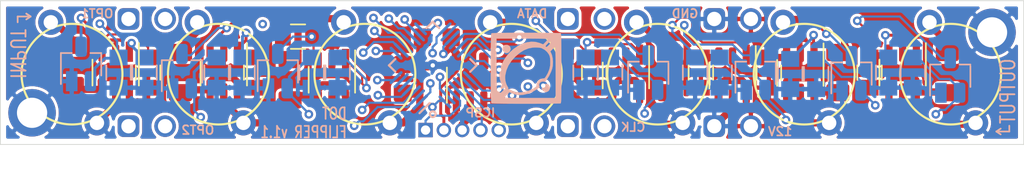
<source format=kicad_pcb>
(kicad_pcb (version 20171130) (host pcbnew "(5.1.4)-1")

  (general
    (thickness 1.6)
    (drawings 25)
    (tracks 694)
    (zones 0)
    (modules 57)
    (nets 51)
  )

  (page A4)
  (layers
    (0 F.Cu mixed)
    (1 In1.Cu signal)
    (2 In2.Cu signal)
    (31 B.Cu mixed)
    (34 B.Paste user)
    (35 F.Paste user)
    (36 B.SilkS user)
    (37 F.SilkS user)
    (38 B.Mask user)
    (39 F.Mask user)
    (44 Edge.Cuts user)
    (45 Margin user)
    (46 B.CrtYd user)
    (47 F.CrtYd user)
  )

  (setup
    (last_trace_width 0.15)
    (user_trace_width 0.2)
    (user_trace_width 0.5)
    (trace_clearance 0.15)
    (zone_clearance 0.2)
    (zone_45_only no)
    (trace_min 0.15)
    (via_size 0.6)
    (via_drill 0.3)
    (via_min_size 0.6)
    (via_min_drill 0.3)
    (user_via 0.6 0.3)
    (uvia_size 0.3)
    (uvia_drill 0.1)
    (uvias_allowed no)
    (uvia_min_size 0.2)
    (uvia_min_drill 0.1)
    (edge_width 0.05)
    (segment_width 0.2)
    (pcb_text_width 0.3)
    (pcb_text_size 1.5 1.5)
    (mod_edge_width 0.12)
    (mod_text_size 1 1)
    (mod_text_width 0.15)
    (pad_size 1.524 1.524)
    (pad_drill 0.762)
    (pad_to_mask_clearance 0.05)
    (solder_mask_min_width 0.1)
    (aux_axis_origin 0 0)
    (grid_origin 32.587001 59.765001)
    (visible_elements 7FFFFFFF)
    (pcbplotparams
      (layerselection 0x010f0_ffffffff)
      (usegerberextensions false)
      (usegerberattributes false)
      (usegerberadvancedattributes false)
      (creategerberjobfile false)
      (excludeedgelayer false)
      (linewidth 0.150000)
      (plotframeref false)
      (viasonmask false)
      (mode 1)
      (useauxorigin false)
      (hpglpennumber 1)
      (hpglpenspeed 20)
      (hpglpendiameter 15.000000)
      (psnegative false)
      (psa4output false)
      (plotreference false)
      (plotvalue false)
      (plotinvisibletext false)
      (padsonsilk false)
      (subtractmaskfromsilk false)
      (outputformat 1)
      (mirror false)
      (drillshape 0)
      (scaleselection 1)
      (outputdirectory "gerber2/"))
  )

  (net 0 "")
  (net 1 "Net-(C1-Pad1)")
  (net 2 "Net-(C1-Pad2)")
  (net 3 "Net-(C3-Pad1)")
  (net 4 "Net-(C3-Pad2)")
  (net 5 "Net-(C5-Pad1)")
  (net 6 "Net-(C5-Pad2)")
  (net 7 "Net-(C7-Pad1)")
  (net 8 "Net-(C7-Pad2)")
  (net 9 +12V)
  (net 10 GND)
  (net 11 +5V)
  (net 12 "Net-(C11-Pad2)")
  (net 13 "Net-(C11-Pad1)")
  (net 14 "Net-(C13-Pad1)")
  (net 15 "Net-(C13-Pad2)")
  (net 16 "Net-(C15-Pad2)")
  (net 17 "Net-(C15-Pad1)")
  (net 18 DATA_IN)
  (net 19 CLK_IN)
  (net 20 DATA_OUT)
  (net 21 CLK_OUT)
  (net 22 FLIP_G_OFF)
  (net 23 "Net-(J5-Pad4)")
  (net 24 VPP)
  (net 25 "Net-(Q1-Pad3)")
  (net 26 FLIP_A_ON)
  (net 27 FLIP_A_OFF)
  (net 28 "Net-(Q3-Pad3)")
  (net 29 FLIP_B_ON)
  (net 30 FLIP_B_OFF)
  (net 31 "Net-(Q5-Pad3)")
  (net 32 FLIP_C_ON)
  (net 33 FLIP_C_OFF)
  (net 34 "Net-(Q7-Pad3)")
  (net 35 FLIP_D_ON)
  (net 36 FLIP_D_OFF)
  (net 37 "Net-(Q10-Pad3)")
  (net 38 FLIP_E_ON)
  (net 39 FLIP_E_OFF)
  (net 40 "Net-(Q11-Pad3)")
  (net 41 FLIP_F_ON)
  (net 42 FLIP_F_OFF)
  (net 43 "Net-(Q13-Pad3)")
  (net 44 FLIP_G_ON)
  (net 45 "Net-(U2-Pad6)")
  (net 46 "Net-(U3-Pad4)")
  (net 47 OPT1_IN)
  (net 48 OPT2_IN)
  (net 49 OPT1_OUT)
  (net 50 OPT2_OUT)

  (net_class Default "This is the default net class."
    (clearance 0.15)
    (trace_width 0.15)
    (via_dia 0.6)
    (via_drill 0.3)
    (uvia_dia 0.3)
    (uvia_drill 0.1)
    (add_net +12V)
    (add_net +5V)
    (add_net CLK_IN)
    (add_net CLK_OUT)
    (add_net DATA_IN)
    (add_net DATA_OUT)
    (add_net FLIP_A_OFF)
    (add_net FLIP_A_ON)
    (add_net FLIP_B_OFF)
    (add_net FLIP_B_ON)
    (add_net FLIP_C_OFF)
    (add_net FLIP_C_ON)
    (add_net FLIP_D_OFF)
    (add_net FLIP_D_ON)
    (add_net FLIP_E_OFF)
    (add_net FLIP_E_ON)
    (add_net FLIP_F_OFF)
    (add_net FLIP_F_ON)
    (add_net FLIP_G_OFF)
    (add_net FLIP_G_ON)
    (add_net GND)
    (add_net "Net-(C1-Pad1)")
    (add_net "Net-(C1-Pad2)")
    (add_net "Net-(C11-Pad1)")
    (add_net "Net-(C11-Pad2)")
    (add_net "Net-(C13-Pad1)")
    (add_net "Net-(C13-Pad2)")
    (add_net "Net-(C15-Pad1)")
    (add_net "Net-(C15-Pad2)")
    (add_net "Net-(C3-Pad1)")
    (add_net "Net-(C3-Pad2)")
    (add_net "Net-(C5-Pad1)")
    (add_net "Net-(C5-Pad2)")
    (add_net "Net-(C7-Pad1)")
    (add_net "Net-(C7-Pad2)")
    (add_net "Net-(J5-Pad4)")
    (add_net "Net-(Q1-Pad3)")
    (add_net "Net-(Q10-Pad3)")
    (add_net "Net-(Q11-Pad3)")
    (add_net "Net-(Q13-Pad3)")
    (add_net "Net-(Q3-Pad3)")
    (add_net "Net-(Q5-Pad3)")
    (add_net "Net-(Q7-Pad3)")
    (add_net "Net-(U2-Pad6)")
    (add_net "Net-(U3-Pad4)")
    (add_net OPT1_IN)
    (add_net OPT1_OUT)
    (add_net OPT2_IN)
    (add_net OPT2_OUT)
    (add_net VPP)
  )

  (module dot_flipper:dot_logo (layer B.Cu) (tedit 5FCE44AC) (tstamp 5FCF2117)
    (at 69.187001 64.465001)
    (fp_text reference G*** (at -0.4 3.4) (layer B.SilkS) hide
      (effects (font (size 1.524 1.524) (thickness 0.3)) (justify mirror))
    )
    (fp_text value LOGO (at 0 -3.6) (layer B.SilkS) hide
      (effects (font (size 1.524 1.524) (thickness 0.3)) (justify mirror))
    )
    (fp_poly (pts (xy 0.26656 2.467096) (xy 0.653306 2.466136) (xy 1.013146 2.464606) (xy 1.339843 2.462563)
      (xy 1.627161 2.460064) (xy 1.868863 2.457166) (xy 2.058711 2.453926) (xy 2.190468 2.450402)
      (xy 2.257898 2.44665) (xy 2.264889 2.445403) (xy 2.276299 2.435537) (xy 2.286108 2.411962)
      (xy 2.294433 2.369614) (xy 2.301394 2.303429) (xy 2.30711 2.208342) (xy 2.3117 2.079289)
      (xy 2.315282 1.911204) (xy 2.317975 1.699023) (xy 2.319898 1.437682) (xy 2.32117 1.122115)
      (xy 2.321911 0.747259) (xy 2.322238 0.308047) (xy 2.322285 0) (xy 2.322155 -0.481817)
      (xy 2.321686 -0.896127) (xy 2.320759 -1.247995) (xy 2.319255 -1.542487) (xy 2.317054 -1.784665)
      (xy 2.31404 -1.979597) (xy 2.310091 -2.132345) (xy 2.30509 -2.247974) (xy 2.298918 -2.33155)
      (xy 2.291456 -2.388136) (xy 2.282584 -2.422799) (xy 2.272185 -2.440601) (xy 2.264889 -2.445404)
      (xy 2.219483 -2.449217) (xy 2.107744 -2.45282) (xy 1.935906 -2.456158) (xy 1.710209 -2.459172)
      (xy 1.436888 -2.461806) (xy 1.122181 -2.464002) (xy 0.772324 -2.465703) (xy 0.393555 -2.466853)
      (xy -0.007889 -2.467394) (xy -0.140854 -2.467429) (xy -0.641367 -2.467096) (xy -1.073269 -2.466051)
      (xy -1.440514 -2.464221) (xy -1.74706 -2.461534) (xy -1.996863 -2.457918) (xy -2.193879 -2.453301)
      (xy -2.342065 -2.447611) (xy -2.445376 -2.440776) (xy -2.50777 -2.432724) (xy -2.532743 -2.423886)
      (xy -2.541875 -2.379214) (xy -2.550026 -2.269371) (xy -2.557197 -2.101753) (xy -2.563387 -1.883753)
      (xy -2.568597 -1.622765) (xy -2.572826 -1.326185) (xy -2.576075 -1.001405) (xy -2.578344 -0.655822)
      (xy -2.579631 -0.296829) (xy -2.579634 -0.292427) (xy -2.177143 -0.292427) (xy -2.177143 -2.068286)
      (xy -0.419428 -2.068286) (xy 0.026139 -2.067697) (xy 0.40212 -2.065885) (xy 0.711496 -2.062784)
      (xy 0.957242 -2.058325) (xy 1.142338 -2.052442) (xy 1.26976 -2.045067) (xy 1.342488 -2.036134)
      (xy 1.363179 -2.028012) (xy 1.352466 -1.983294) (xy 1.299246 -1.90661) (xy 1.224537 -1.824206)
      (xy 1.061005 -1.660674) (xy 0.823671 -1.755623) (xy 0.533338 -1.834153) (xy 0.229513 -1.848007)
      (xy -0.080699 -1.802097) (xy -0.39019 -1.701334) (xy -0.691854 -1.550628) (xy -0.726168 -1.527203)
      (xy 1.224544 -1.527203) (xy 1.243515 -1.574781) (xy 1.307526 -1.650774) (xy 1.348366 -1.69319)
      (xy 1.446301 -1.789193) (xy 1.508803 -1.837214) (xy 1.548493 -1.843651) (xy 1.577991 -1.814903)
      (xy 1.58052 -1.810901) (xy 1.570035 -1.766293) (xy 1.518159 -1.690025) (xy 1.449095 -1.612337)
      (xy 1.35594 -1.523966) (xy 1.294728 -1.485109) (xy 1.252444 -1.488313) (xy 1.24353 -1.494625)
      (xy 1.224544 -1.527203) (xy -0.726168 -1.527203) (xy -0.978584 -1.354891) (xy -1.243273 -1.119034)
      (xy -1.478815 -0.847967) (xy -1.678101 -0.546602) (xy -1.834026 -0.219849) (xy -1.939482 0.12738)
      (xy -1.946014 0.158284) (xy -1.978825 0.477951) (xy -1.955513 0.675209) (xy -1.580965 0.675209)
      (xy -1.575627 0.526143) (xy -1.499502 0.1625) (xy -1.353425 -0.185637) (xy -1.138904 -0.515403)
      (xy -0.870857 -0.811193) (xy -0.568645 -1.068462) (xy -0.26945 -1.257054) (xy 0.033733 -1.380166)
      (xy 0.347908 -1.440997) (xy 0.526142 -1.449071) (xy 0.683973 -1.442744) (xy 0.830953 -1.426825)
      (xy 0.93798 -1.404593) (xy 0.946701 -1.401677) (xy 1.153266 -1.293207) (xy 1.335012 -1.131894)
      (xy 1.442796 -0.984902) (xy 1.492484 -0.888392) (xy 1.523989 -0.789819) (xy 1.542576 -0.665734)
      (xy 1.55351 -0.492684) (xy 1.553555 -0.491651) (xy 1.545379 -0.196521) (xy 1.489631 0.073594)
      (xy 1.380171 0.341521) (xy 1.282324 0.517071) (xy 1.208737 0.631192) (xy 1.152103 0.694603)
      (xy 1.096558 0.721322) (xy 1.046185 0.725714) (xy 0.935011 0.744871) (xy 0.830327 0.788422)
      (xy 0.75103 0.858161) (xy 0.676816 0.960146) (xy 0.620662 1.070893) (xy 0.595544 1.166916)
      (xy 0.599868 1.205495) (xy 0.583503 1.257845) (xy 0.510131 1.326707) (xy 0.391315 1.404835)
      (xy 0.238624 1.484987) (xy 0.063621 1.559919) (xy -0.007595 1.58596) (xy -0.296944 1.659749)
      (xy -0.580359 1.681509) (xy -0.844278 1.652086) (xy -1.075139 1.572326) (xy -1.174896 1.513159)
      (xy -1.256306 1.466585) (xy -1.316304 1.466551) (xy -1.348072 1.482729) (xy -1.39546 1.5082)
      (xy -1.390696 1.48481) (xy -1.373872 1.456929) (xy -1.35257 1.397887) (xy -1.373798 1.3324)
      (xy -1.408641 1.279132) (xy -1.495823 1.11011) (xy -1.555317 0.899548) (xy -1.580965 0.675209)
      (xy -1.955513 0.675209) (xy -1.94344 0.777363) (xy -1.851744 1.030496) (xy -1.778907 1.177713)
      (xy -1.947841 1.349227) (xy -2.037554 1.433478) (xy -2.109274 1.488401) (xy -2.14696 1.502086)
      (xy -2.152937 1.463183) (xy -2.158521 1.358751) (xy -2.163593 1.195831) (xy -2.168035 0.981465)
      (xy -2.171729 0.722695) (xy -2.174556 0.426562) (xy -2.176397 0.100108) (xy -2.177135 -0.249626)
      (xy -2.177143 -0.292427) (xy -2.579634 -0.292427) (xy -2.579939 0.06818) (xy -2.579266 0.43181)
      (xy -2.577612 0.786667) (xy -2.574978 1.125357) (xy -2.571364 1.440484) (xy -2.567707 1.666694)
      (xy -1.967651 1.666694) (xy -1.948954 1.619463) (xy -1.886633 1.544264) (xy -1.827613 1.482825)
      (xy -1.729259 1.38883) (xy -1.664363 1.343892) (xy -1.620719 1.340665) (xy -1.606233 1.34961)
      (xy -1.58835 1.381306) (xy -1.607047 1.428537) (xy -1.669368 1.503735) (xy -1.728388 1.565175)
      (xy -1.826742 1.65917) (xy -1.891638 1.704108) (xy -1.935281 1.707335) (xy -1.949768 1.698389)
      (xy -1.967651 1.666694) (xy -2.567707 1.666694) (xy -2.566769 1.724655) (xy -2.561193 1.970476)
      (xy -2.558978 2.038102) (xy -1.610943 2.038102) (xy -1.596515 1.999533) (xy -1.540806 1.927235)
      (xy -1.455817 1.836752) (xy -1.454461 1.835415) (xy -1.279324 1.662911) (xy -1.13744 1.735295)
      (xy -0.884533 1.826196) (xy -0.599048 1.862569) (xy -0.296733 1.84403) (xy 0.006666 1.770191)
      (xy 0.025069 1.763814) (xy 0.222144 1.682874) (xy 0.427157 1.579827) (xy 0.610234 1.470486)
      (xy 0.69825 1.407551) (xy 0.78007 1.335913) (xy 0.810109 1.284118) (xy 0.798594 1.234298)
      (xy 0.798031 1.233238) (xy 0.777783 1.130493) (xy 0.815072 1.033558) (xy 0.89548 0.957685)
      (xy 1.004588 0.918127) (xy 1.093379 0.920804) (xy 1.161499 0.925742) (xy 1.216725 0.899242)
      (xy 1.280295 0.828325) (xy 1.310072 0.788382) (xy 1.47232 0.529746) (xy 1.610302 0.240663)
      (xy 1.688361 0.019812) (xy 1.728716 -0.195847) (xy 1.738733 -0.439571) (xy 1.71975 -0.684081)
      (xy 1.673106 -0.902095) (xy 1.638546 -0.995525) (xy 1.558404 -1.174622) (xy 1.712042 -1.331168)
      (xy 1.797955 -1.414217) (xy 1.865103 -1.47098) (xy 1.894412 -1.487714) (xy 1.900091 -1.452586)
      (xy 1.905398 -1.351826) (xy 1.91022 -1.192375) (xy 1.914445 -0.981172) (xy 1.917961 -0.725158)
      (xy 1.920656 -0.431273) (xy 1.922417 -0.106456) (xy 1.923132 0.242353) (xy 1.923143 0.290286)
      (xy 1.923143 2.068286) (xy 0.165427 2.068286) (xy -0.18476 2.067681) (xy -0.512474 2.065948)
      (xy -0.810638 2.063206) (xy -1.072172 2.059576) (xy -1.289997 2.055177) (xy -1.457035 2.050131)
      (xy -1.566207 2.044558) (xy -1.610433 2.038577) (xy -1.610943 2.038102) (xy -2.558978 2.038102)
      (xy -2.554637 2.170551) (xy -2.547101 2.317487) (xy -2.538584 2.40389) (xy -2.532743 2.423886)
      (xy -2.50554 2.43316) (xy -2.441177 2.441149) (xy -2.335696 2.447924) (xy -2.185141 2.453558)
      (xy -1.985556 2.458123) (xy -1.732985 2.461691) (xy -1.423471 2.464333) (xy -1.053058 2.466122)
      (xy -0.617789 2.467129) (xy -0.140854 2.467429) (xy 0.26656 2.467096)) (layer B.SilkS) (width 0.01))
    (fp_poly (pts (xy -1.355525 -1.085004) (xy -1.263959 -1.168997) (xy -1.207106 -1.283027) (xy -1.197429 -1.35274)
      (xy -1.229018 -1.48086) (xy -1.312681 -1.575704) (xy -1.431765 -1.627297) (xy -1.569614 -1.625663)
      (xy -1.62455 -1.608571) (xy -1.687035 -1.551578) (xy -1.736723 -1.453596) (xy -1.760613 -1.34621)
      (xy -1.75655 -1.287882) (xy -1.699263 -1.182776) (xy -1.600036 -1.097277) (xy -1.486952 -1.053928)
      (xy -1.463029 -1.052286) (xy -1.355525 -1.085004)) (layer B.SilkS) (width 0.01))
    (fp_poly (pts (xy 1.403479 1.6047) (xy 1.484624 1.517087) (xy 1.522943 1.388676) (xy 1.524 1.360714)
      (xy 1.494184 1.221563) (xy 1.414089 1.125274) (xy 1.297743 1.081074) (xy 1.159174 1.098193)
      (xy 1.137591 1.106514) (xy 1.027719 1.186195) (xy 0.968471 1.300114) (xy 0.968377 1.427524)
      (xy 0.985837 1.475601) (xy 1.070685 1.586964) (xy 1.179748 1.643216) (xy 1.296266 1.647936)
      (xy 1.403479 1.6047)) (layer B.SilkS) (width 0.01))
  )

  (module dot_flipper:SOT-23-small (layer B.Cu) (tedit 5FCE33A8) (tstamp 5FCED64C)
    (at 98.487001 64.965001 90)
    (descr "SOT-23, Standard")
    (tags SOT-23)
    (path /5FD0E856)
    (attr smd)
    (fp_text reference Q14 (at 0 2.5 90) (layer B.SilkS) hide
      (effects (font (size 1 1) (thickness 0.15)) (justify mirror))
    )
    (fp_text value RJU003N03FRA (at 0 -2.5 90) (layer B.Fab)
      (effects (font (size 1 1) (thickness 0.15)) (justify mirror))
    )
    (fp_text user %R (at 0 0 180) (layer B.Fab)
      (effects (font (size 0.5 0.5) (thickness 0.075)) (justify mirror))
    )
    (fp_line (start -0.7 0.95) (end -0.7 -1.5) (layer B.Fab) (width 0.1))
    (fp_line (start -0.15 1.52) (end 0.7 1.52) (layer B.Fab) (width 0.1))
    (fp_line (start -0.7 0.95) (end -0.15 1.52) (layer B.Fab) (width 0.1))
    (fp_line (start 0.7 1.52) (end 0.7 -1.52) (layer B.Fab) (width 0.1))
    (fp_line (start -0.7 -1.52) (end 0.7 -1.52) (layer B.Fab) (width 0.1))
    (fp_line (start 0.76 -1.4) (end 0.76 -0.65) (layer B.SilkS) (width 0.12))
    (fp_line (start 0.76 1.4) (end 0.76 0.65) (layer B.SilkS) (width 0.12))
    (fp_line (start -1.4 1.2) (end 1.2 1.2) (layer B.CrtYd) (width 0.05))
    (fp_line (start 1.2 1.2) (end 1.2 -1.2) (layer B.CrtYd) (width 0.05))
    (fp_line (start 1.2 -1.2) (end -1.4 -1.2) (layer B.CrtYd) (width 0.05))
    (fp_line (start -1.4 -1.2) (end -1.4 1.2) (layer B.CrtYd) (width 0.05))
    (fp_line (start 0.76 -1.4) (end -1.4 -1.4) (layer B.SilkS) (width 0.12))
    (fp_line (start 0.66 1.4) (end -0.8 1.4) (layer B.SilkS) (width 0.12))
    (pad 2 smd roundrect (at -1.2 0.65 90) (size 1.4 0.8) (layers B.Cu B.Paste B.Mask) (roundrect_rratio 0.25)
      (net 44 FLIP_G_ON))
    (pad 1 smd rect (at -1.2 -0.65 90) (size 1.4 0.8) (layers B.Cu B.Paste B.Mask)
      (net 10 GND))
    (pad 3 smd roundrect (at 1.2 0 90) (size 1.4 0.8) (layers B.Cu B.Paste B.Mask) (roundrect_rratio 0.25)
      (net 43 "Net-(Q13-Pad3)"))
    (model ${KISYS3DMOD}/Package_TO_SOT_SMD.3dshapes/SOT-323_SC-70.step
      (at (xyz 0 0 0))
      (scale (xyz 1 1 1))
      (rotate (xyz 0 0 0))
    )
  )

  (module dot_flipper:SOT-23-small (layer B.Cu) (tedit 5FCE33A8) (tstamp 5FCED60D)
    (at 91.637001 64.815001 90)
    (descr "SOT-23, Standard")
    (tags SOT-23)
    (path /5FD0D3F2)
    (attr smd)
    (fp_text reference Q12 (at 0 2.5 90) (layer B.SilkS) hide
      (effects (font (size 1 1) (thickness 0.15)) (justify mirror))
    )
    (fp_text value RJU003N03FRA (at 0 -2.5 90) (layer B.Fab)
      (effects (font (size 1 1) (thickness 0.15)) (justify mirror))
    )
    (fp_text user %R (at 0 0 180) (layer B.Fab)
      (effects (font (size 0.5 0.5) (thickness 0.075)) (justify mirror))
    )
    (fp_line (start -0.7 0.95) (end -0.7 -1.5) (layer B.Fab) (width 0.1))
    (fp_line (start -0.15 1.52) (end 0.7 1.52) (layer B.Fab) (width 0.1))
    (fp_line (start -0.7 0.95) (end -0.15 1.52) (layer B.Fab) (width 0.1))
    (fp_line (start 0.7 1.52) (end 0.7 -1.52) (layer B.Fab) (width 0.1))
    (fp_line (start -0.7 -1.52) (end 0.7 -1.52) (layer B.Fab) (width 0.1))
    (fp_line (start 0.76 -1.4) (end 0.76 -0.65) (layer B.SilkS) (width 0.12))
    (fp_line (start 0.76 1.4) (end 0.76 0.65) (layer B.SilkS) (width 0.12))
    (fp_line (start -1.4 1.2) (end 1.2 1.2) (layer B.CrtYd) (width 0.05))
    (fp_line (start 1.2 1.2) (end 1.2 -1.2) (layer B.CrtYd) (width 0.05))
    (fp_line (start 1.2 -1.2) (end -1.4 -1.2) (layer B.CrtYd) (width 0.05))
    (fp_line (start -1.4 -1.2) (end -1.4 1.2) (layer B.CrtYd) (width 0.05))
    (fp_line (start 0.76 -1.4) (end -1.4 -1.4) (layer B.SilkS) (width 0.12))
    (fp_line (start 0.66 1.4) (end -0.8 1.4) (layer B.SilkS) (width 0.12))
    (pad 2 smd roundrect (at -1.2 0.65 90) (size 1.4 0.8) (layers B.Cu B.Paste B.Mask) (roundrect_rratio 0.25)
      (net 41 FLIP_F_ON))
    (pad 1 smd rect (at -1.2 -0.65 90) (size 1.4 0.8) (layers B.Cu B.Paste B.Mask)
      (net 10 GND))
    (pad 3 smd roundrect (at 1.2 0 90) (size 1.4 0.8) (layers B.Cu B.Paste B.Mask) (roundrect_rratio 0.25)
      (net 40 "Net-(Q11-Pad3)"))
    (model ${KISYS3DMOD}/Package_TO_SOT_SMD.3dshapes/SOT-323_SC-70.step
      (at (xyz 0 0 0))
      (scale (xyz 1 1 1))
      (rotate (xyz 0 0 0))
    )
  )

  (module dot_flipper:SOT-23-small (layer B.Cu) (tedit 5FCE33A8) (tstamp 5FCED5CE)
    (at 84.987001 64.765001 90)
    (descr "SOT-23, Standard")
    (tags SOT-23)
    (path /5FD0BD91)
    (attr smd)
    (fp_text reference Q10 (at 0 2.5 90) (layer B.SilkS) hide
      (effects (font (size 1 1) (thickness 0.15)) (justify mirror))
    )
    (fp_text value RJU003N03FRA (at 0 -2.5 90) (layer B.Fab)
      (effects (font (size 1 1) (thickness 0.15)) (justify mirror))
    )
    (fp_text user %R (at 0 0 180) (layer B.Fab)
      (effects (font (size 0.5 0.5) (thickness 0.075)) (justify mirror))
    )
    (fp_line (start -0.7 0.95) (end -0.7 -1.5) (layer B.Fab) (width 0.1))
    (fp_line (start -0.15 1.52) (end 0.7 1.52) (layer B.Fab) (width 0.1))
    (fp_line (start -0.7 0.95) (end -0.15 1.52) (layer B.Fab) (width 0.1))
    (fp_line (start 0.7 1.52) (end 0.7 -1.52) (layer B.Fab) (width 0.1))
    (fp_line (start -0.7 -1.52) (end 0.7 -1.52) (layer B.Fab) (width 0.1))
    (fp_line (start 0.76 -1.4) (end 0.76 -0.65) (layer B.SilkS) (width 0.12))
    (fp_line (start 0.76 1.4) (end 0.76 0.65) (layer B.SilkS) (width 0.12))
    (fp_line (start -1.4 1.2) (end 1.2 1.2) (layer B.CrtYd) (width 0.05))
    (fp_line (start 1.2 1.2) (end 1.2 -1.2) (layer B.CrtYd) (width 0.05))
    (fp_line (start 1.2 -1.2) (end -1.4 -1.2) (layer B.CrtYd) (width 0.05))
    (fp_line (start -1.4 -1.2) (end -1.4 1.2) (layer B.CrtYd) (width 0.05))
    (fp_line (start 0.76 -1.4) (end -1.4 -1.4) (layer B.SilkS) (width 0.12))
    (fp_line (start 0.66 1.4) (end -0.8 1.4) (layer B.SilkS) (width 0.12))
    (pad 2 smd roundrect (at -1.2 0.65 90) (size 1.4 0.8) (layers B.Cu B.Paste B.Mask) (roundrect_rratio 0.25)
      (net 38 FLIP_E_ON))
    (pad 1 smd rect (at -1.2 -0.65 90) (size 1.4 0.8) (layers B.Cu B.Paste B.Mask)
      (net 10 GND))
    (pad 3 smd roundrect (at 1.2 0 90) (size 1.4 0.8) (layers B.Cu B.Paste B.Mask) (roundrect_rratio 0.25)
      (net 37 "Net-(Q10-Pad3)"))
    (model ${KISYS3DMOD}/Package_TO_SOT_SMD.3dshapes/SOT-323_SC-70.step
      (at (xyz 0 0 0))
      (scale (xyz 1 1 1))
      (rotate (xyz 0 0 0))
    )
  )

  (module dot_flipper:SOT-23-small (layer B.Cu) (tedit 5FCE33A8) (tstamp 5FCED58F)
    (at 77.537001 64.765001 90)
    (descr "SOT-23, Standard")
    (tags SOT-23)
    (path /5FD0B07F)
    (attr smd)
    (fp_text reference Q8 (at 0 2.5 90) (layer B.SilkS) hide
      (effects (font (size 1 1) (thickness 0.15)) (justify mirror))
    )
    (fp_text value RJU003N03FRA (at 0 -2.5 90) (layer B.Fab)
      (effects (font (size 1 1) (thickness 0.15)) (justify mirror))
    )
    (fp_text user %R (at 0 0 180) (layer B.Fab)
      (effects (font (size 0.5 0.5) (thickness 0.075)) (justify mirror))
    )
    (fp_line (start -0.7 0.95) (end -0.7 -1.5) (layer B.Fab) (width 0.1))
    (fp_line (start -0.15 1.52) (end 0.7 1.52) (layer B.Fab) (width 0.1))
    (fp_line (start -0.7 0.95) (end -0.15 1.52) (layer B.Fab) (width 0.1))
    (fp_line (start 0.7 1.52) (end 0.7 -1.52) (layer B.Fab) (width 0.1))
    (fp_line (start -0.7 -1.52) (end 0.7 -1.52) (layer B.Fab) (width 0.1))
    (fp_line (start 0.76 -1.4) (end 0.76 -0.65) (layer B.SilkS) (width 0.12))
    (fp_line (start 0.76 1.4) (end 0.76 0.65) (layer B.SilkS) (width 0.12))
    (fp_line (start -1.4 1.2) (end 1.2 1.2) (layer B.CrtYd) (width 0.05))
    (fp_line (start 1.2 1.2) (end 1.2 -1.2) (layer B.CrtYd) (width 0.05))
    (fp_line (start 1.2 -1.2) (end -1.4 -1.2) (layer B.CrtYd) (width 0.05))
    (fp_line (start -1.4 -1.2) (end -1.4 1.2) (layer B.CrtYd) (width 0.05))
    (fp_line (start 0.76 -1.4) (end -1.4 -1.4) (layer B.SilkS) (width 0.12))
    (fp_line (start 0.66 1.4) (end -0.8 1.4) (layer B.SilkS) (width 0.12))
    (pad 2 smd roundrect (at -1.2 0.65 90) (size 1.4 0.8) (layers B.Cu B.Paste B.Mask) (roundrect_rratio 0.25)
      (net 35 FLIP_D_ON))
    (pad 1 smd rect (at -1.2 -0.65 90) (size 1.4 0.8) (layers B.Cu B.Paste B.Mask)
      (net 10 GND))
    (pad 3 smd roundrect (at 1.2 0 90) (size 1.4 0.8) (layers B.Cu B.Paste B.Mask) (roundrect_rratio 0.25)
      (net 34 "Net-(Q7-Pad3)"))
    (model ${KISYS3DMOD}/Package_TO_SOT_SMD.3dshapes/SOT-323_SC-70.step
      (at (xyz 0 0 0))
      (scale (xyz 1 1 1))
      (rotate (xyz 0 0 0))
    )
  )

  (module dot_flipper:SOT-23-small (layer B.Cu) (tedit 5FCE33A8) (tstamp 5FCED550)
    (at 51.837001 64.665001 90)
    (descr "SOT-23, Standard")
    (tags SOT-23)
    (path /5FD09528)
    (attr smd)
    (fp_text reference Q6 (at 0 2.5 90) (layer B.SilkS) hide
      (effects (font (size 1 1) (thickness 0.15)) (justify mirror))
    )
    (fp_text value RJU003N03FRA (at 0 -2.5 90) (layer B.Fab)
      (effects (font (size 1 1) (thickness 0.15)) (justify mirror))
    )
    (fp_text user %R (at 0 0 180) (layer B.Fab)
      (effects (font (size 0.5 0.5) (thickness 0.075)) (justify mirror))
    )
    (fp_line (start -0.7 0.95) (end -0.7 -1.5) (layer B.Fab) (width 0.1))
    (fp_line (start -0.15 1.52) (end 0.7 1.52) (layer B.Fab) (width 0.1))
    (fp_line (start -0.7 0.95) (end -0.15 1.52) (layer B.Fab) (width 0.1))
    (fp_line (start 0.7 1.52) (end 0.7 -1.52) (layer B.Fab) (width 0.1))
    (fp_line (start -0.7 -1.52) (end 0.7 -1.52) (layer B.Fab) (width 0.1))
    (fp_line (start 0.76 -1.4) (end 0.76 -0.65) (layer B.SilkS) (width 0.12))
    (fp_line (start 0.76 1.4) (end 0.76 0.65) (layer B.SilkS) (width 0.12))
    (fp_line (start -1.4 1.2) (end 1.2 1.2) (layer B.CrtYd) (width 0.05))
    (fp_line (start 1.2 1.2) (end 1.2 -1.2) (layer B.CrtYd) (width 0.05))
    (fp_line (start 1.2 -1.2) (end -1.4 -1.2) (layer B.CrtYd) (width 0.05))
    (fp_line (start -1.4 -1.2) (end -1.4 1.2) (layer B.CrtYd) (width 0.05))
    (fp_line (start 0.76 -1.4) (end -1.4 -1.4) (layer B.SilkS) (width 0.12))
    (fp_line (start 0.66 1.4) (end -0.8 1.4) (layer B.SilkS) (width 0.12))
    (pad 2 smd roundrect (at -1.2 0.65 90) (size 1.4 0.8) (layers B.Cu B.Paste B.Mask) (roundrect_rratio 0.25)
      (net 32 FLIP_C_ON))
    (pad 1 smd rect (at -1.2 -0.65 90) (size 1.4 0.8) (layers B.Cu B.Paste B.Mask)
      (net 10 GND))
    (pad 3 smd roundrect (at 1.2 0 90) (size 1.4 0.8) (layers B.Cu B.Paste B.Mask) (roundrect_rratio 0.25)
      (net 31 "Net-(Q5-Pad3)"))
    (model ${KISYS3DMOD}/Package_TO_SOT_SMD.3dshapes/SOT-323_SC-70.step
      (at (xyz 0 0 0))
      (scale (xyz 1 1 1))
      (rotate (xyz 0 0 0))
    )
  )

  (module dot_flipper:SOT-23-small (layer B.Cu) (tedit 5FCE33A8) (tstamp 5FCED511)
    (at 45.187001 64.665001 90)
    (descr "SOT-23, Standard")
    (tags SOT-23)
    (path /5FD0889F)
    (attr smd)
    (fp_text reference Q4 (at 0 2.5 90) (layer B.SilkS) hide
      (effects (font (size 1 1) (thickness 0.15)) (justify mirror))
    )
    (fp_text value RJU003N03FRA (at 0 -2.5 90) (layer B.Fab)
      (effects (font (size 1 1) (thickness 0.15)) (justify mirror))
    )
    (fp_text user %R (at 0 0 180) (layer B.Fab)
      (effects (font (size 0.5 0.5) (thickness 0.075)) (justify mirror))
    )
    (fp_line (start -0.7 0.95) (end -0.7 -1.5) (layer B.Fab) (width 0.1))
    (fp_line (start -0.15 1.52) (end 0.7 1.52) (layer B.Fab) (width 0.1))
    (fp_line (start -0.7 0.95) (end -0.15 1.52) (layer B.Fab) (width 0.1))
    (fp_line (start 0.7 1.52) (end 0.7 -1.52) (layer B.Fab) (width 0.1))
    (fp_line (start -0.7 -1.52) (end 0.7 -1.52) (layer B.Fab) (width 0.1))
    (fp_line (start 0.76 -1.4) (end 0.76 -0.65) (layer B.SilkS) (width 0.12))
    (fp_line (start 0.76 1.4) (end 0.76 0.65) (layer B.SilkS) (width 0.12))
    (fp_line (start -1.4 1.2) (end 1.2 1.2) (layer B.CrtYd) (width 0.05))
    (fp_line (start 1.2 1.2) (end 1.2 -1.2) (layer B.CrtYd) (width 0.05))
    (fp_line (start 1.2 -1.2) (end -1.4 -1.2) (layer B.CrtYd) (width 0.05))
    (fp_line (start -1.4 -1.2) (end -1.4 1.2) (layer B.CrtYd) (width 0.05))
    (fp_line (start 0.76 -1.4) (end -1.4 -1.4) (layer B.SilkS) (width 0.12))
    (fp_line (start 0.66 1.4) (end -0.8 1.4) (layer B.SilkS) (width 0.12))
    (pad 2 smd roundrect (at -1.2 0.65 90) (size 1.4 0.8) (layers B.Cu B.Paste B.Mask) (roundrect_rratio 0.25)
      (net 29 FLIP_B_ON))
    (pad 1 smd rect (at -1.2 -0.65 90) (size 1.4 0.8) (layers B.Cu B.Paste B.Mask)
      (net 10 GND))
    (pad 3 smd roundrect (at 1.2 0 90) (size 1.4 0.8) (layers B.Cu B.Paste B.Mask) (roundrect_rratio 0.25)
      (net 28 "Net-(Q3-Pad3)"))
    (model ${KISYS3DMOD}/Package_TO_SOT_SMD.3dshapes/SOT-323_SC-70.step
      (at (xyz 0 0 0))
      (scale (xyz 1 1 1))
      (rotate (xyz 0 0 0))
    )
  )

  (module dot_flipper:SOT-23-small (layer B.Cu) (tedit 5FCE33A8) (tstamp 5FCEDB35)
    (at 38.187001 64.165001 90)
    (descr "SOT-23, Standard")
    (tags SOT-23)
    (path /5FCFD5FC)
    (attr smd)
    (fp_text reference Q2 (at 0 2.5 90) (layer B.SilkS) hide
      (effects (font (size 1 1) (thickness 0.15)) (justify mirror))
    )
    (fp_text value RJU003N03FRA (at 0 -2.5 90) (layer B.Fab)
      (effects (font (size 1 1) (thickness 0.15)) (justify mirror))
    )
    (fp_text user %R (at 0 0 180) (layer B.Fab)
      (effects (font (size 0.5 0.5) (thickness 0.075)) (justify mirror))
    )
    (fp_line (start -0.7 0.95) (end -0.7 -1.5) (layer B.Fab) (width 0.1))
    (fp_line (start -0.15 1.52) (end 0.7 1.52) (layer B.Fab) (width 0.1))
    (fp_line (start -0.7 0.95) (end -0.15 1.52) (layer B.Fab) (width 0.1))
    (fp_line (start 0.7 1.52) (end 0.7 -1.52) (layer B.Fab) (width 0.1))
    (fp_line (start -0.7 -1.52) (end 0.7 -1.52) (layer B.Fab) (width 0.1))
    (fp_line (start 0.76 -1.4) (end 0.76 -0.65) (layer B.SilkS) (width 0.12))
    (fp_line (start 0.76 1.4) (end 0.76 0.65) (layer B.SilkS) (width 0.12))
    (fp_line (start -1.4 1.2) (end 1.2 1.2) (layer B.CrtYd) (width 0.05))
    (fp_line (start 1.2 1.2) (end 1.2 -1.2) (layer B.CrtYd) (width 0.05))
    (fp_line (start 1.2 -1.2) (end -1.4 -1.2) (layer B.CrtYd) (width 0.05))
    (fp_line (start -1.4 -1.2) (end -1.4 1.2) (layer B.CrtYd) (width 0.05))
    (fp_line (start 0.76 -1.4) (end -1.4 -1.4) (layer B.SilkS) (width 0.12))
    (fp_line (start 0.66 1.4) (end -0.8 1.4) (layer B.SilkS) (width 0.12))
    (pad 2 smd roundrect (at -1.2 0.65 90) (size 1.4 0.8) (layers B.Cu B.Paste B.Mask) (roundrect_rratio 0.25)
      (net 26 FLIP_A_ON))
    (pad 1 smd rect (at -1.2 -0.65 90) (size 1.4 0.8) (layers B.Cu B.Paste B.Mask)
      (net 10 GND))
    (pad 3 smd roundrect (at 1.2 0 90) (size 1.4 0.8) (layers B.Cu B.Paste B.Mask) (roundrect_rratio 0.25)
      (net 25 "Net-(Q1-Pad3)"))
    (model ${KISYS3DMOD}/Package_TO_SOT_SMD.3dshapes/SOT-323_SC-70.step
      (at (xyz 0 0 0))
      (scale (xyz 1 1 1))
      (rotate (xyz 0 0 0))
    )
  )

  (module dot_flipper:C_1206 (layer F.Cu) (tedit 5FCBB9C8) (tstamp 5FC25B00)
    (at 98.287001 64.765001 270)
    (descr "Capacitor SMD 0805, reflow soldering, AVX (see smccp.pdf)")
    (tags "capacitor 0805")
    (path /5FFA0208)
    (attr smd)
    (fp_text reference C15 (at 0 -1.9 90) (layer F.SilkS) hide
      (effects (font (size 1 1) (thickness 0.15)))
    )
    (fp_text value "10u x2" (at 0 2.2 90) (layer F.Fab)
      (effects (font (size 1 1) (thickness 0.15)))
    )
    (fp_text user %R (at 0 -1.9 90) (layer F.Fab)
      (effects (font (size 1 1) (thickness 0.15)))
    )
    (fp_line (start -1 0.62) (end -1 -0.62) (layer F.Fab) (width 0.1))
    (fp_line (start 1.6 0.8) (end -1.6 0.8) (layer F.Fab) (width 0.1))
    (fp_line (start 1 -0.62) (end 1 0.62) (layer F.Fab) (width 0.1))
    (fp_line (start -1.6 -0.8) (end 1.6 -0.8) (layer F.Fab) (width 0.1))
    (fp_line (start -1 -1.2) (end 1 -1.2) (layer F.CrtYd) (width 0.05))
    (fp_line (start -1 -1.2) (end -1 1.2) (layer F.CrtYd) (width 0.05))
    (fp_line (start 1 1.2) (end 1 -1.2) (layer F.CrtYd) (width 0.05))
    (fp_line (start 1 1.2) (end -1 1.2) (layer F.CrtYd) (width 0.05))
    (pad 1 smd roundrect (at -1.4 0 270) (size 1.2 1.6) (layers F.Cu F.Paste F.Mask) (roundrect_rratio 0.15)
      (net 17 "Net-(C15-Pad1)"))
    (pad 2 smd roundrect (at 1.4 0 270) (size 1.2 1.6) (layers F.Cu F.Paste F.Mask) (roundrect_rratio 0.15)
      (net 16 "Net-(C15-Pad2)"))
    (model ${KISYS3DMOD}/Capacitor_SMD.3dshapes/C_1206_3216Metric.step
      (at (xyz 0 0 0))
      (scale (xyz 1 1 1))
      (rotate (xyz 0 0 0))
    )
    (model ${KISYS3DMOD}/Capacitor_SMD.3dshapes/C_0805_2012Metric.step
      (at (xyz 0 0 0))
      (scale (xyz 1 1 1))
      (rotate (xyz 0 0 0))
    )
  )

  (module dot_flipper:C_1206 (layer F.Cu) (tedit 5FCBB9C8) (tstamp 5FC25ADE)
    (at 90.687001 64.765001 270)
    (descr "Capacitor SMD 0805, reflow soldering, AVX (see smccp.pdf)")
    (tags "capacitor 0805")
    (path /5FF8E83C)
    (attr smd)
    (fp_text reference C13 (at 0 -1.9 90) (layer F.SilkS) hide
      (effects (font (size 1 1) (thickness 0.15)))
    )
    (fp_text value "10u x2" (at 0 2.2 90) (layer F.Fab)
      (effects (font (size 1 1) (thickness 0.15)))
    )
    (fp_text user %R (at 0 -1.9 90) (layer F.Fab)
      (effects (font (size 1 1) (thickness 0.15)))
    )
    (fp_line (start -1 0.62) (end -1 -0.62) (layer F.Fab) (width 0.1))
    (fp_line (start 1.6 0.8) (end -1.6 0.8) (layer F.Fab) (width 0.1))
    (fp_line (start 1 -0.62) (end 1 0.62) (layer F.Fab) (width 0.1))
    (fp_line (start -1.6 -0.8) (end 1.6 -0.8) (layer F.Fab) (width 0.1))
    (fp_line (start -1 -1.2) (end 1 -1.2) (layer F.CrtYd) (width 0.05))
    (fp_line (start -1 -1.2) (end -1 1.2) (layer F.CrtYd) (width 0.05))
    (fp_line (start 1 1.2) (end 1 -1.2) (layer F.CrtYd) (width 0.05))
    (fp_line (start 1 1.2) (end -1 1.2) (layer F.CrtYd) (width 0.05))
    (pad 1 smd roundrect (at -1.4 0 270) (size 1.2 1.6) (layers F.Cu F.Paste F.Mask) (roundrect_rratio 0.15)
      (net 14 "Net-(C13-Pad1)"))
    (pad 2 smd roundrect (at 1.4 0 270) (size 1.2 1.6) (layers F.Cu F.Paste F.Mask) (roundrect_rratio 0.15)
      (net 15 "Net-(C13-Pad2)"))
    (model ${KISYS3DMOD}/Capacitor_SMD.3dshapes/C_1206_3216Metric.step
      (at (xyz 0 0 0))
      (scale (xyz 1 1 1))
      (rotate (xyz 0 0 0))
    )
    (model ${KISYS3DMOD}/Capacitor_SMD.3dshapes/C_0805_2012Metric.step
      (at (xyz 0 0 0))
      (scale (xyz 1 1 1))
      (rotate (xyz 0 0 0))
    )
  )

  (module dot_flipper:C_1206 (layer F.Cu) (tedit 5FCBB9C8) (tstamp 5FC25ABC)
    (at 78.987001 64.765001 270)
    (descr "Capacitor SMD 0805, reflow soldering, AVX (see smccp.pdf)")
    (tags "capacitor 0805")
    (path /5FF7E2D7)
    (attr smd)
    (fp_text reference C11 (at 0 -1.9 90) (layer F.SilkS) hide
      (effects (font (size 1 1) (thickness 0.15)))
    )
    (fp_text value "10u x2" (at 0 2.2 90) (layer F.Fab)
      (effects (font (size 1 1) (thickness 0.15)))
    )
    (fp_text user %R (at 0 -1.9 90) (layer F.Fab)
      (effects (font (size 1 1) (thickness 0.15)))
    )
    (fp_line (start -1 0.62) (end -1 -0.62) (layer F.Fab) (width 0.1))
    (fp_line (start 1.6 0.8) (end -1.6 0.8) (layer F.Fab) (width 0.1))
    (fp_line (start 1 -0.62) (end 1 0.62) (layer F.Fab) (width 0.1))
    (fp_line (start -1.6 -0.8) (end 1.6 -0.8) (layer F.Fab) (width 0.1))
    (fp_line (start -1 -1.2) (end 1 -1.2) (layer F.CrtYd) (width 0.05))
    (fp_line (start -1 -1.2) (end -1 1.2) (layer F.CrtYd) (width 0.05))
    (fp_line (start 1 1.2) (end 1 -1.2) (layer F.CrtYd) (width 0.05))
    (fp_line (start 1 1.2) (end -1 1.2) (layer F.CrtYd) (width 0.05))
    (pad 1 smd roundrect (at -1.4 0 270) (size 1.2 1.6) (layers F.Cu F.Paste F.Mask) (roundrect_rratio 0.15)
      (net 13 "Net-(C11-Pad1)"))
    (pad 2 smd roundrect (at 1.4 0 270) (size 1.2 1.6) (layers F.Cu F.Paste F.Mask) (roundrect_rratio 0.15)
      (net 12 "Net-(C11-Pad2)"))
    (model ${KISYS3DMOD}/Capacitor_SMD.3dshapes/C_1206_3216Metric.step
      (at (xyz 0 0 0))
      (scale (xyz 1 1 1))
      (rotate (xyz 0 0 0))
    )
    (model ${KISYS3DMOD}/Capacitor_SMD.3dshapes/C_0805_2012Metric.step
      (at (xyz 0 0 0))
      (scale (xyz 1 1 1))
      (rotate (xyz 0 0 0))
    )
  )

  (module dot_flipper:C_1206 (layer F.Cu) (tedit 5FCBB9C8) (tstamp 5FC25A78)
    (at 71.587001 64.765001 270)
    (descr "Capacitor SMD 0805, reflow soldering, AVX (see smccp.pdf)")
    (tags "capacitor 0805")
    (path /5FF704AE)
    (attr smd)
    (fp_text reference C7 (at 0 -1.9 90) (layer F.SilkS) hide
      (effects (font (size 1 1) (thickness 0.15)))
    )
    (fp_text value "10u x2" (at 0 2.2 90) (layer F.Fab)
      (effects (font (size 1 1) (thickness 0.15)))
    )
    (fp_text user %R (at 0 -1.9 90) (layer F.Fab)
      (effects (font (size 1 1) (thickness 0.15)))
    )
    (fp_line (start -1 0.62) (end -1 -0.62) (layer F.Fab) (width 0.1))
    (fp_line (start 1.6 0.8) (end -1.6 0.8) (layer F.Fab) (width 0.1))
    (fp_line (start 1 -0.62) (end 1 0.62) (layer F.Fab) (width 0.1))
    (fp_line (start -1.6 -0.8) (end 1.6 -0.8) (layer F.Fab) (width 0.1))
    (fp_line (start -1 -1.2) (end 1 -1.2) (layer F.CrtYd) (width 0.05))
    (fp_line (start -1 -1.2) (end -1 1.2) (layer F.CrtYd) (width 0.05))
    (fp_line (start 1 1.2) (end 1 -1.2) (layer F.CrtYd) (width 0.05))
    (fp_line (start 1 1.2) (end -1 1.2) (layer F.CrtYd) (width 0.05))
    (pad 1 smd roundrect (at -1.4 0 270) (size 1.2 1.6) (layers F.Cu F.Paste F.Mask) (roundrect_rratio 0.15)
      (net 7 "Net-(C7-Pad1)"))
    (pad 2 smd roundrect (at 1.4 0 270) (size 1.2 1.6) (layers F.Cu F.Paste F.Mask) (roundrect_rratio 0.15)
      (net 8 "Net-(C7-Pad2)"))
    (model ${KISYS3DMOD}/Capacitor_SMD.3dshapes/C_1206_3216Metric.step
      (at (xyz 0 0 0))
      (scale (xyz 1 1 1))
      (rotate (xyz 0 0 0))
    )
    (model ${KISYS3DMOD}/Capacitor_SMD.3dshapes/C_0805_2012Metric.step
      (at (xyz 0 0 0))
      (scale (xyz 1 1 1))
      (rotate (xyz 0 0 0))
    )
  )

  (module dot_flipper:C_1206 (layer F.Cu) (tedit 5FCBB9C8) (tstamp 5FC7799F)
    (at 52.687001 65.265001 270)
    (descr "Capacitor SMD 0805, reflow soldering, AVX (see smccp.pdf)")
    (tags "capacitor 0805")
    (path /5FF67462)
    (attr smd)
    (fp_text reference C5 (at 0 -1.9 90) (layer F.SilkS) hide
      (effects (font (size 1 1) (thickness 0.15)))
    )
    (fp_text value "10u x2" (at 0 2.2 90) (layer F.Fab)
      (effects (font (size 1 1) (thickness 0.15)))
    )
    (fp_text user %R (at 0 -1.9 90) (layer F.Fab)
      (effects (font (size 1 1) (thickness 0.15)))
    )
    (fp_line (start -1 0.62) (end -1 -0.62) (layer F.Fab) (width 0.1))
    (fp_line (start 1.6 0.8) (end -1.6 0.8) (layer F.Fab) (width 0.1))
    (fp_line (start 1 -0.62) (end 1 0.62) (layer F.Fab) (width 0.1))
    (fp_line (start -1.6 -0.8) (end 1.6 -0.8) (layer F.Fab) (width 0.1))
    (fp_line (start -1 -1.2) (end 1 -1.2) (layer F.CrtYd) (width 0.05))
    (fp_line (start -1 -1.2) (end -1 1.2) (layer F.CrtYd) (width 0.05))
    (fp_line (start 1 1.2) (end 1 -1.2) (layer F.CrtYd) (width 0.05))
    (fp_line (start 1 1.2) (end -1 1.2) (layer F.CrtYd) (width 0.05))
    (pad 1 smd roundrect (at -1.4 0 270) (size 1.2 1.6) (layers F.Cu F.Paste F.Mask) (roundrect_rratio 0.15)
      (net 5 "Net-(C5-Pad1)"))
    (pad 2 smd roundrect (at 1.4 0 270) (size 1.2 1.6) (layers F.Cu F.Paste F.Mask) (roundrect_rratio 0.15)
      (net 6 "Net-(C5-Pad2)"))
    (model ${KISYS3DMOD}/Capacitor_SMD.3dshapes/C_1206_3216Metric.step
      (at (xyz 0 0 0))
      (scale (xyz 1 1 1))
      (rotate (xyz 0 0 0))
    )
    (model ${KISYS3DMOD}/Capacitor_SMD.3dshapes/C_0805_2012Metric.step
      (at (xyz 0 0 0))
      (scale (xyz 1 1 1))
      (rotate (xyz 0 0 0))
    )
  )

  (module dot_flipper:C_1206 (layer F.Cu) (tedit 5FCBB9C8) (tstamp 5FC25A34)
    (at 45.087001 64.765001 270)
    (descr "Capacitor SMD 0805, reflow soldering, AVX (see smccp.pdf)")
    (tags "capacitor 0805")
    (path /5FF5CB56)
    (attr smd)
    (fp_text reference C3 (at 0 -1.9 90) (layer F.SilkS) hide
      (effects (font (size 1 1) (thickness 0.15)))
    )
    (fp_text value "10u x2" (at 0 2.2 90) (layer F.Fab)
      (effects (font (size 1 1) (thickness 0.15)))
    )
    (fp_text user %R (at 0 -1.9 90) (layer F.Fab)
      (effects (font (size 1 1) (thickness 0.15)))
    )
    (fp_line (start -1 0.62) (end -1 -0.62) (layer F.Fab) (width 0.1))
    (fp_line (start 1.6 0.8) (end -1.6 0.8) (layer F.Fab) (width 0.1))
    (fp_line (start 1 -0.62) (end 1 0.62) (layer F.Fab) (width 0.1))
    (fp_line (start -1.6 -0.8) (end 1.6 -0.8) (layer F.Fab) (width 0.1))
    (fp_line (start -1 -1.2) (end 1 -1.2) (layer F.CrtYd) (width 0.05))
    (fp_line (start -1 -1.2) (end -1 1.2) (layer F.CrtYd) (width 0.05))
    (fp_line (start 1 1.2) (end 1 -1.2) (layer F.CrtYd) (width 0.05))
    (fp_line (start 1 1.2) (end -1 1.2) (layer F.CrtYd) (width 0.05))
    (pad 1 smd roundrect (at -1.4 0 270) (size 1.2 1.6) (layers F.Cu F.Paste F.Mask) (roundrect_rratio 0.15)
      (net 3 "Net-(C3-Pad1)"))
    (pad 2 smd roundrect (at 1.4 0 270) (size 1.2 1.6) (layers F.Cu F.Paste F.Mask) (roundrect_rratio 0.15)
      (net 4 "Net-(C3-Pad2)"))
    (model ${KISYS3DMOD}/Capacitor_SMD.3dshapes/C_1206_3216Metric.step
      (at (xyz 0 0 0))
      (scale (xyz 1 1 1))
      (rotate (xyz 0 0 0))
    )
    (model ${KISYS3DMOD}/Capacitor_SMD.3dshapes/C_0805_2012Metric.step
      (at (xyz 0 0 0))
      (scale (xyz 1 1 1))
      (rotate (xyz 0 0 0))
    )
  )

  (module dot_flipper:C_1206 (layer F.Cu) (tedit 5FCBB9C8) (tstamp 5FC7650E)
    (at 37.587001 64.265001 270)
    (descr "Capacitor SMD 0805, reflow soldering, AVX (see smccp.pdf)")
    (tags "capacitor 0805")
    (path /5FEA32BA)
    (attr smd)
    (fp_text reference C1 (at 0 -1.9 90) (layer F.SilkS) hide
      (effects (font (size 1 1) (thickness 0.15)))
    )
    (fp_text value "10u x2" (at 0 2.2 90) (layer F.Fab)
      (effects (font (size 1 1) (thickness 0.15)))
    )
    (fp_text user %R (at 0 -1.9 90) (layer F.Fab)
      (effects (font (size 1 1) (thickness 0.15)))
    )
    (fp_line (start -1 0.62) (end -1 -0.62) (layer F.Fab) (width 0.1))
    (fp_line (start 1.6 0.8) (end -1.6 0.8) (layer F.Fab) (width 0.1))
    (fp_line (start 1 -0.62) (end 1 0.62) (layer F.Fab) (width 0.1))
    (fp_line (start -1.6 -0.8) (end 1.6 -0.8) (layer F.Fab) (width 0.1))
    (fp_line (start -1 -1.2) (end 1 -1.2) (layer F.CrtYd) (width 0.05))
    (fp_line (start -1 -1.2) (end -1 1.2) (layer F.CrtYd) (width 0.05))
    (fp_line (start 1 1.2) (end 1 -1.2) (layer F.CrtYd) (width 0.05))
    (fp_line (start 1 1.2) (end -1 1.2) (layer F.CrtYd) (width 0.05))
    (pad 1 smd roundrect (at -1.4 0 270) (size 1.2 1.6) (layers F.Cu F.Paste F.Mask) (roundrect_rratio 0.15)
      (net 1 "Net-(C1-Pad1)"))
    (pad 2 smd roundrect (at 1.4 0 270) (size 1.2 1.6) (layers F.Cu F.Paste F.Mask) (roundrect_rratio 0.15)
      (net 2 "Net-(C1-Pad2)"))
    (model ${KISYS3DMOD}/Capacitor_SMD.3dshapes/C_1206_3216Metric.step
      (at (xyz 0 0 0))
      (scale (xyz 1 1 1))
      (rotate (xyz 0 0 0))
    )
    (model ${KISYS3DMOD}/Capacitor_SMD.3dshapes/C_0805_2012Metric.step
      (at (xyz 0 0 0))
      (scale (xyz 1 1 1))
      (rotate (xyz 0 0 0))
    )
  )

  (module dot_flipper:Pin_Header_Straight_1x05_Pitch1.27mm locked (layer F.Cu) (tedit 5FCA120A) (tstamp 5FC2B7FC)
    (at 62.087001 68.765001 90)
    (descr "Through hole straight pin header, 1x05, 1.27mm pitch, single row")
    (tags "Through hole pin header THT 1x05 1.27mm single row")
    (path /5FC379AC)
    (fp_text reference J5 (at 0 -1.695 90) (layer F.SilkS) hide
      (effects (font (size 1 1) (thickness 0.15)))
    )
    (fp_text value Conn_01x05_Male (at 0 6.775 90) (layer F.Fab)
      (effects (font (size 1 1) (thickness 0.15)))
    )
    (fp_line (start -0.525 -0.635) (end 1.05 -0.635) (layer F.Fab) (width 0.1))
    (fp_line (start 1.05 -0.635) (end 1.05 5.715) (layer F.Fab) (width 0.1))
    (fp_line (start 1.05 5.715) (end -1.05 5.715) (layer F.Fab) (width 0.1))
    (fp_line (start -1.05 5.715) (end -1.05 -0.11) (layer F.Fab) (width 0.1))
    (fp_line (start -1.05 -0.11) (end -0.525 -0.635) (layer F.Fab) (width 0.1))
    (fp_line (start -0.6 -0.6) (end -0.6 5.7) (layer F.CrtYd) (width 0.05))
    (fp_line (start -0.6 5.7) (end 0.7 5.7) (layer F.CrtYd) (width 0.05))
    (fp_line (start 0.7 5.7) (end 0.7 -0.6) (layer F.CrtYd) (width 0.05))
    (fp_line (start 0.7 -0.6) (end -0.6 -0.6) (layer F.CrtYd) (width 0.05))
    (fp_text user %R (at 0 2.54) (layer F.Fab)
      (effects (font (size 1 1) (thickness 0.15)))
    )
    (pad 1 thru_hole rect (at 0 0 90) (size 1 1) (drill 0.65) (layers *.Cu *.Mask)
      (net 24 VPP))
    (pad 2 thru_hole oval (at 0 1.27 90) (size 1 1) (drill 0.65) (layers *.Cu *.Mask)
      (net 11 +5V))
    (pad 3 thru_hole oval (at 0 2.54 90) (size 1 1) (drill 0.65) (layers *.Cu *.Mask)
      (net 10 GND))
    (pad 4 thru_hole oval (at 0 3.81 90) (size 1 1) (drill 0.65) (layers *.Cu *.Mask)
      (net 23 "Net-(J5-Pad4)"))
    (pad 5 thru_hole oval (at 0 5.08 90) (size 1 1) (drill 0.65) (layers *.Cu *.Mask)
      (net 22 FLIP_G_OFF))
  )

  (module dot_flipper:Pin_Header_Straight_1x02_Pitch2.54mm locked (layer F.Cu) (tedit 5FCA11E3) (tstamp 5FC57935)
    (at 41.477001 68.495001 90)
    (descr "Through hole straight pin header, 1x02, 2.54mm pitch, single row")
    (tags "Through hole pin header THT 1x02 2.54mm single row")
    (path /600D0F44)
    (fp_text reference J7 (at 0 -2.33 90) (layer F.SilkS) hide
      (effects (font (size 1 1) (thickness 0.15)))
    )
    (fp_text value Conn_01x02_Male (at 0 4.87 90) (layer F.Fab)
      (effects (font (size 1 1) (thickness 0.15)))
    )
    (fp_line (start -0.635 -1.27) (end 1.27 -1.27) (layer F.Fab) (width 0.1))
    (fp_line (start 1.27 -1.27) (end 1.27 3.81) (layer F.Fab) (width 0.1))
    (fp_line (start 1.27 3.81) (end -1.27 3.81) (layer F.Fab) (width 0.1))
    (fp_line (start -1.27 3.81) (end -1.27 -0.635) (layer F.Fab) (width 0.1))
    (fp_line (start -1.27 -0.635) (end -0.635 -1.27) (layer F.Fab) (width 0.1))
    (fp_line (start -0.9 -0.9) (end -0.9 3.5) (layer F.CrtYd) (width 0.05))
    (fp_line (start -0.9 3.5) (end 0.9 3.5) (layer F.CrtYd) (width 0.05))
    (fp_line (start 0.9 3.5) (end 0.9 -0.9) (layer F.CrtYd) (width 0.05))
    (fp_line (start 0.9 -0.9) (end -0.9 -0.9) (layer F.CrtYd) (width 0.05))
    (fp_text user %R (at 0 1.27) (layer F.Fab)
      (effects (font (size 1 1) (thickness 0.15)))
    )
    (pad 1 thru_hole roundrect (at 0 0 90) (size 1.5 1.5) (drill 1) (layers *.Cu *.Mask) (roundrect_rratio 0.25)
      (net 49 OPT1_OUT))
    (pad 2 thru_hole oval (at 0 2.54 90) (size 1.5 1.5) (drill 1) (layers *.Cu *.Mask)
      (net 50 OPT2_OUT))
    (model ${KISYS3DMOD}/Connector_PinHeader_2.54mm.3dshapes/PinHeader_1x02_P2.54mm_Vertical.step
      (at (xyz 0 0 0))
      (scale (xyz 1 1 1))
      (rotate (xyz 0 0 0))
    )
  )

  (module dot_flipper:Pin_Header_Straight_1x02_Pitch2.54mm locked (layer F.Cu) (tedit 5FCA11E3) (tstamp 5FC5A33F)
    (at 41.477001 61.035001 90)
    (descr "Through hole straight pin header, 1x02, 2.54mm pitch, single row")
    (tags "Through hole pin header THT 1x02 2.54mm single row")
    (path /600BC194)
    (fp_text reference J6 (at 0 -2.33 90) (layer F.SilkS) hide
      (effects (font (size 1 1) (thickness 0.15)))
    )
    (fp_text value Conn_01x02_Male (at 0 4.87 90) (layer F.Fab)
      (effects (font (size 1 1) (thickness 0.15)))
    )
    (fp_line (start -0.635 -1.27) (end 1.27 -1.27) (layer F.Fab) (width 0.1))
    (fp_line (start 1.27 -1.27) (end 1.27 3.81) (layer F.Fab) (width 0.1))
    (fp_line (start 1.27 3.81) (end -1.27 3.81) (layer F.Fab) (width 0.1))
    (fp_line (start -1.27 3.81) (end -1.27 -0.635) (layer F.Fab) (width 0.1))
    (fp_line (start -1.27 -0.635) (end -0.635 -1.27) (layer F.Fab) (width 0.1))
    (fp_line (start -0.9 -0.9) (end -0.9 3.5) (layer F.CrtYd) (width 0.05))
    (fp_line (start -0.9 3.5) (end 0.9 3.5) (layer F.CrtYd) (width 0.05))
    (fp_line (start 0.9 3.5) (end 0.9 -0.9) (layer F.CrtYd) (width 0.05))
    (fp_line (start 0.9 -0.9) (end -0.9 -0.9) (layer F.CrtYd) (width 0.05))
    (fp_text user %R (at 0 1.27) (layer F.Fab)
      (effects (font (size 1 1) (thickness 0.15)))
    )
    (pad 1 thru_hole roundrect (at 0 0 90) (size 1.5 1.5) (drill 1) (layers *.Cu *.Mask) (roundrect_rratio 0.25)
      (net 47 OPT1_IN))
    (pad 2 thru_hole oval (at 0 2.54 90) (size 1.5 1.5) (drill 1) (layers *.Cu *.Mask)
      (net 48 OPT2_IN))
    (model ${KISYS3DMOD}/Connector_PinHeader_2.54mm.3dshapes/PinHeader_1x02_P2.54mm_Vertical.step
      (at (xyz 0 0 0))
      (scale (xyz 1 1 1))
      (rotate (xyz 0 0 0))
    )
  )

  (module dot_flipper:Pin_Header_Straight_1x02_Pitch2.54mm locked (layer F.Cu) (tedit 5FCA11E3) (tstamp 5FC578FB)
    (at 71.957001 68.495001 90)
    (descr "Through hole straight pin header, 1x02, 2.54mm pitch, single row")
    (tags "Through hole pin header THT 1x02 2.54mm single row")
    (path /600D0C79)
    (fp_text reference J4 (at 0 -2.33 90) (layer F.SilkS) hide
      (effects (font (size 1 1) (thickness 0.15)))
    )
    (fp_text value Conn_01x02_Male (at 0 4.87 90) (layer F.Fab)
      (effects (font (size 1 1) (thickness 0.15)))
    )
    (fp_line (start -0.635 -1.27) (end 1.27 -1.27) (layer F.Fab) (width 0.1))
    (fp_line (start 1.27 -1.27) (end 1.27 3.81) (layer F.Fab) (width 0.1))
    (fp_line (start 1.27 3.81) (end -1.27 3.81) (layer F.Fab) (width 0.1))
    (fp_line (start -1.27 3.81) (end -1.27 -0.635) (layer F.Fab) (width 0.1))
    (fp_line (start -1.27 -0.635) (end -0.635 -1.27) (layer F.Fab) (width 0.1))
    (fp_line (start -0.9 -0.9) (end -0.9 3.5) (layer F.CrtYd) (width 0.05))
    (fp_line (start -0.9 3.5) (end 0.9 3.5) (layer F.CrtYd) (width 0.05))
    (fp_line (start 0.9 3.5) (end 0.9 -0.9) (layer F.CrtYd) (width 0.05))
    (fp_line (start 0.9 -0.9) (end -0.9 -0.9) (layer F.CrtYd) (width 0.05))
    (fp_text user %R (at 0 1.27) (layer F.Fab)
      (effects (font (size 1 1) (thickness 0.15)))
    )
    (pad 1 thru_hole roundrect (at 0 0 90) (size 1.5 1.5) (drill 1) (layers *.Cu *.Mask) (roundrect_rratio 0.25)
      (net 20 DATA_OUT))
    (pad 2 thru_hole oval (at 0 2.54 90) (size 1.5 1.5) (drill 1) (layers *.Cu *.Mask)
      (net 21 CLK_OUT))
    (model ${KISYS3DMOD}/Connector_PinHeader_2.54mm.3dshapes/PinHeader_1x02_P2.54mm_Vertical.step
      (at (xyz 0 0 0))
      (scale (xyz 1 1 1))
      (rotate (xyz 0 0 0))
    )
  )

  (module dot_flipper:Pin_Header_Straight_1x02_Pitch2.54mm locked (layer F.Cu) (tedit 5FCA11E3) (tstamp 5FC578F8)
    (at 71.957001 61.035001 90)
    (descr "Through hole straight pin header, 1x02, 2.54mm pitch, single row")
    (tags "Through hole pin header THT 1x02 2.54mm single row")
    (path /6006DFB4)
    (fp_text reference J3 (at 0 -2.33 90) (layer F.SilkS) hide
      (effects (font (size 1 1) (thickness 0.15)))
    )
    (fp_text value Conn_01x02_Male (at 0 4.87 90) (layer F.Fab)
      (effects (font (size 1 1) (thickness 0.15)))
    )
    (fp_line (start -0.635 -1.27) (end 1.27 -1.27) (layer F.Fab) (width 0.1))
    (fp_line (start 1.27 -1.27) (end 1.27 3.81) (layer F.Fab) (width 0.1))
    (fp_line (start 1.27 3.81) (end -1.27 3.81) (layer F.Fab) (width 0.1))
    (fp_line (start -1.27 3.81) (end -1.27 -0.635) (layer F.Fab) (width 0.1))
    (fp_line (start -1.27 -0.635) (end -0.635 -1.27) (layer F.Fab) (width 0.1))
    (fp_line (start -0.9 -0.9) (end -0.9 3.5) (layer F.CrtYd) (width 0.05))
    (fp_line (start -0.9 3.5) (end 0.9 3.5) (layer F.CrtYd) (width 0.05))
    (fp_line (start 0.9 3.5) (end 0.9 -0.9) (layer F.CrtYd) (width 0.05))
    (fp_line (start 0.9 -0.9) (end -0.9 -0.9) (layer F.CrtYd) (width 0.05))
    (fp_text user %R (at 0 1.27) (layer F.Fab)
      (effects (font (size 1 1) (thickness 0.15)))
    )
    (pad 1 thru_hole roundrect (at 0 0 90) (size 1.5 1.5) (drill 1) (layers *.Cu *.Mask) (roundrect_rratio 0.25)
      (net 18 DATA_IN))
    (pad 2 thru_hole oval (at 0 2.54 90) (size 1.5 1.5) (drill 1) (layers *.Cu *.Mask)
      (net 19 CLK_IN))
    (model ${KISYS3DMOD}/Connector_PinHeader_2.54mm.3dshapes/PinHeader_1x02_P2.54mm_Vertical.step
      (at (xyz 0 0 0))
      (scale (xyz 1 1 1))
      (rotate (xyz 0 0 0))
    )
  )

  (module dot_flipper:Pin_Header_Straight_1x02_Pitch2.54mm locked (layer F.Cu) (tedit 5FCA11E3) (tstamp 5FC578F5)
    (at 82.117001 68.495001 90)
    (descr "Through hole straight pin header, 1x02, 2.54mm pitch, single row")
    (tags "Through hole pin header THT 1x02 2.54mm single row")
    (path /600BC533)
    (fp_text reference J2 (at 0 -2.33 90) (layer F.SilkS) hide
      (effects (font (size 1 1) (thickness 0.15)))
    )
    (fp_text value Conn_01x02_Male (at 0 4.87 90) (layer F.Fab)
      (effects (font (size 1 1) (thickness 0.15)))
    )
    (fp_line (start -0.635 -1.27) (end 1.27 -1.27) (layer F.Fab) (width 0.1))
    (fp_line (start 1.27 -1.27) (end 1.27 3.81) (layer F.Fab) (width 0.1))
    (fp_line (start 1.27 3.81) (end -1.27 3.81) (layer F.Fab) (width 0.1))
    (fp_line (start -1.27 3.81) (end -1.27 -0.635) (layer F.Fab) (width 0.1))
    (fp_line (start -1.27 -0.635) (end -0.635 -1.27) (layer F.Fab) (width 0.1))
    (fp_line (start -0.9 -0.9) (end -0.9 3.5) (layer F.CrtYd) (width 0.05))
    (fp_line (start -0.9 3.5) (end 0.9 3.5) (layer F.CrtYd) (width 0.05))
    (fp_line (start 0.9 3.5) (end 0.9 -0.9) (layer F.CrtYd) (width 0.05))
    (fp_line (start 0.9 -0.9) (end -0.9 -0.9) (layer F.CrtYd) (width 0.05))
    (fp_text user %R (at 0 1.27) (layer F.Fab)
      (effects (font (size 1 1) (thickness 0.15)))
    )
    (pad 1 thru_hole roundrect (at 0 0 90) (size 1.5 1.5) (drill 1) (layers *.Cu *.Mask) (roundrect_rratio 0.25)
      (net 10 GND))
    (pad 2 thru_hole oval (at 0 2.54 90) (size 1.5 1.5) (drill 1) (layers *.Cu *.Mask)
      (net 9 +12V))
    (model ${KISYS3DMOD}/Connector_PinHeader_2.54mm.3dshapes/PinHeader_1x02_P2.54mm_Vertical.step
      (at (xyz 0 0 0))
      (scale (xyz 1 1 1))
      (rotate (xyz 0 0 0))
    )
  )

  (module dot_flipper:Pin_Header_Straight_1x02_Pitch2.54mm locked (layer F.Cu) (tedit 5FCA11E3) (tstamp 5FC578F2)
    (at 82.117001 61.035001 90)
    (descr "Through hole straight pin header, 1x02, 2.54mm pitch, single row")
    (tags "Through hole pin header THT 1x02 2.54mm single row")
    (path /6006CDC3)
    (fp_text reference J1 (at 0 -2.33 90) (layer F.SilkS) hide
      (effects (font (size 1 1) (thickness 0.15)))
    )
    (fp_text value Conn_01x02_Male (at 0 4.87 90) (layer F.Fab)
      (effects (font (size 1 1) (thickness 0.15)))
    )
    (fp_line (start -0.635 -1.27) (end 1.27 -1.27) (layer F.Fab) (width 0.1))
    (fp_line (start 1.27 -1.27) (end 1.27 3.81) (layer F.Fab) (width 0.1))
    (fp_line (start 1.27 3.81) (end -1.27 3.81) (layer F.Fab) (width 0.1))
    (fp_line (start -1.27 3.81) (end -1.27 -0.635) (layer F.Fab) (width 0.1))
    (fp_line (start -1.27 -0.635) (end -0.635 -1.27) (layer F.Fab) (width 0.1))
    (fp_line (start -0.9 -0.9) (end -0.9 3.5) (layer F.CrtYd) (width 0.05))
    (fp_line (start -0.9 3.5) (end 0.9 3.5) (layer F.CrtYd) (width 0.05))
    (fp_line (start 0.9 3.5) (end 0.9 -0.9) (layer F.CrtYd) (width 0.05))
    (fp_line (start 0.9 -0.9) (end -0.9 -0.9) (layer F.CrtYd) (width 0.05))
    (fp_text user %R (at 0 1.27) (layer F.Fab)
      (effects (font (size 1 1) (thickness 0.15)))
    )
    (pad 1 thru_hole roundrect (at 0 0 90) (size 1.5 1.5) (drill 1) (layers *.Cu *.Mask) (roundrect_rratio 0.25)
      (net 10 GND))
    (pad 2 thru_hole oval (at 0 2.54 90) (size 1.5 1.5) (drill 1) (layers *.Cu *.Mask)
      (net 9 +12V))
    (model ${KISYS3DMOD}/Connector_PinHeader_2.54mm.3dshapes/PinHeader_1x02_P2.54mm_Vertical.step
      (at (xyz 0 0 0))
      (scale (xyz 1 1 1))
      (rotate (xyz 0 0 0))
    )
  )

  (module dot_flipper:R_0805 (layer B.Cu) (tedit 5FCA124A) (tstamp 5FC25CEB)
    (at 94.187001 64.765001 270)
    (descr "Capacitor SMD 0805, reflow soldering, AVX (see smccp.pdf)")
    (tags "capacitor 0805")
    (path /5FFA01CF)
    (attr smd)
    (fp_text reference R21 (at 0 1.5 90) (layer B.SilkS) hide
      (effects (font (size 1 1) (thickness 0.15)) (justify mirror))
    )
    (fp_text value 100K (at 0 -1.75 90) (layer B.Fab)
      (effects (font (size 1 1) (thickness 0.15)) (justify mirror))
    )
    (fp_text user %R (at 0 1.5 90) (layer B.Fab)
      (effects (font (size 1 1) (thickness 0.15)) (justify mirror))
    )
    (fp_line (start -1 -0.62) (end -1 0.62) (layer B.Fab) (width 0.1))
    (fp_line (start 1 -0.62) (end -1 -0.62) (layer B.Fab) (width 0.1))
    (fp_line (start 1 0.62) (end 1 -0.62) (layer B.Fab) (width 0.1))
    (fp_line (start -1 0.62) (end 1 0.62) (layer B.Fab) (width 0.1))
    (fp_line (start 0.5 0.85) (end -0.5 0.85) (layer B.SilkS) (width 0.12))
    (fp_line (start -0.5 -0.85) (end 0.5 -0.85) (layer B.SilkS) (width 0.12))
    (fp_line (start -1 0.6) (end 1 0.6) (layer B.CrtYd) (width 0.05))
    (fp_line (start -1 0.6) (end -1 -0.6) (layer B.CrtYd) (width 0.05))
    (fp_line (start 1 -0.6) (end 1 0.6) (layer B.CrtYd) (width 0.05))
    (fp_line (start 1 -0.6) (end -1 -0.6) (layer B.CrtYd) (width 0.05))
    (pad 1 smd rect (at -1.05 0 270) (size 1.1 1.25) (layers B.Cu B.Paste B.Mask)
      (net 22 FLIP_G_OFF))
    (pad 2 smd rect (at 1.05 0 270) (size 1.1 1.25) (layers B.Cu B.Paste B.Mask)
      (net 10 GND))
    (model ${KISYS3DMOD}/Resistor_SMD.3dshapes/R_0805_2012Metric.step
      (at (xyz 0 0 0))
      (scale (xyz 1 1 1))
      (rotate (xyz 0 0 0))
    )
  )

  (module dot_flipper:R_0805 (layer B.Cu) (tedit 5FCA124A) (tstamp 5FC25CDA)
    (at 95.887001 64.765001 270)
    (descr "Capacitor SMD 0805, reflow soldering, AVX (see smccp.pdf)")
    (tags "capacitor 0805")
    (path /5FFA01EA)
    (attr smd)
    (fp_text reference R20 (at 0 1.5 90) (layer B.SilkS) hide
      (effects (font (size 1 1) (thickness 0.15)) (justify mirror))
    )
    (fp_text value 100K (at 0 -1.75 90) (layer B.Fab)
      (effects (font (size 1 1) (thickness 0.15)) (justify mirror))
    )
    (fp_text user %R (at 0 1.5 90) (layer B.Fab)
      (effects (font (size 1 1) (thickness 0.15)) (justify mirror))
    )
    (fp_line (start -1 -0.62) (end -1 0.62) (layer B.Fab) (width 0.1))
    (fp_line (start 1 -0.62) (end -1 -0.62) (layer B.Fab) (width 0.1))
    (fp_line (start 1 0.62) (end 1 -0.62) (layer B.Fab) (width 0.1))
    (fp_line (start -1 0.62) (end 1 0.62) (layer B.Fab) (width 0.1))
    (fp_line (start 0.5 0.85) (end -0.5 0.85) (layer B.SilkS) (width 0.12))
    (fp_line (start -0.5 -0.85) (end 0.5 -0.85) (layer B.SilkS) (width 0.12))
    (fp_line (start -1 0.6) (end 1 0.6) (layer B.CrtYd) (width 0.05))
    (fp_line (start -1 0.6) (end -1 -0.6) (layer B.CrtYd) (width 0.05))
    (fp_line (start 1 -0.6) (end 1 0.6) (layer B.CrtYd) (width 0.05))
    (fp_line (start 1 -0.6) (end -1 -0.6) (layer B.CrtYd) (width 0.05))
    (pad 1 smd rect (at -1.05 0 270) (size 1.1 1.25) (layers B.Cu B.Paste B.Mask)
      (net 44 FLIP_G_ON))
    (pad 2 smd rect (at 1.05 0 270) (size 1.1 1.25) (layers B.Cu B.Paste B.Mask)
      (net 10 GND))
    (model ${KISYS3DMOD}/Resistor_SMD.3dshapes/R_0805_2012Metric.step
      (at (xyz 0 0 0))
      (scale (xyz 1 1 1))
      (rotate (xyz 0 0 0))
    )
  )

  (module dot_flipper:R_0805 (layer F.Cu) (tedit 5FCA124A) (tstamp 5FC25CC9)
    (at 92.887001 64.765001 90)
    (descr "Capacitor SMD 0805, reflow soldering, AVX (see smccp.pdf)")
    (tags "capacitor 0805")
    (path /5FFA01B7)
    (attr smd)
    (fp_text reference R19 (at 0 -1.5 90) (layer F.SilkS) hide
      (effects (font (size 1 1) (thickness 0.15)))
    )
    (fp_text value 100K (at 0 1.75 90) (layer F.Fab)
      (effects (font (size 1 1) (thickness 0.15)))
    )
    (fp_text user %R (at 0 -1.5 90) (layer F.Fab)
      (effects (font (size 1 1) (thickness 0.15)))
    )
    (fp_line (start -1 0.62) (end -1 -0.62) (layer F.Fab) (width 0.1))
    (fp_line (start 1 0.62) (end -1 0.62) (layer F.Fab) (width 0.1))
    (fp_line (start 1 -0.62) (end 1 0.62) (layer F.Fab) (width 0.1))
    (fp_line (start -1 -0.62) (end 1 -0.62) (layer F.Fab) (width 0.1))
    (fp_line (start 0.5 -0.85) (end -0.5 -0.85) (layer F.SilkS) (width 0.12))
    (fp_line (start -0.5 0.85) (end 0.5 0.85) (layer F.SilkS) (width 0.12))
    (fp_line (start -1 -0.6) (end 1 -0.6) (layer F.CrtYd) (width 0.05))
    (fp_line (start -1 -0.6) (end -1 0.6) (layer F.CrtYd) (width 0.05))
    (fp_line (start 1 0.6) (end 1 -0.6) (layer F.CrtYd) (width 0.05))
    (fp_line (start 1 0.6) (end -1 0.6) (layer F.CrtYd) (width 0.05))
    (pad 1 smd rect (at -1.05 0 90) (size 1.1 1.25) (layers F.Cu F.Paste F.Mask)
      (net 9 +12V))
    (pad 2 smd rect (at 1.05 0 90) (size 1.1 1.25) (layers F.Cu F.Paste F.Mask)
      (net 43 "Net-(Q13-Pad3)"))
    (model ${KISYS3DMOD}/Resistor_SMD.3dshapes/R_0805_2012Metric.step
      (at (xyz 0 0 0))
      (scale (xyz 1 1 1))
      (rotate (xyz 0 0 0))
    )
  )

  (module dot_flipper:R_0805 (layer B.Cu) (tedit 5FCA124A) (tstamp 5FC25CB8)
    (at 87.387001 64.865001 270)
    (descr "Capacitor SMD 0805, reflow soldering, AVX (see smccp.pdf)")
    (tags "capacitor 0805")
    (path /5FF8E803)
    (attr smd)
    (fp_text reference R18 (at 0 1.5 90) (layer B.SilkS) hide
      (effects (font (size 1 1) (thickness 0.15)) (justify mirror))
    )
    (fp_text value 100K (at 0 -1.75 90) (layer B.Fab)
      (effects (font (size 1 1) (thickness 0.15)) (justify mirror))
    )
    (fp_text user %R (at 0 1.5 90) (layer B.Fab)
      (effects (font (size 1 1) (thickness 0.15)) (justify mirror))
    )
    (fp_line (start -1 -0.62) (end -1 0.62) (layer B.Fab) (width 0.1))
    (fp_line (start 1 -0.62) (end -1 -0.62) (layer B.Fab) (width 0.1))
    (fp_line (start 1 0.62) (end 1 -0.62) (layer B.Fab) (width 0.1))
    (fp_line (start -1 0.62) (end 1 0.62) (layer B.Fab) (width 0.1))
    (fp_line (start 0.5 0.85) (end -0.5 0.85) (layer B.SilkS) (width 0.12))
    (fp_line (start -0.5 -0.85) (end 0.5 -0.85) (layer B.SilkS) (width 0.12))
    (fp_line (start -1 0.6) (end 1 0.6) (layer B.CrtYd) (width 0.05))
    (fp_line (start -1 0.6) (end -1 -0.6) (layer B.CrtYd) (width 0.05))
    (fp_line (start 1 -0.6) (end 1 0.6) (layer B.CrtYd) (width 0.05))
    (fp_line (start 1 -0.6) (end -1 -0.6) (layer B.CrtYd) (width 0.05))
    (pad 1 smd rect (at -1.05 0 270) (size 1.1 1.25) (layers B.Cu B.Paste B.Mask)
      (net 42 FLIP_F_OFF))
    (pad 2 smd rect (at 1.05 0 270) (size 1.1 1.25) (layers B.Cu B.Paste B.Mask)
      (net 10 GND))
    (model ${KISYS3DMOD}/Resistor_SMD.3dshapes/R_0805_2012Metric.step
      (at (xyz 0 0 0))
      (scale (xyz 1 1 1))
      (rotate (xyz 0 0 0))
    )
  )

  (module dot_flipper:R_0805 (layer B.Cu) (tedit 5FCA124A) (tstamp 5FC25CA7)
    (at 89.187001 64.865001 270)
    (descr "Capacitor SMD 0805, reflow soldering, AVX (see smccp.pdf)")
    (tags "capacitor 0805")
    (path /5FF8E81E)
    (attr smd)
    (fp_text reference R17 (at 0 1.5 90) (layer B.SilkS) hide
      (effects (font (size 1 1) (thickness 0.15)) (justify mirror))
    )
    (fp_text value 100K (at 0 -1.75 90) (layer B.Fab)
      (effects (font (size 1 1) (thickness 0.15)) (justify mirror))
    )
    (fp_text user %R (at 0 1.5 90) (layer B.Fab)
      (effects (font (size 1 1) (thickness 0.15)) (justify mirror))
    )
    (fp_line (start -1 -0.62) (end -1 0.62) (layer B.Fab) (width 0.1))
    (fp_line (start 1 -0.62) (end -1 -0.62) (layer B.Fab) (width 0.1))
    (fp_line (start 1 0.62) (end 1 -0.62) (layer B.Fab) (width 0.1))
    (fp_line (start -1 0.62) (end 1 0.62) (layer B.Fab) (width 0.1))
    (fp_line (start 0.5 0.85) (end -0.5 0.85) (layer B.SilkS) (width 0.12))
    (fp_line (start -0.5 -0.85) (end 0.5 -0.85) (layer B.SilkS) (width 0.12))
    (fp_line (start -1 0.6) (end 1 0.6) (layer B.CrtYd) (width 0.05))
    (fp_line (start -1 0.6) (end -1 -0.6) (layer B.CrtYd) (width 0.05))
    (fp_line (start 1 -0.6) (end 1 0.6) (layer B.CrtYd) (width 0.05))
    (fp_line (start 1 -0.6) (end -1 -0.6) (layer B.CrtYd) (width 0.05))
    (pad 1 smd rect (at -1.05 0 270) (size 1.1 1.25) (layers B.Cu B.Paste B.Mask)
      (net 41 FLIP_F_ON))
    (pad 2 smd rect (at 1.05 0 270) (size 1.1 1.25) (layers B.Cu B.Paste B.Mask)
      (net 10 GND))
    (model ${KISYS3DMOD}/Resistor_SMD.3dshapes/R_0805_2012Metric.step
      (at (xyz 0 0 0))
      (scale (xyz 1 1 1))
      (rotate (xyz 0 0 0))
    )
  )

  (module dot_flipper:R_0805 (layer F.Cu) (tedit 5FCA124A) (tstamp 5FC25C96)
    (at 85.907001 64.765001 90)
    (descr "Capacitor SMD 0805, reflow soldering, AVX (see smccp.pdf)")
    (tags "capacitor 0805")
    (path /5FF8E7EB)
    (attr smd)
    (fp_text reference R16 (at 0 -1.5 90) (layer F.SilkS) hide
      (effects (font (size 1 1) (thickness 0.15)))
    )
    (fp_text value 100K (at 0 1.75 90) (layer F.Fab)
      (effects (font (size 1 1) (thickness 0.15)))
    )
    (fp_text user %R (at 0 -1.5 90) (layer F.Fab)
      (effects (font (size 1 1) (thickness 0.15)))
    )
    (fp_line (start -1 0.62) (end -1 -0.62) (layer F.Fab) (width 0.1))
    (fp_line (start 1 0.62) (end -1 0.62) (layer F.Fab) (width 0.1))
    (fp_line (start 1 -0.62) (end 1 0.62) (layer F.Fab) (width 0.1))
    (fp_line (start -1 -0.62) (end 1 -0.62) (layer F.Fab) (width 0.1))
    (fp_line (start 0.5 -0.85) (end -0.5 -0.85) (layer F.SilkS) (width 0.12))
    (fp_line (start -0.5 0.85) (end 0.5 0.85) (layer F.SilkS) (width 0.12))
    (fp_line (start -1 -0.6) (end 1 -0.6) (layer F.CrtYd) (width 0.05))
    (fp_line (start -1 -0.6) (end -1 0.6) (layer F.CrtYd) (width 0.05))
    (fp_line (start 1 0.6) (end 1 -0.6) (layer F.CrtYd) (width 0.05))
    (fp_line (start 1 0.6) (end -1 0.6) (layer F.CrtYd) (width 0.05))
    (pad 1 smd rect (at -1.05 0 90) (size 1.1 1.25) (layers F.Cu F.Paste F.Mask)
      (net 9 +12V))
    (pad 2 smd rect (at 1.05 0 90) (size 1.1 1.25) (layers F.Cu F.Paste F.Mask)
      (net 40 "Net-(Q11-Pad3)"))
    (model ${KISYS3DMOD}/Resistor_SMD.3dshapes/R_0805_2012Metric.step
      (at (xyz 0 0 0))
      (scale (xyz 1 1 1))
      (rotate (xyz 0 0 0))
    )
  )

  (module dot_flipper:R_0805 (layer B.Cu) (tedit 5FCA124A) (tstamp 5FC25C85)
    (at 80.787001 64.765001 270)
    (descr "Capacitor SMD 0805, reflow soldering, AVX (see smccp.pdf)")
    (tags "capacitor 0805")
    (path /5FF7E29E)
    (attr smd)
    (fp_text reference R15 (at 0 1.5 90) (layer B.SilkS) hide
      (effects (font (size 1 1) (thickness 0.15)) (justify mirror))
    )
    (fp_text value 100K (at 0 -1.75 90) (layer B.Fab)
      (effects (font (size 1 1) (thickness 0.15)) (justify mirror))
    )
    (fp_text user %R (at 0 1.5 90) (layer B.Fab)
      (effects (font (size 1 1) (thickness 0.15)) (justify mirror))
    )
    (fp_line (start -1 -0.62) (end -1 0.62) (layer B.Fab) (width 0.1))
    (fp_line (start 1 -0.62) (end -1 -0.62) (layer B.Fab) (width 0.1))
    (fp_line (start 1 0.62) (end 1 -0.62) (layer B.Fab) (width 0.1))
    (fp_line (start -1 0.62) (end 1 0.62) (layer B.Fab) (width 0.1))
    (fp_line (start 0.5 0.85) (end -0.5 0.85) (layer B.SilkS) (width 0.12))
    (fp_line (start -0.5 -0.85) (end 0.5 -0.85) (layer B.SilkS) (width 0.12))
    (fp_line (start -1 0.6) (end 1 0.6) (layer B.CrtYd) (width 0.05))
    (fp_line (start -1 0.6) (end -1 -0.6) (layer B.CrtYd) (width 0.05))
    (fp_line (start 1 -0.6) (end 1 0.6) (layer B.CrtYd) (width 0.05))
    (fp_line (start 1 -0.6) (end -1 -0.6) (layer B.CrtYd) (width 0.05))
    (pad 1 smd rect (at -1.05 0 270) (size 1.1 1.25) (layers B.Cu B.Paste B.Mask)
      (net 39 FLIP_E_OFF))
    (pad 2 smd rect (at 1.05 0 270) (size 1.1 1.25) (layers B.Cu B.Paste B.Mask)
      (net 10 GND))
    (model ${KISYS3DMOD}/Resistor_SMD.3dshapes/R_0805_2012Metric.step
      (at (xyz 0 0 0))
      (scale (xyz 1 1 1))
      (rotate (xyz 0 0 0))
    )
  )

  (module dot_flipper:R_0805 (layer B.Cu) (tedit 5FCA124A) (tstamp 5FC25C74)
    (at 82.487001 64.765001 270)
    (descr "Capacitor SMD 0805, reflow soldering, AVX (see smccp.pdf)")
    (tags "capacitor 0805")
    (path /5FF7E2B9)
    (attr smd)
    (fp_text reference R14 (at 0 1.5 90) (layer B.SilkS) hide
      (effects (font (size 1 1) (thickness 0.15)) (justify mirror))
    )
    (fp_text value 100K (at 0 -1.75 90) (layer B.Fab)
      (effects (font (size 1 1) (thickness 0.15)) (justify mirror))
    )
    (fp_text user %R (at 0 1.5 90) (layer B.Fab)
      (effects (font (size 1 1) (thickness 0.15)) (justify mirror))
    )
    (fp_line (start -1 -0.62) (end -1 0.62) (layer B.Fab) (width 0.1))
    (fp_line (start 1 -0.62) (end -1 -0.62) (layer B.Fab) (width 0.1))
    (fp_line (start 1 0.62) (end 1 -0.62) (layer B.Fab) (width 0.1))
    (fp_line (start -1 0.62) (end 1 0.62) (layer B.Fab) (width 0.1))
    (fp_line (start 0.5 0.85) (end -0.5 0.85) (layer B.SilkS) (width 0.12))
    (fp_line (start -0.5 -0.85) (end 0.5 -0.85) (layer B.SilkS) (width 0.12))
    (fp_line (start -1 0.6) (end 1 0.6) (layer B.CrtYd) (width 0.05))
    (fp_line (start -1 0.6) (end -1 -0.6) (layer B.CrtYd) (width 0.05))
    (fp_line (start 1 -0.6) (end 1 0.6) (layer B.CrtYd) (width 0.05))
    (fp_line (start 1 -0.6) (end -1 -0.6) (layer B.CrtYd) (width 0.05))
    (pad 1 smd rect (at -1.05 0 270) (size 1.1 1.25) (layers B.Cu B.Paste B.Mask)
      (net 38 FLIP_E_ON))
    (pad 2 smd rect (at 1.05 0 270) (size 1.1 1.25) (layers B.Cu B.Paste B.Mask)
      (net 10 GND))
    (model ${KISYS3DMOD}/Resistor_SMD.3dshapes/R_0805_2012Metric.step
      (at (xyz 0 0 0))
      (scale (xyz 1 1 1))
      (rotate (xyz 0 0 0))
    )
  )

  (module dot_flipper:R_0805 (layer F.Cu) (tedit 5FCA124A) (tstamp 5FC25C63)
    (at 81.187001 64.765001 90)
    (descr "Capacitor SMD 0805, reflow soldering, AVX (see smccp.pdf)")
    (tags "capacitor 0805")
    (path /5FF7E286)
    (attr smd)
    (fp_text reference R13 (at 0 -1.5 90) (layer F.SilkS) hide
      (effects (font (size 1 1) (thickness 0.15)))
    )
    (fp_text value 100K (at 0 1.75 90) (layer F.Fab)
      (effects (font (size 1 1) (thickness 0.15)))
    )
    (fp_text user %R (at 0 -1.5 90) (layer F.Fab)
      (effects (font (size 1 1) (thickness 0.15)))
    )
    (fp_line (start -1 0.62) (end -1 -0.62) (layer F.Fab) (width 0.1))
    (fp_line (start 1 0.62) (end -1 0.62) (layer F.Fab) (width 0.1))
    (fp_line (start 1 -0.62) (end 1 0.62) (layer F.Fab) (width 0.1))
    (fp_line (start -1 -0.62) (end 1 -0.62) (layer F.Fab) (width 0.1))
    (fp_line (start 0.5 -0.85) (end -0.5 -0.85) (layer F.SilkS) (width 0.12))
    (fp_line (start -0.5 0.85) (end 0.5 0.85) (layer F.SilkS) (width 0.12))
    (fp_line (start -1 -0.6) (end 1 -0.6) (layer F.CrtYd) (width 0.05))
    (fp_line (start -1 -0.6) (end -1 0.6) (layer F.CrtYd) (width 0.05))
    (fp_line (start 1 0.6) (end 1 -0.6) (layer F.CrtYd) (width 0.05))
    (fp_line (start 1 0.6) (end -1 0.6) (layer F.CrtYd) (width 0.05))
    (pad 1 smd rect (at -1.05 0 90) (size 1.1 1.25) (layers F.Cu F.Paste F.Mask)
      (net 9 +12V))
    (pad 2 smd rect (at 1.05 0 90) (size 1.1 1.25) (layers F.Cu F.Paste F.Mask)
      (net 37 "Net-(Q10-Pad3)"))
    (model ${KISYS3DMOD}/Resistor_SMD.3dshapes/R_0805_2012Metric.step
      (at (xyz 0 0 0))
      (scale (xyz 1 1 1))
      (rotate (xyz 0 0 0))
    )
  )

  (module dot_flipper:R_0805 (layer B.Cu) (tedit 5FCA124A) (tstamp 5FC25C52)
    (at 73.187001 64.765001 270)
    (descr "Capacitor SMD 0805, reflow soldering, AVX (see smccp.pdf)")
    (tags "capacitor 0805")
    (path /5FF70475)
    (attr smd)
    (fp_text reference R12 (at 0 1.5 90) (layer B.SilkS) hide
      (effects (font (size 1 1) (thickness 0.15)) (justify mirror))
    )
    (fp_text value 100K (at 0 -1.75 90) (layer B.Fab)
      (effects (font (size 1 1) (thickness 0.15)) (justify mirror))
    )
    (fp_text user %R (at 0 1.5 90) (layer B.Fab)
      (effects (font (size 1 1) (thickness 0.15)) (justify mirror))
    )
    (fp_line (start -1 -0.62) (end -1 0.62) (layer B.Fab) (width 0.1))
    (fp_line (start 1 -0.62) (end -1 -0.62) (layer B.Fab) (width 0.1))
    (fp_line (start 1 0.62) (end 1 -0.62) (layer B.Fab) (width 0.1))
    (fp_line (start -1 0.62) (end 1 0.62) (layer B.Fab) (width 0.1))
    (fp_line (start 0.5 0.85) (end -0.5 0.85) (layer B.SilkS) (width 0.12))
    (fp_line (start -0.5 -0.85) (end 0.5 -0.85) (layer B.SilkS) (width 0.12))
    (fp_line (start -1 0.6) (end 1 0.6) (layer B.CrtYd) (width 0.05))
    (fp_line (start -1 0.6) (end -1 -0.6) (layer B.CrtYd) (width 0.05))
    (fp_line (start 1 -0.6) (end 1 0.6) (layer B.CrtYd) (width 0.05))
    (fp_line (start 1 -0.6) (end -1 -0.6) (layer B.CrtYd) (width 0.05))
    (pad 1 smd rect (at -1.05 0 270) (size 1.1 1.25) (layers B.Cu B.Paste B.Mask)
      (net 36 FLIP_D_OFF))
    (pad 2 smd rect (at 1.05 0 270) (size 1.1 1.25) (layers B.Cu B.Paste B.Mask)
      (net 10 GND))
    (model ${KISYS3DMOD}/Resistor_SMD.3dshapes/R_0805_2012Metric.step
      (at (xyz 0 0 0))
      (scale (xyz 1 1 1))
      (rotate (xyz 0 0 0))
    )
  )

  (module dot_flipper:R_0805 (layer B.Cu) (tedit 5FCA124A) (tstamp 5FC25C41)
    (at 74.887001 64.765001 270)
    (descr "Capacitor SMD 0805, reflow soldering, AVX (see smccp.pdf)")
    (tags "capacitor 0805")
    (path /5FF70490)
    (attr smd)
    (fp_text reference R11 (at 0 1.5 90) (layer B.SilkS) hide
      (effects (font (size 1 1) (thickness 0.15)) (justify mirror))
    )
    (fp_text value 100K (at 0 -1.75 90) (layer B.Fab)
      (effects (font (size 1 1) (thickness 0.15)) (justify mirror))
    )
    (fp_text user %R (at 0 1.5 90) (layer B.Fab)
      (effects (font (size 1 1) (thickness 0.15)) (justify mirror))
    )
    (fp_line (start -1 -0.62) (end -1 0.62) (layer B.Fab) (width 0.1))
    (fp_line (start 1 -0.62) (end -1 -0.62) (layer B.Fab) (width 0.1))
    (fp_line (start 1 0.62) (end 1 -0.62) (layer B.Fab) (width 0.1))
    (fp_line (start -1 0.62) (end 1 0.62) (layer B.Fab) (width 0.1))
    (fp_line (start 0.5 0.85) (end -0.5 0.85) (layer B.SilkS) (width 0.12))
    (fp_line (start -0.5 -0.85) (end 0.5 -0.85) (layer B.SilkS) (width 0.12))
    (fp_line (start -1 0.6) (end 1 0.6) (layer B.CrtYd) (width 0.05))
    (fp_line (start -1 0.6) (end -1 -0.6) (layer B.CrtYd) (width 0.05))
    (fp_line (start 1 -0.6) (end 1 0.6) (layer B.CrtYd) (width 0.05))
    (fp_line (start 1 -0.6) (end -1 -0.6) (layer B.CrtYd) (width 0.05))
    (pad 1 smd rect (at -1.05 0 270) (size 1.1 1.25) (layers B.Cu B.Paste B.Mask)
      (net 35 FLIP_D_ON))
    (pad 2 smd rect (at 1.05 0 270) (size 1.1 1.25) (layers B.Cu B.Paste B.Mask)
      (net 10 GND))
    (model ${KISYS3DMOD}/Resistor_SMD.3dshapes/R_0805_2012Metric.step
      (at (xyz 0 0 0))
      (scale (xyz 1 1 1))
      (rotate (xyz 0 0 0))
    )
  )

  (module dot_flipper:R_0805 (layer F.Cu) (tedit 5FCA124A) (tstamp 5FC25C30)
    (at 73.787001 64.765001 90)
    (descr "Capacitor SMD 0805, reflow soldering, AVX (see smccp.pdf)")
    (tags "capacitor 0805")
    (path /5FF7045D)
    (attr smd)
    (fp_text reference R10 (at 0 -1.5 90) (layer F.SilkS) hide
      (effects (font (size 1 1) (thickness 0.15)))
    )
    (fp_text value 100K (at 0 1.75 90) (layer F.Fab)
      (effects (font (size 1 1) (thickness 0.15)))
    )
    (fp_text user %R (at 0 -1.5 90) (layer F.Fab)
      (effects (font (size 1 1) (thickness 0.15)))
    )
    (fp_line (start -1 0.62) (end -1 -0.62) (layer F.Fab) (width 0.1))
    (fp_line (start 1 0.62) (end -1 0.62) (layer F.Fab) (width 0.1))
    (fp_line (start 1 -0.62) (end 1 0.62) (layer F.Fab) (width 0.1))
    (fp_line (start -1 -0.62) (end 1 -0.62) (layer F.Fab) (width 0.1))
    (fp_line (start 0.5 -0.85) (end -0.5 -0.85) (layer F.SilkS) (width 0.12))
    (fp_line (start -0.5 0.85) (end 0.5 0.85) (layer F.SilkS) (width 0.12))
    (fp_line (start -1 -0.6) (end 1 -0.6) (layer F.CrtYd) (width 0.05))
    (fp_line (start -1 -0.6) (end -1 0.6) (layer F.CrtYd) (width 0.05))
    (fp_line (start 1 0.6) (end 1 -0.6) (layer F.CrtYd) (width 0.05))
    (fp_line (start 1 0.6) (end -1 0.6) (layer F.CrtYd) (width 0.05))
    (pad 1 smd rect (at -1.05 0 90) (size 1.1 1.25) (layers F.Cu F.Paste F.Mask)
      (net 9 +12V))
    (pad 2 smd rect (at 1.05 0 90) (size 1.1 1.25) (layers F.Cu F.Paste F.Mask)
      (net 34 "Net-(Q7-Pad3)"))
    (model ${KISYS3DMOD}/Resistor_SMD.3dshapes/R_0805_2012Metric.step
      (at (xyz 0 0 0))
      (scale (xyz 1 1 1))
      (rotate (xyz 0 0 0))
    )
  )

  (module dot_flipper:R_0805 (layer B.Cu) (tedit 5FCA124A) (tstamp 5FC5AB18)
    (at 55.987001 64.765001 270)
    (descr "Capacitor SMD 0805, reflow soldering, AVX (see smccp.pdf)")
    (tags "capacitor 0805")
    (path /5FF67429)
    (attr smd)
    (fp_text reference R9 (at 0 1.5 90) (layer B.SilkS) hide
      (effects (font (size 1 1) (thickness 0.15)) (justify mirror))
    )
    (fp_text value 100K (at 0 -1.75 90) (layer B.Fab)
      (effects (font (size 1 1) (thickness 0.15)) (justify mirror))
    )
    (fp_text user %R (at 0 1.5 90) (layer B.Fab)
      (effects (font (size 1 1) (thickness 0.15)) (justify mirror))
    )
    (fp_line (start -1 -0.62) (end -1 0.62) (layer B.Fab) (width 0.1))
    (fp_line (start 1 -0.62) (end -1 -0.62) (layer B.Fab) (width 0.1))
    (fp_line (start 1 0.62) (end 1 -0.62) (layer B.Fab) (width 0.1))
    (fp_line (start -1 0.62) (end 1 0.62) (layer B.Fab) (width 0.1))
    (fp_line (start 0.5 0.85) (end -0.5 0.85) (layer B.SilkS) (width 0.12))
    (fp_line (start -0.5 -0.85) (end 0.5 -0.85) (layer B.SilkS) (width 0.12))
    (fp_line (start -1 0.6) (end 1 0.6) (layer B.CrtYd) (width 0.05))
    (fp_line (start -1 0.6) (end -1 -0.6) (layer B.CrtYd) (width 0.05))
    (fp_line (start 1 -0.6) (end 1 0.6) (layer B.CrtYd) (width 0.05))
    (fp_line (start 1 -0.6) (end -1 -0.6) (layer B.CrtYd) (width 0.05))
    (pad 1 smd rect (at -1.05 0 270) (size 1.1 1.25) (layers B.Cu B.Paste B.Mask)
      (net 33 FLIP_C_OFF))
    (pad 2 smd rect (at 1.05 0 270) (size 1.1 1.25) (layers B.Cu B.Paste B.Mask)
      (net 10 GND))
    (model ${KISYS3DMOD}/Resistor_SMD.3dshapes/R_0805_2012Metric.step
      (at (xyz 0 0 0))
      (scale (xyz 1 1 1))
      (rotate (xyz 0 0 0))
    )
  )

  (module dot_flipper:R_0805 (layer B.Cu) (tedit 5FCA124A) (tstamp 5FC25C0E)
    (at 54.187001 64.765001 270)
    (descr "Capacitor SMD 0805, reflow soldering, AVX (see smccp.pdf)")
    (tags "capacitor 0805")
    (path /5FF67444)
    (attr smd)
    (fp_text reference R8 (at 0 1.5 90) (layer B.SilkS) hide
      (effects (font (size 1 1) (thickness 0.15)) (justify mirror))
    )
    (fp_text value 100K (at 0 -1.75 90) (layer B.Fab)
      (effects (font (size 1 1) (thickness 0.15)) (justify mirror))
    )
    (fp_text user %R (at 0 1.5 90) (layer B.Fab)
      (effects (font (size 1 1) (thickness 0.15)) (justify mirror))
    )
    (fp_line (start -1 -0.62) (end -1 0.62) (layer B.Fab) (width 0.1))
    (fp_line (start 1 -0.62) (end -1 -0.62) (layer B.Fab) (width 0.1))
    (fp_line (start 1 0.62) (end 1 -0.62) (layer B.Fab) (width 0.1))
    (fp_line (start -1 0.62) (end 1 0.62) (layer B.Fab) (width 0.1))
    (fp_line (start 0.5 0.85) (end -0.5 0.85) (layer B.SilkS) (width 0.12))
    (fp_line (start -0.5 -0.85) (end 0.5 -0.85) (layer B.SilkS) (width 0.12))
    (fp_line (start -1 0.6) (end 1 0.6) (layer B.CrtYd) (width 0.05))
    (fp_line (start -1 0.6) (end -1 -0.6) (layer B.CrtYd) (width 0.05))
    (fp_line (start 1 -0.6) (end 1 0.6) (layer B.CrtYd) (width 0.05))
    (fp_line (start 1 -0.6) (end -1 -0.6) (layer B.CrtYd) (width 0.05))
    (pad 1 smd rect (at -1.05 0 270) (size 1.1 1.25) (layers B.Cu B.Paste B.Mask)
      (net 32 FLIP_C_ON))
    (pad 2 smd rect (at 1.05 0 270) (size 1.1 1.25) (layers B.Cu B.Paste B.Mask)
      (net 10 GND))
    (model ${KISYS3DMOD}/Resistor_SMD.3dshapes/R_0805_2012Metric.step
      (at (xyz 0 0 0))
      (scale (xyz 1 1 1))
      (rotate (xyz 0 0 0))
    )
  )

  (module dot_flipper:R_0805 (layer F.Cu) (tedit 5FCA124A) (tstamp 5FC25BFD)
    (at 53.237001 62.265001)
    (descr "Capacitor SMD 0805, reflow soldering, AVX (see smccp.pdf)")
    (tags "capacitor 0805")
    (path /5FF67411)
    (attr smd)
    (fp_text reference R7 (at 0 -1.5) (layer F.SilkS) hide
      (effects (font (size 1 1) (thickness 0.15)))
    )
    (fp_text value 100K (at 0 1.75) (layer F.Fab)
      (effects (font (size 1 1) (thickness 0.15)))
    )
    (fp_text user %R (at 0 -1.5) (layer F.Fab)
      (effects (font (size 1 1) (thickness 0.15)))
    )
    (fp_line (start -1 0.62) (end -1 -0.62) (layer F.Fab) (width 0.1))
    (fp_line (start 1 0.62) (end -1 0.62) (layer F.Fab) (width 0.1))
    (fp_line (start 1 -0.62) (end 1 0.62) (layer F.Fab) (width 0.1))
    (fp_line (start -1 -0.62) (end 1 -0.62) (layer F.Fab) (width 0.1))
    (fp_line (start 0.5 -0.85) (end -0.5 -0.85) (layer F.SilkS) (width 0.12))
    (fp_line (start -0.5 0.85) (end 0.5 0.85) (layer F.SilkS) (width 0.12))
    (fp_line (start -1 -0.6) (end 1 -0.6) (layer F.CrtYd) (width 0.05))
    (fp_line (start -1 -0.6) (end -1 0.6) (layer F.CrtYd) (width 0.05))
    (fp_line (start 1 0.6) (end 1 -0.6) (layer F.CrtYd) (width 0.05))
    (fp_line (start 1 0.6) (end -1 0.6) (layer F.CrtYd) (width 0.05))
    (pad 1 smd rect (at -1.05 0) (size 1.1 1.25) (layers F.Cu F.Paste F.Mask)
      (net 9 +12V))
    (pad 2 smd rect (at 1.05 0) (size 1.1 1.25) (layers F.Cu F.Paste F.Mask)
      (net 31 "Net-(Q5-Pad3)"))
    (model ${KISYS3DMOD}/Resistor_SMD.3dshapes/R_0805_2012Metric.step
      (at (xyz 0 0 0))
      (scale (xyz 1 1 1))
      (rotate (xyz 0 0 0))
    )
  )

  (module dot_flipper:R_0805 (layer B.Cu) (tedit 5FCA124A) (tstamp 5FC25BEC)
    (at 49.387001 64.765001 270)
    (descr "Capacitor SMD 0805, reflow soldering, AVX (see smccp.pdf)")
    (tags "capacitor 0805")
    (path /5FF5CB1D)
    (attr smd)
    (fp_text reference R6 (at 0 1.5 90) (layer B.SilkS) hide
      (effects (font (size 1 1) (thickness 0.15)) (justify mirror))
    )
    (fp_text value 100K (at 0 -1.75 90) (layer B.Fab)
      (effects (font (size 1 1) (thickness 0.15)) (justify mirror))
    )
    (fp_text user %R (at 0 1.5 90) (layer B.Fab)
      (effects (font (size 1 1) (thickness 0.15)) (justify mirror))
    )
    (fp_line (start -1 -0.62) (end -1 0.62) (layer B.Fab) (width 0.1))
    (fp_line (start 1 -0.62) (end -1 -0.62) (layer B.Fab) (width 0.1))
    (fp_line (start 1 0.62) (end 1 -0.62) (layer B.Fab) (width 0.1))
    (fp_line (start -1 0.62) (end 1 0.62) (layer B.Fab) (width 0.1))
    (fp_line (start 0.5 0.85) (end -0.5 0.85) (layer B.SilkS) (width 0.12))
    (fp_line (start -0.5 -0.85) (end 0.5 -0.85) (layer B.SilkS) (width 0.12))
    (fp_line (start -1 0.6) (end 1 0.6) (layer B.CrtYd) (width 0.05))
    (fp_line (start -1 0.6) (end -1 -0.6) (layer B.CrtYd) (width 0.05))
    (fp_line (start 1 -0.6) (end 1 0.6) (layer B.CrtYd) (width 0.05))
    (fp_line (start 1 -0.6) (end -1 -0.6) (layer B.CrtYd) (width 0.05))
    (pad 1 smd rect (at -1.05 0 270) (size 1.1 1.25) (layers B.Cu B.Paste B.Mask)
      (net 30 FLIP_B_OFF))
    (pad 2 smd rect (at 1.05 0 270) (size 1.1 1.25) (layers B.Cu B.Paste B.Mask)
      (net 10 GND))
    (model ${KISYS3DMOD}/Resistor_SMD.3dshapes/R_0805_2012Metric.step
      (at (xyz 0 0 0))
      (scale (xyz 1 1 1))
      (rotate (xyz 0 0 0))
    )
  )

  (module dot_flipper:R_0805 (layer B.Cu) (tedit 5FCA124A) (tstamp 5FC25BDB)
    (at 47.587001 64.765001 270)
    (descr "Capacitor SMD 0805, reflow soldering, AVX (see smccp.pdf)")
    (tags "capacitor 0805")
    (path /5FF5CB38)
    (attr smd)
    (fp_text reference R5 (at 0 1.5 90) (layer B.SilkS) hide
      (effects (font (size 1 1) (thickness 0.15)) (justify mirror))
    )
    (fp_text value 100K (at 0 -1.75 90) (layer B.Fab)
      (effects (font (size 1 1) (thickness 0.15)) (justify mirror))
    )
    (fp_text user %R (at 0 1.5 90) (layer B.Fab)
      (effects (font (size 1 1) (thickness 0.15)) (justify mirror))
    )
    (fp_line (start -1 -0.62) (end -1 0.62) (layer B.Fab) (width 0.1))
    (fp_line (start 1 -0.62) (end -1 -0.62) (layer B.Fab) (width 0.1))
    (fp_line (start 1 0.62) (end 1 -0.62) (layer B.Fab) (width 0.1))
    (fp_line (start -1 0.62) (end 1 0.62) (layer B.Fab) (width 0.1))
    (fp_line (start 0.5 0.85) (end -0.5 0.85) (layer B.SilkS) (width 0.12))
    (fp_line (start -0.5 -0.85) (end 0.5 -0.85) (layer B.SilkS) (width 0.12))
    (fp_line (start -1 0.6) (end 1 0.6) (layer B.CrtYd) (width 0.05))
    (fp_line (start -1 0.6) (end -1 -0.6) (layer B.CrtYd) (width 0.05))
    (fp_line (start 1 -0.6) (end 1 0.6) (layer B.CrtYd) (width 0.05))
    (fp_line (start 1 -0.6) (end -1 -0.6) (layer B.CrtYd) (width 0.05))
    (pad 1 smd rect (at -1.05 0 270) (size 1.1 1.25) (layers B.Cu B.Paste B.Mask)
      (net 29 FLIP_B_ON))
    (pad 2 smd rect (at 1.05 0 270) (size 1.1 1.25) (layers B.Cu B.Paste B.Mask)
      (net 10 GND))
    (model ${KISYS3DMOD}/Resistor_SMD.3dshapes/R_0805_2012Metric.step
      (at (xyz 0 0 0))
      (scale (xyz 1 1 1))
      (rotate (xyz 0 0 0))
    )
  )

  (module dot_flipper:R_0805 (layer F.Cu) (tedit 5FCA124A) (tstamp 5FC25BCA)
    (at 50.337001 64.765001 90)
    (descr "Capacitor SMD 0805, reflow soldering, AVX (see smccp.pdf)")
    (tags "capacitor 0805")
    (path /5FF5CB05)
    (attr smd)
    (fp_text reference R4 (at 0 -1.5 90) (layer F.SilkS) hide
      (effects (font (size 1 1) (thickness 0.15)))
    )
    (fp_text value 100K (at 0 1.75 90) (layer F.Fab)
      (effects (font (size 1 1) (thickness 0.15)))
    )
    (fp_text user %R (at 0 -1.5 90) (layer F.Fab)
      (effects (font (size 1 1) (thickness 0.15)))
    )
    (fp_line (start -1 0.62) (end -1 -0.62) (layer F.Fab) (width 0.1))
    (fp_line (start 1 0.62) (end -1 0.62) (layer F.Fab) (width 0.1))
    (fp_line (start 1 -0.62) (end 1 0.62) (layer F.Fab) (width 0.1))
    (fp_line (start -1 -0.62) (end 1 -0.62) (layer F.Fab) (width 0.1))
    (fp_line (start 0.5 -0.85) (end -0.5 -0.85) (layer F.SilkS) (width 0.12))
    (fp_line (start -0.5 0.85) (end 0.5 0.85) (layer F.SilkS) (width 0.12))
    (fp_line (start -1 -0.6) (end 1 -0.6) (layer F.CrtYd) (width 0.05))
    (fp_line (start -1 -0.6) (end -1 0.6) (layer F.CrtYd) (width 0.05))
    (fp_line (start 1 0.6) (end 1 -0.6) (layer F.CrtYd) (width 0.05))
    (fp_line (start 1 0.6) (end -1 0.6) (layer F.CrtYd) (width 0.05))
    (pad 1 smd rect (at -1.05 0 90) (size 1.1 1.25) (layers F.Cu F.Paste F.Mask)
      (net 9 +12V))
    (pad 2 smd rect (at 1.05 0 90) (size 1.1 1.25) (layers F.Cu F.Paste F.Mask)
      (net 28 "Net-(Q3-Pad3)"))
    (model ${KISYS3DMOD}/Resistor_SMD.3dshapes/R_0805_2012Metric.step
      (at (xyz 0 0 0))
      (scale (xyz 1 1 1))
      (rotate (xyz 0 0 0))
    )
  )

  (module dot_flipper:R_0805 (layer B.Cu) (tedit 5FCA124A) (tstamp 5FC25BB9)
    (at 42.587001 64.765001 270)
    (descr "Capacitor SMD 0805, reflow soldering, AVX (see smccp.pdf)")
    (tags "capacitor 0805")
    (path /5FBB3EE1)
    (attr smd)
    (fp_text reference R3 (at 0 1.5 90) (layer B.SilkS) hide
      (effects (font (size 1 1) (thickness 0.15)) (justify mirror))
    )
    (fp_text value 100K (at 0 -1.75 90) (layer B.Fab)
      (effects (font (size 1 1) (thickness 0.15)) (justify mirror))
    )
    (fp_text user %R (at 0 1.5 90) (layer B.Fab)
      (effects (font (size 1 1) (thickness 0.15)) (justify mirror))
    )
    (fp_line (start -1 -0.62) (end -1 0.62) (layer B.Fab) (width 0.1))
    (fp_line (start 1 -0.62) (end -1 -0.62) (layer B.Fab) (width 0.1))
    (fp_line (start 1 0.62) (end 1 -0.62) (layer B.Fab) (width 0.1))
    (fp_line (start -1 0.62) (end 1 0.62) (layer B.Fab) (width 0.1))
    (fp_line (start 0.5 0.85) (end -0.5 0.85) (layer B.SilkS) (width 0.12))
    (fp_line (start -0.5 -0.85) (end 0.5 -0.85) (layer B.SilkS) (width 0.12))
    (fp_line (start -1 0.6) (end 1 0.6) (layer B.CrtYd) (width 0.05))
    (fp_line (start -1 0.6) (end -1 -0.6) (layer B.CrtYd) (width 0.05))
    (fp_line (start 1 -0.6) (end 1 0.6) (layer B.CrtYd) (width 0.05))
    (fp_line (start 1 -0.6) (end -1 -0.6) (layer B.CrtYd) (width 0.05))
    (pad 1 smd rect (at -1.05 0 270) (size 1.1 1.25) (layers B.Cu B.Paste B.Mask)
      (net 27 FLIP_A_OFF))
    (pad 2 smd rect (at 1.05 0 270) (size 1.1 1.25) (layers B.Cu B.Paste B.Mask)
      (net 10 GND))
    (model ${KISYS3DMOD}/Resistor_SMD.3dshapes/R_0805_2012Metric.step
      (at (xyz 0 0 0))
      (scale (xyz 1 1 1))
      (rotate (xyz 0 0 0))
    )
  )

  (module dot_flipper:R_0805 (layer B.Cu) (tedit 5FCA124A) (tstamp 5FC25BA8)
    (at 40.787001 64.765001 270)
    (descr "Capacitor SMD 0805, reflow soldering, AVX (see smccp.pdf)")
    (tags "capacitor 0805")
    (path /5FBB826F)
    (attr smd)
    (fp_text reference R2 (at 0 1.5 90) (layer B.SilkS) hide
      (effects (font (size 1 1) (thickness 0.15)) (justify mirror))
    )
    (fp_text value 100K (at 0 -1.75 90) (layer B.Fab)
      (effects (font (size 1 1) (thickness 0.15)) (justify mirror))
    )
    (fp_text user %R (at 0 1.5 90) (layer B.Fab)
      (effects (font (size 1 1) (thickness 0.15)) (justify mirror))
    )
    (fp_line (start -1 -0.62) (end -1 0.62) (layer B.Fab) (width 0.1))
    (fp_line (start 1 -0.62) (end -1 -0.62) (layer B.Fab) (width 0.1))
    (fp_line (start 1 0.62) (end 1 -0.62) (layer B.Fab) (width 0.1))
    (fp_line (start -1 0.62) (end 1 0.62) (layer B.Fab) (width 0.1))
    (fp_line (start 0.5 0.85) (end -0.5 0.85) (layer B.SilkS) (width 0.12))
    (fp_line (start -0.5 -0.85) (end 0.5 -0.85) (layer B.SilkS) (width 0.12))
    (fp_line (start -1 0.6) (end 1 0.6) (layer B.CrtYd) (width 0.05))
    (fp_line (start -1 0.6) (end -1 -0.6) (layer B.CrtYd) (width 0.05))
    (fp_line (start 1 -0.6) (end 1 0.6) (layer B.CrtYd) (width 0.05))
    (fp_line (start 1 -0.6) (end -1 -0.6) (layer B.CrtYd) (width 0.05))
    (pad 1 smd rect (at -1.05 0 270) (size 1.1 1.25) (layers B.Cu B.Paste B.Mask)
      (net 26 FLIP_A_ON))
    (pad 2 smd rect (at 1.05 0 270) (size 1.1 1.25) (layers B.Cu B.Paste B.Mask)
      (net 10 GND))
    (model ${KISYS3DMOD}/Resistor_SMD.3dshapes/R_0805_2012Metric.step
      (at (xyz 0 0 0))
      (scale (xyz 1 1 1))
      (rotate (xyz 0 0 0))
    )
  )

  (module dot_flipper:R_0805 (layer F.Cu) (tedit 5FCA124A) (tstamp 5FC25B97)
    (at 42.837001 64.765001 90)
    (descr "Capacitor SMD 0805, reflow soldering, AVX (see smccp.pdf)")
    (tags "capacitor 0805")
    (path /5FBB15B0)
    (attr smd)
    (fp_text reference R1 (at 0 -1.5 90) (layer F.SilkS) hide
      (effects (font (size 1 1) (thickness 0.15)))
    )
    (fp_text value 100K (at 0 1.75 90) (layer F.Fab)
      (effects (font (size 1 1) (thickness 0.15)))
    )
    (fp_text user %R (at 0 -1.5 90) (layer F.Fab)
      (effects (font (size 1 1) (thickness 0.15)))
    )
    (fp_line (start -1 0.62) (end -1 -0.62) (layer F.Fab) (width 0.1))
    (fp_line (start 1 0.62) (end -1 0.62) (layer F.Fab) (width 0.1))
    (fp_line (start 1 -0.62) (end 1 0.62) (layer F.Fab) (width 0.1))
    (fp_line (start -1 -0.62) (end 1 -0.62) (layer F.Fab) (width 0.1))
    (fp_line (start 0.5 -0.85) (end -0.5 -0.85) (layer F.SilkS) (width 0.12))
    (fp_line (start -0.5 0.85) (end 0.5 0.85) (layer F.SilkS) (width 0.12))
    (fp_line (start -1 -0.6) (end 1 -0.6) (layer F.CrtYd) (width 0.05))
    (fp_line (start -1 -0.6) (end -1 0.6) (layer F.CrtYd) (width 0.05))
    (fp_line (start 1 0.6) (end 1 -0.6) (layer F.CrtYd) (width 0.05))
    (fp_line (start 1 0.6) (end -1 0.6) (layer F.CrtYd) (width 0.05))
    (pad 1 smd rect (at -1.05 0 90) (size 1.1 1.25) (layers F.Cu F.Paste F.Mask)
      (net 9 +12V))
    (pad 2 smd rect (at 1.05 0 90) (size 1.1 1.25) (layers F.Cu F.Paste F.Mask)
      (net 25 "Net-(Q1-Pad3)"))
    (model ${KISYS3DMOD}/Resistor_SMD.3dshapes/R_0805_2012Metric.step
      (at (xyz 0 0 0))
      (scale (xyz 1 1 1))
      (rotate (xyz 0 0 0))
    )
  )

  (module dot_flipper:C_0805 (layer F.Cu) (tedit 5FC796C7) (tstamp 5FC25AAB)
    (at 62.867001 62.315001 180)
    (descr "Capacitor SMD 0805, reflow soldering, AVX (see smccp.pdf)")
    (tags "capacitor 0805")
    (path /5FDD5B5B)
    (attr smd)
    (fp_text reference C10 (at 0 -1.5) (layer F.SilkS) hide
      (effects (font (size 1 1) (thickness 0.15)))
    )
    (fp_text value 1u (at 0 1.75) (layer F.Fab)
      (effects (font (size 1 1) (thickness 0.15)))
    )
    (fp_text user %R (at 0 -1.5) (layer F.Fab)
      (effects (font (size 1 1) (thickness 0.15)))
    )
    (fp_line (start -1 0.62) (end -1 -0.62) (layer F.Fab) (width 0.1))
    (fp_line (start 1 0.62) (end -1 0.62) (layer F.Fab) (width 0.1))
    (fp_line (start 1 -0.62) (end 1 0.62) (layer F.Fab) (width 0.1))
    (fp_line (start -1 -0.62) (end 1 -0.62) (layer F.Fab) (width 0.1))
    (fp_line (start -1.4 -0.6) (end 1.4 -0.6) (layer F.CrtYd) (width 0.05))
    (fp_line (start -1.4 -0.6) (end -1.4 0.6) (layer F.CrtYd) (width 0.05))
    (fp_line (start 1.4 0.6) (end 1.4 -0.6) (layer F.CrtYd) (width 0.05))
    (fp_line (start 1.4 0.6) (end -1.4 0.6) (layer F.CrtYd) (width 0.05))
    (pad 1 smd roundrect (at -1 0 180) (size 1.2 1.25) (layers F.Cu F.Paste F.Mask) (roundrect_rratio 0.15)
      (net 11 +5V))
    (pad 2 smd roundrect (at 1 0 180) (size 1.2 1.25) (layers F.Cu F.Paste F.Mask) (roundrect_rratio 0.15)
      (net 10 GND))
    (model ${KISYS3DMOD}/Capacitor_SMD.3dshapes/C_0805_2012Metric.wrl
      (at (xyz 0 0 0))
      (scale (xyz 1 1 1))
      (rotate (xyz 0 0 0))
    )
  )

  (module dot_flipper:C_0805 (layer F.Cu) (tedit 5FC796C7) (tstamp 5FC25A9A)
    (at 60.507001 65.205001 270)
    (descr "Capacitor SMD 0805, reflow soldering, AVX (see smccp.pdf)")
    (tags "capacitor 0805")
    (path /5FDD3E21)
    (attr smd)
    (fp_text reference C9 (at 0 -1.5 90) (layer F.SilkS) hide
      (effects (font (size 1 1) (thickness 0.15)))
    )
    (fp_text value 1u (at 0 1.75 90) (layer F.Fab)
      (effects (font (size 1 1) (thickness 0.15)))
    )
    (fp_text user %R (at 0 -1.5 90) (layer F.Fab)
      (effects (font (size 1 1) (thickness 0.15)))
    )
    (fp_line (start -1 0.62) (end -1 -0.62) (layer F.Fab) (width 0.1))
    (fp_line (start 1 0.62) (end -1 0.62) (layer F.Fab) (width 0.1))
    (fp_line (start 1 -0.62) (end 1 0.62) (layer F.Fab) (width 0.1))
    (fp_line (start -1 -0.62) (end 1 -0.62) (layer F.Fab) (width 0.1))
    (fp_line (start -1.4 -0.6) (end 1.4 -0.6) (layer F.CrtYd) (width 0.05))
    (fp_line (start -1.4 -0.6) (end -1.4 0.6) (layer F.CrtYd) (width 0.05))
    (fp_line (start 1.4 0.6) (end 1.4 -0.6) (layer F.CrtYd) (width 0.05))
    (fp_line (start 1.4 0.6) (end -1.4 0.6) (layer F.CrtYd) (width 0.05))
    (pad 1 smd roundrect (at -1 0 270) (size 1.2 1.25) (layers F.Cu F.Paste F.Mask) (roundrect_rratio 0.15)
      (net 9 +12V))
    (pad 2 smd roundrect (at 1 0 270) (size 1.2 1.25) (layers F.Cu F.Paste F.Mask) (roundrect_rratio 0.15)
      (net 10 GND))
    (model ${KISYS3DMOD}/Capacitor_SMD.3dshapes/C_0805_2012Metric.wrl
      (at (xyz 0 0 0))
      (scale (xyz 1 1 1))
      (rotate (xyz 0 0 0))
    )
  )

  (module dot_flipper:SOT-23-5_HandSoldering (layer F.Cu) (tedit 5FCA1255) (tstamp 5FC25D52)
    (at 65.177001 65.315001 90)
    (descr "5-pin SOT23 package")
    (tags "SOT-23-5 hand-soldering")
    (path /5FFC3991)
    (attr smd)
    (fp_text reference U3 (at 0 -2.9 90) (layer F.SilkS) hide
      (effects (font (size 1 1) (thickness 0.15)))
    )
    (fp_text value NCP718BSN500T1G (at 0 2.9 90) (layer F.Fab)
      (effects (font (size 1 1) (thickness 0.15)))
    )
    (fp_text user %R (at 0 0) (layer F.Fab)
      (effects (font (size 0.5 0.5) (thickness 0.075)))
    )
    (fp_line (start -0.9 1.61) (end 0.9 1.61) (layer F.SilkS) (width 0.12))
    (fp_line (start 0.9 -1.61) (end -1.55 -1.61) (layer F.SilkS) (width 0.12))
    (fp_line (start -0.9 -0.9) (end -0.25 -1.55) (layer F.Fab) (width 0.1))
    (fp_line (start 0.9 -1.55) (end -0.25 -1.55) (layer F.Fab) (width 0.1))
    (fp_line (start -0.9 -0.9) (end -0.9 1.55) (layer F.Fab) (width 0.1))
    (fp_line (start 0.9 1.55) (end -0.9 1.55) (layer F.Fab) (width 0.1))
    (fp_line (start 0.9 -1.55) (end 0.9 1.55) (layer F.Fab) (width 0.1))
    (fp_line (start -1.2 -1.6) (end 1.2 -1.6) (layer F.CrtYd) (width 0.05))
    (fp_line (start -1.2 -1.6) (end -1.2 1.6) (layer F.CrtYd) (width 0.05))
    (fp_line (start 1.2 1.6) (end 1.2 -1.6) (layer F.CrtYd) (width 0.05))
    (fp_line (start 1.2 1.6) (end -1.2 1.6) (layer F.CrtYd) (width 0.05))
    (pad 1 smd rect (at -1.45 -0.95 90) (size 1.4 0.5) (layers F.Cu F.Paste F.Mask)
      (net 9 +12V))
    (pad 2 smd roundrect (at -1.35 0 90) (size 1.2 0.5) (layers F.Cu F.Paste F.Mask) (roundrect_rratio 0.25)
      (net 10 GND))
    (pad 3 smd roundrect (at -1.35 0.95 90) (size 1.2 0.5) (layers F.Cu F.Paste F.Mask) (roundrect_rratio 0.25)
      (net 9 +12V))
    (pad 4 smd roundrect (at 1.35 0.95 90) (size 1.2 0.65) (layers F.Cu F.Paste F.Mask) (roundrect_rratio 0.25)
      (net 46 "Net-(U3-Pad4)"))
    (pad 5 smd roundrect (at 1.35 -0.95 90) (size 1.2 0.65) (layers F.Cu F.Paste F.Mask) (roundrect_rratio 0.25)
      (net 11 +5V))
    (model ${KISYS3DMOD}/Package_TO_SOT_SMD.3dshapes/SOT-23-5.step
      (at (xyz 0 0 0))
      (scale (xyz 1 1 1))
      (rotate (xyz 0 0 0))
    )
  )

  (module dot_flipper:SOT-23-6_Handsoldering (layer F.Cu) (tedit 5FCA125F) (tstamp 5FC2B2FD)
    (at 95.187001 64.765001 270)
    (descr "6-pin SOT-23 package, Handsoldering")
    (tags "SOT-23-6 Handsoldering")
    (path /5FFA019A)
    (attr smd)
    (fp_text reference Q13 (at 0 -2.9 90) (layer F.SilkS) hide
      (effects (font (size 1 1) (thickness 0.15)))
    )
    (fp_text value DMG6602SVT (at 0 2.9 90) (layer F.Fab)
      (effects (font (size 1 1) (thickness 0.15)))
    )
    (fp_text user %R (at 0 0) (layer F.Fab)
      (effects (font (size 0.5 0.5) (thickness 0.075)))
    )
    (fp_line (start -0.9 1.61) (end 0.9 1.61) (layer F.SilkS) (width 0.12))
    (fp_line (start 0.9 -1.61) (end -2.05 -1.61) (layer F.SilkS) (width 0.12))
    (fp_line (start -1.2 1.6) (end -1.2 -1.6) (layer F.CrtYd) (width 0.05))
    (fp_line (start 1.3 1.6) (end -1.2 1.6) (layer F.CrtYd) (width 0.05))
    (fp_line (start 1.3 -1.6) (end 1.3 1.6) (layer F.CrtYd) (width 0.05))
    (fp_line (start -1.2 -1.6) (end 1.3 -1.6) (layer F.CrtYd) (width 0.05))
    (fp_line (start -0.9 -0.9) (end -0.25 -1.55) (layer F.Fab) (width 0.1))
    (fp_line (start 0.9 -1.55) (end -0.25 -1.55) (layer F.Fab) (width 0.1))
    (fp_line (start -0.9 -0.9) (end -0.9 1.55) (layer F.Fab) (width 0.1))
    (fp_line (start 0.9 1.55) (end -0.9 1.55) (layer F.Fab) (width 0.1))
    (fp_line (start 0.9 -1.55) (end 0.9 1.55) (layer F.Fab) (width 0.1))
    (pad 1 smd rect (at -1.45 -0.95 270) (size 1.4 0.5) (layers F.Cu F.Paste F.Mask)
      (net 22 FLIP_G_OFF))
    (pad 2 smd roundrect (at -1.35 0 270) (size 1.2 0.5) (layers F.Cu F.Paste F.Mask) (roundrect_rratio 0.25)
      (net 9 +12V))
    (pad 3 smd roundrect (at -1.35 0.95 270) (size 1.2 0.5) (layers F.Cu F.Paste F.Mask) (roundrect_rratio 0.25)
      (net 43 "Net-(Q13-Pad3)"))
    (pad 4 smd roundrect (at 1.35 0.95 270) (size 1.2 0.5) (layers F.Cu F.Paste F.Mask) (roundrect_rratio 0.25)
      (net 16 "Net-(C15-Pad2)"))
    (pad 6 smd roundrect (at 1.35 -0.95 270) (size 1.2 0.5) (layers F.Cu F.Paste F.Mask) (roundrect_rratio 0.25)
      (net 16 "Net-(C15-Pad2)"))
    (pad 5 smd roundrect (at 1.35 0 270) (size 1.2 0.5) (layers F.Cu F.Paste F.Mask) (roundrect_rratio 0.25)
      (net 10 GND))
    (model ${KISYS3DMOD}/Package_TO_SOT_SMD.3dshapes/SOT-23-6.step
      (at (xyz 0 0 0))
      (scale (xyz 1 1 1))
      (rotate (xyz 0 0 0))
    )
  )

  (module dot_flipper:SOT-23-6_Handsoldering (layer F.Cu) (tedit 5FCA125F) (tstamp 5FC2B2D2)
    (at 88.087001 64.785001 270)
    (descr "6-pin SOT-23 package, Handsoldering")
    (tags "SOT-23-6 Handsoldering")
    (path /5FF8E7CE)
    (attr smd)
    (fp_text reference Q11 (at 0 -2.9 90) (layer F.SilkS) hide
      (effects (font (size 1 1) (thickness 0.15)))
    )
    (fp_text value DMG6602SVT (at 0 2.9 90) (layer F.Fab)
      (effects (font (size 1 1) (thickness 0.15)))
    )
    (fp_text user %R (at 0 0) (layer F.Fab)
      (effects (font (size 0.5 0.5) (thickness 0.075)))
    )
    (fp_line (start -0.9 1.61) (end 0.9 1.61) (layer F.SilkS) (width 0.12))
    (fp_line (start 0.9 -1.61) (end -2.05 -1.61) (layer F.SilkS) (width 0.12))
    (fp_line (start -1.2 1.6) (end -1.2 -1.6) (layer F.CrtYd) (width 0.05))
    (fp_line (start 1.3 1.6) (end -1.2 1.6) (layer F.CrtYd) (width 0.05))
    (fp_line (start 1.3 -1.6) (end 1.3 1.6) (layer F.CrtYd) (width 0.05))
    (fp_line (start -1.2 -1.6) (end 1.3 -1.6) (layer F.CrtYd) (width 0.05))
    (fp_line (start -0.9 -0.9) (end -0.25 -1.55) (layer F.Fab) (width 0.1))
    (fp_line (start 0.9 -1.55) (end -0.25 -1.55) (layer F.Fab) (width 0.1))
    (fp_line (start -0.9 -0.9) (end -0.9 1.55) (layer F.Fab) (width 0.1))
    (fp_line (start 0.9 1.55) (end -0.9 1.55) (layer F.Fab) (width 0.1))
    (fp_line (start 0.9 -1.55) (end 0.9 1.55) (layer F.Fab) (width 0.1))
    (pad 1 smd rect (at -1.45 -0.95 270) (size 1.4 0.5) (layers F.Cu F.Paste F.Mask)
      (net 42 FLIP_F_OFF))
    (pad 2 smd roundrect (at -1.35 0 270) (size 1.2 0.5) (layers F.Cu F.Paste F.Mask) (roundrect_rratio 0.25)
      (net 9 +12V))
    (pad 3 smd roundrect (at -1.35 0.95 270) (size 1.2 0.5) (layers F.Cu F.Paste F.Mask) (roundrect_rratio 0.25)
      (net 40 "Net-(Q11-Pad3)"))
    (pad 4 smd roundrect (at 1.35 0.95 270) (size 1.2 0.5) (layers F.Cu F.Paste F.Mask) (roundrect_rratio 0.25)
      (net 15 "Net-(C13-Pad2)"))
    (pad 6 smd roundrect (at 1.35 -0.95 270) (size 1.2 0.5) (layers F.Cu F.Paste F.Mask) (roundrect_rratio 0.25)
      (net 15 "Net-(C13-Pad2)"))
    (pad 5 smd roundrect (at 1.35 0 270) (size 1.2 0.5) (layers F.Cu F.Paste F.Mask) (roundrect_rratio 0.25)
      (net 10 GND))
    (model ${KISYS3DMOD}/Package_TO_SOT_SMD.3dshapes/SOT-23-6.step
      (at (xyz 0 0 0))
      (scale (xyz 1 1 1))
      (rotate (xyz 0 0 0))
    )
  )

  (module dot_flipper:SOT-23-6_Handsoldering (layer F.Cu) (tedit 5FCA125F) (tstamp 5FC2B2A7)
    (at 83.387001 64.965001 270)
    (descr "6-pin SOT-23 package, Handsoldering")
    (tags "SOT-23-6 Handsoldering")
    (path /5FF7E269)
    (attr smd)
    (fp_text reference Q9 (at 0 -2.9 90) (layer F.SilkS) hide
      (effects (font (size 1 1) (thickness 0.15)))
    )
    (fp_text value DMG6602SVT (at 0 2.9 90) (layer F.Fab)
      (effects (font (size 1 1) (thickness 0.15)))
    )
    (fp_text user %R (at 0 0) (layer F.Fab)
      (effects (font (size 0.5 0.5) (thickness 0.075)))
    )
    (fp_line (start -0.9 1.61) (end 0.9 1.61) (layer F.SilkS) (width 0.12))
    (fp_line (start 0.9 -1.61) (end -2.05 -1.61) (layer F.SilkS) (width 0.12))
    (fp_line (start -1.2 1.6) (end -1.2 -1.6) (layer F.CrtYd) (width 0.05))
    (fp_line (start 1.3 1.6) (end -1.2 1.6) (layer F.CrtYd) (width 0.05))
    (fp_line (start 1.3 -1.6) (end 1.3 1.6) (layer F.CrtYd) (width 0.05))
    (fp_line (start -1.2 -1.6) (end 1.3 -1.6) (layer F.CrtYd) (width 0.05))
    (fp_line (start -0.9 -0.9) (end -0.25 -1.55) (layer F.Fab) (width 0.1))
    (fp_line (start 0.9 -1.55) (end -0.25 -1.55) (layer F.Fab) (width 0.1))
    (fp_line (start -0.9 -0.9) (end -0.9 1.55) (layer F.Fab) (width 0.1))
    (fp_line (start 0.9 1.55) (end -0.9 1.55) (layer F.Fab) (width 0.1))
    (fp_line (start 0.9 -1.55) (end 0.9 1.55) (layer F.Fab) (width 0.1))
    (pad 1 smd rect (at -1.45 -0.95 270) (size 1.4 0.5) (layers F.Cu F.Paste F.Mask)
      (net 39 FLIP_E_OFF))
    (pad 2 smd roundrect (at -1.35 0 270) (size 1.2 0.5) (layers F.Cu F.Paste F.Mask) (roundrect_rratio 0.25)
      (net 9 +12V))
    (pad 3 smd roundrect (at -1.35 0.95 270) (size 1.2 0.5) (layers F.Cu F.Paste F.Mask) (roundrect_rratio 0.25)
      (net 37 "Net-(Q10-Pad3)"))
    (pad 4 smd roundrect (at 1.35 0.95 270) (size 1.2 0.5) (layers F.Cu F.Paste F.Mask) (roundrect_rratio 0.25)
      (net 12 "Net-(C11-Pad2)"))
    (pad 6 smd roundrect (at 1.35 -0.95 270) (size 1.2 0.5) (layers F.Cu F.Paste F.Mask) (roundrect_rratio 0.25)
      (net 12 "Net-(C11-Pad2)"))
    (pad 5 smd roundrect (at 1.35 0 270) (size 1.2 0.5) (layers F.Cu F.Paste F.Mask) (roundrect_rratio 0.25)
      (net 10 GND))
    (model ${KISYS3DMOD}/Package_TO_SOT_SMD.3dshapes/SOT-23-6.step
      (at (xyz 0 0 0))
      (scale (xyz 1 1 1))
      (rotate (xyz 0 0 0))
    )
  )

  (module dot_flipper:SOT-23-6_Handsoldering (layer F.Cu) (tedit 5FCA125F) (tstamp 5FC44794)
    (at 75.987001 64.965001 270)
    (descr "6-pin SOT-23 package, Handsoldering")
    (tags "SOT-23-6 Handsoldering")
    (path /5FF70440)
    (attr smd)
    (fp_text reference Q7 (at 0 -2.9 90) (layer F.SilkS) hide
      (effects (font (size 1 1) (thickness 0.15)))
    )
    (fp_text value DMG6602SVT (at 0 2.9 90) (layer F.Fab)
      (effects (font (size 1 1) (thickness 0.15)))
    )
    (fp_text user %R (at 0 0) (layer F.Fab)
      (effects (font (size 0.5 0.5) (thickness 0.075)))
    )
    (fp_line (start -0.9 1.61) (end 0.9 1.61) (layer F.SilkS) (width 0.12))
    (fp_line (start 0.9 -1.61) (end -2.05 -1.61) (layer F.SilkS) (width 0.12))
    (fp_line (start -1.2 1.6) (end -1.2 -1.6) (layer F.CrtYd) (width 0.05))
    (fp_line (start 1.3 1.6) (end -1.2 1.6) (layer F.CrtYd) (width 0.05))
    (fp_line (start 1.3 -1.6) (end 1.3 1.6) (layer F.CrtYd) (width 0.05))
    (fp_line (start -1.2 -1.6) (end 1.3 -1.6) (layer F.CrtYd) (width 0.05))
    (fp_line (start -0.9 -0.9) (end -0.25 -1.55) (layer F.Fab) (width 0.1))
    (fp_line (start 0.9 -1.55) (end -0.25 -1.55) (layer F.Fab) (width 0.1))
    (fp_line (start -0.9 -0.9) (end -0.9 1.55) (layer F.Fab) (width 0.1))
    (fp_line (start 0.9 1.55) (end -0.9 1.55) (layer F.Fab) (width 0.1))
    (fp_line (start 0.9 -1.55) (end 0.9 1.55) (layer F.Fab) (width 0.1))
    (pad 1 smd rect (at -1.45 -0.95 270) (size 1.4 0.5) (layers F.Cu F.Paste F.Mask)
      (net 36 FLIP_D_OFF))
    (pad 2 smd roundrect (at -1.35 0 270) (size 1.2 0.5) (layers F.Cu F.Paste F.Mask) (roundrect_rratio 0.25)
      (net 9 +12V))
    (pad 3 smd roundrect (at -1.35 0.95 270) (size 1.2 0.5) (layers F.Cu F.Paste F.Mask) (roundrect_rratio 0.25)
      (net 34 "Net-(Q7-Pad3)"))
    (pad 4 smd roundrect (at 1.35 0.95 270) (size 1.2 0.5) (layers F.Cu F.Paste F.Mask) (roundrect_rratio 0.25)
      (net 8 "Net-(C7-Pad2)"))
    (pad 6 smd roundrect (at 1.35 -0.95 270) (size 1.2 0.5) (layers F.Cu F.Paste F.Mask) (roundrect_rratio 0.25)
      (net 8 "Net-(C7-Pad2)"))
    (pad 5 smd roundrect (at 1.35 0 270) (size 1.2 0.5) (layers F.Cu F.Paste F.Mask) (roundrect_rratio 0.25)
      (net 10 GND))
    (model ${KISYS3DMOD}/Package_TO_SOT_SMD.3dshapes/SOT-23-6.step
      (at (xyz 0 0 0))
      (scale (xyz 1 1 1))
      (rotate (xyz 0 0 0))
    )
  )

  (module dot_flipper:SOT-23-6_Handsoldering (layer F.Cu) (tedit 5FCA125F) (tstamp 5FC2B251)
    (at 55.587001 65.265001 270)
    (descr "6-pin SOT-23 package, Handsoldering")
    (tags "SOT-23-6 Handsoldering")
    (path /5FF673F4)
    (attr smd)
    (fp_text reference Q5 (at 0 -2.9 90) (layer F.SilkS) hide
      (effects (font (size 1 1) (thickness 0.15)))
    )
    (fp_text value DMG6602SVT (at 0 2.9 90) (layer F.Fab)
      (effects (font (size 1 1) (thickness 0.15)))
    )
    (fp_text user %R (at 0 0) (layer F.Fab)
      (effects (font (size 0.5 0.5) (thickness 0.075)))
    )
    (fp_line (start -0.9 1.61) (end 0.9 1.61) (layer F.SilkS) (width 0.12))
    (fp_line (start 0.9 -1.61) (end -2.05 -1.61) (layer F.SilkS) (width 0.12))
    (fp_line (start -1.2 1.6) (end -1.2 -1.6) (layer F.CrtYd) (width 0.05))
    (fp_line (start 1.3 1.6) (end -1.2 1.6) (layer F.CrtYd) (width 0.05))
    (fp_line (start 1.3 -1.6) (end 1.3 1.6) (layer F.CrtYd) (width 0.05))
    (fp_line (start -1.2 -1.6) (end 1.3 -1.6) (layer F.CrtYd) (width 0.05))
    (fp_line (start -0.9 -0.9) (end -0.25 -1.55) (layer F.Fab) (width 0.1))
    (fp_line (start 0.9 -1.55) (end -0.25 -1.55) (layer F.Fab) (width 0.1))
    (fp_line (start -0.9 -0.9) (end -0.9 1.55) (layer F.Fab) (width 0.1))
    (fp_line (start 0.9 1.55) (end -0.9 1.55) (layer F.Fab) (width 0.1))
    (fp_line (start 0.9 -1.55) (end 0.9 1.55) (layer F.Fab) (width 0.1))
    (pad 1 smd rect (at -1.45 -0.95 270) (size 1.4 0.5) (layers F.Cu F.Paste F.Mask)
      (net 33 FLIP_C_OFF))
    (pad 2 smd roundrect (at -1.35 0 270) (size 1.2 0.5) (layers F.Cu F.Paste F.Mask) (roundrect_rratio 0.25)
      (net 9 +12V))
    (pad 3 smd roundrect (at -1.35 0.95 270) (size 1.2 0.5) (layers F.Cu F.Paste F.Mask) (roundrect_rratio 0.25)
      (net 31 "Net-(Q5-Pad3)"))
    (pad 4 smd roundrect (at 1.35 0.95 270) (size 1.2 0.5) (layers F.Cu F.Paste F.Mask) (roundrect_rratio 0.25)
      (net 6 "Net-(C5-Pad2)"))
    (pad 6 smd roundrect (at 1.35 -0.95 270) (size 1.2 0.5) (layers F.Cu F.Paste F.Mask) (roundrect_rratio 0.25)
      (net 6 "Net-(C5-Pad2)"))
    (pad 5 smd roundrect (at 1.35 0 270) (size 1.2 0.5) (layers F.Cu F.Paste F.Mask) (roundrect_rratio 0.25)
      (net 10 GND))
    (model ${KISYS3DMOD}/Package_TO_SOT_SMD.3dshapes/SOT-23-6.step
      (at (xyz 0 0 0))
      (scale (xyz 1 1 1))
      (rotate (xyz 0 0 0))
    )
  )

  (module dot_flipper:SOT-23-6_Handsoldering (layer F.Cu) (tedit 5FCA125F) (tstamp 5FC2B226)
    (at 48.087001 64.765001 270)
    (descr "6-pin SOT-23 package, Handsoldering")
    (tags "SOT-23-6 Handsoldering")
    (path /5FF5CAE8)
    (attr smd)
    (fp_text reference Q3 (at 0 -2.9 90) (layer F.SilkS) hide
      (effects (font (size 1 1) (thickness 0.15)))
    )
    (fp_text value DMG6602SVT (at 0 2.9 90) (layer F.Fab)
      (effects (font (size 1 1) (thickness 0.15)))
    )
    (fp_text user %R (at 0 0) (layer F.Fab)
      (effects (font (size 0.5 0.5) (thickness 0.075)))
    )
    (fp_line (start -0.9 1.61) (end 0.9 1.61) (layer F.SilkS) (width 0.12))
    (fp_line (start 0.9 -1.61) (end -2.05 -1.61) (layer F.SilkS) (width 0.12))
    (fp_line (start -1.2 1.6) (end -1.2 -1.6) (layer F.CrtYd) (width 0.05))
    (fp_line (start 1.3 1.6) (end -1.2 1.6) (layer F.CrtYd) (width 0.05))
    (fp_line (start 1.3 -1.6) (end 1.3 1.6) (layer F.CrtYd) (width 0.05))
    (fp_line (start -1.2 -1.6) (end 1.3 -1.6) (layer F.CrtYd) (width 0.05))
    (fp_line (start -0.9 -0.9) (end -0.25 -1.55) (layer F.Fab) (width 0.1))
    (fp_line (start 0.9 -1.55) (end -0.25 -1.55) (layer F.Fab) (width 0.1))
    (fp_line (start -0.9 -0.9) (end -0.9 1.55) (layer F.Fab) (width 0.1))
    (fp_line (start 0.9 1.55) (end -0.9 1.55) (layer F.Fab) (width 0.1))
    (fp_line (start 0.9 -1.55) (end 0.9 1.55) (layer F.Fab) (width 0.1))
    (pad 1 smd rect (at -1.45 -0.95 270) (size 1.4 0.5) (layers F.Cu F.Paste F.Mask)
      (net 30 FLIP_B_OFF))
    (pad 2 smd roundrect (at -1.35 0 270) (size 1.2 0.5) (layers F.Cu F.Paste F.Mask) (roundrect_rratio 0.25)
      (net 9 +12V))
    (pad 3 smd roundrect (at -1.35 0.95 270) (size 1.2 0.5) (layers F.Cu F.Paste F.Mask) (roundrect_rratio 0.25)
      (net 28 "Net-(Q3-Pad3)"))
    (pad 4 smd roundrect (at 1.35 0.95 270) (size 1.2 0.5) (layers F.Cu F.Paste F.Mask) (roundrect_rratio 0.25)
      (net 4 "Net-(C3-Pad2)"))
    (pad 6 smd roundrect (at 1.35 -0.95 270) (size 1.2 0.5) (layers F.Cu F.Paste F.Mask) (roundrect_rratio 0.25)
      (net 4 "Net-(C3-Pad2)"))
    (pad 5 smd roundrect (at 1.35 0 270) (size 1.2 0.5) (layers F.Cu F.Paste F.Mask) (roundrect_rratio 0.25)
      (net 10 GND))
    (model ${KISYS3DMOD}/Package_TO_SOT_SMD.3dshapes/SOT-23-6.step
      (at (xyz 0 0 0))
      (scale (xyz 1 1 1))
      (rotate (xyz 0 0 0))
    )
  )

  (module dot_flipper:SOT-23-6_Handsoldering (layer F.Cu) (tedit 5FCA125F) (tstamp 5FC2B1FB)
    (at 40.587001 64.765001 270)
    (descr "6-pin SOT-23 package, Handsoldering")
    (tags "SOT-23-6 Handsoldering")
    (path /5FBA8FC8)
    (attr smd)
    (fp_text reference Q1 (at 0 -2.9 90) (layer F.SilkS) hide
      (effects (font (size 1 1) (thickness 0.15)))
    )
    (fp_text value DMG6602SVT (at 0 2.9 90) (layer F.Fab)
      (effects (font (size 1 1) (thickness 0.15)))
    )
    (fp_text user %R (at 0 0) (layer F.Fab)
      (effects (font (size 0.5 0.5) (thickness 0.075)))
    )
    (fp_line (start -0.9 1.61) (end 0.9 1.61) (layer F.SilkS) (width 0.12))
    (fp_line (start 0.9 -1.61) (end -2.05 -1.61) (layer F.SilkS) (width 0.12))
    (fp_line (start -1.2 1.6) (end -1.2 -1.6) (layer F.CrtYd) (width 0.05))
    (fp_line (start 1.3 1.6) (end -1.2 1.6) (layer F.CrtYd) (width 0.05))
    (fp_line (start 1.3 -1.6) (end 1.3 1.6) (layer F.CrtYd) (width 0.05))
    (fp_line (start -1.2 -1.6) (end 1.3 -1.6) (layer F.CrtYd) (width 0.05))
    (fp_line (start -0.9 -0.9) (end -0.25 -1.55) (layer F.Fab) (width 0.1))
    (fp_line (start 0.9 -1.55) (end -0.25 -1.55) (layer F.Fab) (width 0.1))
    (fp_line (start -0.9 -0.9) (end -0.9 1.55) (layer F.Fab) (width 0.1))
    (fp_line (start 0.9 1.55) (end -0.9 1.55) (layer F.Fab) (width 0.1))
    (fp_line (start 0.9 -1.55) (end 0.9 1.55) (layer F.Fab) (width 0.1))
    (pad 1 smd rect (at -1.45 -0.95 270) (size 1.4 0.5) (layers F.Cu F.Paste F.Mask)
      (net 27 FLIP_A_OFF))
    (pad 2 smd roundrect (at -1.35 0 270) (size 1.2 0.5) (layers F.Cu F.Paste F.Mask) (roundrect_rratio 0.25)
      (net 9 +12V))
    (pad 3 smd roundrect (at -1.35 0.95 270) (size 1.2 0.5) (layers F.Cu F.Paste F.Mask) (roundrect_rratio 0.25)
      (net 25 "Net-(Q1-Pad3)"))
    (pad 4 smd roundrect (at 1.35 0.95 270) (size 1.2 0.5) (layers F.Cu F.Paste F.Mask) (roundrect_rratio 0.25)
      (net 2 "Net-(C1-Pad2)"))
    (pad 6 smd roundrect (at 1.35 -0.95 270) (size 1.2 0.5) (layers F.Cu F.Paste F.Mask) (roundrect_rratio 0.25)
      (net 2 "Net-(C1-Pad2)"))
    (pad 5 smd roundrect (at 1.35 0 270) (size 1.2 0.5) (layers F.Cu F.Paste F.Mask) (roundrect_rratio 0.25)
      (net 10 GND))
    (model ${KISYS3DMOD}/Package_TO_SOT_SMD.3dshapes/SOT-23-6.step
      (at (xyz 0 0 0))
      (scale (xyz 1 1 1))
      (rotate (xyz 0 0 0))
    )
  )

  (module dot_flipper:MountingHole_2.2mm_M2_Pad_thin locked (layer F.Cu) (tedit 5FC78E90) (tstamp 5FC41444)
    (at 101.387001 61.965001)
    (descr "Mounting Hole 2.2mm, M2")
    (tags "mounting hole 2.2mm m2")
    (path /5FCA8C43)
    (attr virtual)
    (fp_text reference H2 (at 0 -0.2) (layer F.SilkS) hide
      (effects (font (size 1 1) (thickness 0.15)))
    )
    (fp_text value MountingHole_Pad (at 0 3.2) (layer F.Fab)
      (effects (font (size 1 1) (thickness 0.15)))
    )
    (fp_text user %R (at 0.2 3.2) (layer F.Fab)
      (effects (font (size 1 1) (thickness 0.15)))
    )
    (fp_circle (center 0 0) (end 1.75 0) (layer Cmts.User) (width 0.15))
    (fp_circle (center 0 0) (end 1.75 0) (layer F.CrtYd) (width 0.05))
    (pad 1 thru_hole circle (at 0 0) (size 3.3 3.3) (drill 2.1) (layers *.Cu *.Mask)
      (net 10 GND))
  )

  (module dot_flipper:MountingHole_2.2mm_M2_Pad_thin locked (layer F.Cu) (tedit 5FC78E90) (tstamp 5FC41441)
    (at 34.787001 67.565001)
    (descr "Mounting Hole 2.2mm, M2")
    (tags "mounting hole 2.2mm m2")
    (path /5FCA863C)
    (attr virtual)
    (fp_text reference H1 (at 0 -0.8) (layer F.SilkS) hide
      (effects (font (size 1 1) (thickness 0.15)))
    )
    (fp_text value MountingHole_Pad (at 0 3.2) (layer F.Fab)
      (effects (font (size 1 1) (thickness 0.15)))
    )
    (fp_text user %R (at 0.2 3.2) (layer F.Fab)
      (effects (font (size 1 1) (thickness 0.15)))
    )
    (fp_circle (center 0 0) (end 1.75 0) (layer Cmts.User) (width 0.15))
    (fp_circle (center 0 0) (end 1.75 0) (layer F.CrtYd) (width 0.05))
    (pad 1 thru_hole circle (at 0 0) (size 3.3 3.3) (drill 2.1) (layers *.Cu *.Mask)
      (net 10 GND))
  )

  (module dot_flipper:QFN-28-1EP_4x4mm_Pitch0.4mm_wide (layer B.Cu) (tedit 5FCA123F) (tstamp 5FC25D3D)
    (at 62.587001 64.265001 45)
    (descr "28-Lead Plastic Quad Flat, No Lead Package (MK) - 4x4x0.9 mm Body [QFN]; (see Microchip Packaging Specification 00000049BS.pdf)")
    (tags "QFN 0.4")
    (path /5FC35959)
    (attr smd)
    (fp_text reference U2 (at -0.8 3.6 45) (layer B.SilkS) hide
      (effects (font (size 1 1) (thickness 0.15)) (justify mirror))
    )
    (fp_text value PIC16F15355-I-MV (at 0 -3.35 45) (layer B.Fab)
      (effects (font (size 1 1) (thickness 0.15)) (justify mirror))
    )
    (fp_circle (center -2.4 2.4) (end -2.6 2.4) (layer B.SilkS) (width 0.15))
    (fp_line (start -1 2) (end 2 2) (layer B.Fab) (width 0.15))
    (fp_line (start 2 2) (end 2 -2) (layer B.Fab) (width 0.15))
    (fp_line (start 2 -2) (end -2 -2) (layer B.Fab) (width 0.15))
    (fp_line (start -2 -2) (end -2 1) (layer B.Fab) (width 0.15))
    (fp_line (start -2 1) (end -1 2) (layer B.Fab) (width 0.15))
    (fp_line (start -2.6 2.6) (end -2.6 -2.6) (layer B.CrtYd) (width 0.05))
    (fp_line (start 2.6 2.6) (end 2.6 -2.6) (layer B.CrtYd) (width 0.05))
    (fp_line (start -2.6 2.6) (end 2.6 2.6) (layer B.CrtYd) (width 0.05))
    (fp_line (start -2.6 -2.6) (end 2.6 -2.6) (layer B.CrtYd) (width 0.05))
    (fp_line (start 2.15 2.15) (end 2.15 1.525) (layer B.SilkS) (width 0.15))
    (fp_line (start -2.15 -2.15) (end -2.15 -1.525) (layer B.SilkS) (width 0.15))
    (fp_line (start 2.15 -2.15) (end 2.15 -1.525) (layer B.SilkS) (width 0.15))
    (fp_line (start -2 1.7) (end -3 1.7) (layer B.SilkS) (width 0.15))
    (fp_line (start -2.15 -2.15) (end -1.525 -2.15) (layer B.SilkS) (width 0.15))
    (fp_line (start 2.15 -2.15) (end 1.525 -2.15) (layer B.SilkS) (width 0.15))
    (fp_line (start 2.15 2.15) (end 1.525 2.15) (layer B.SilkS) (width 0.15))
    (pad 29 thru_hole circle (at 0 0 45) (size 0.8 0.8) (drill 0.3) (layers *.Cu *.Mask)
      (net 10 GND) (solder_paste_margin_ratio -0.2))
    (pad 1 smd rect (at -2.45 1.2 45) (size 1.4 0.2) (layers B.Cu B.Paste B.Mask)
      (net 32 FLIP_C_ON))
    (pad 2 smd roundrect (at -2.3 0.8 45) (size 1.4 0.2) (layers B.Cu B.Paste B.Mask) (roundrect_rratio 0.5)
      (net 35 FLIP_D_ON))
    (pad 3 smd roundrect (at -2.3 0.4 45) (size 1.4 0.2) (layers B.Cu B.Paste B.Mask) (roundrect_rratio 0.5)
      (net 38 FLIP_E_ON))
    (pad 4 smd roundrect (at -2.3 0 45) (size 1.4 0.2) (layers B.Cu B.Paste B.Mask) (roundrect_rratio 0.5)
      (net 41 FLIP_F_ON))
    (pad 5 smd roundrect (at -2.3 -0.4 45) (size 1.4 0.2) (layers B.Cu B.Paste B.Mask) (roundrect_rratio 0.5)
      (net 10 GND))
    (pad 6 smd roundrect (at -2.3 -0.8 45) (size 1.4 0.2) (layers B.Cu B.Paste B.Mask) (roundrect_rratio 0.5)
      (net 45 "Net-(U2-Pad6)"))
    (pad 7 smd roundrect (at -2.4 -1.2 45) (size 1.2 0.2) (layers B.Cu B.Paste B.Mask) (roundrect_rratio 0.5)
      (net 44 FLIP_G_ON))
    (pad 8 smd roundrect (at -1.2 -2.4 315) (size 1.2 0.2) (layers B.Cu B.Paste B.Mask) (roundrect_rratio 0.5)
      (net 18 DATA_IN))
    (pad 9 smd roundrect (at -0.8 -2.3 315) (size 1.4 0.2) (layers B.Cu B.Paste B.Mask) (roundrect_rratio 0.5)
      (net 19 CLK_IN))
    (pad 10 smd roundrect (at -0.4 -2.3 315) (size 1.4 0.2) (layers B.Cu B.Paste B.Mask) (roundrect_rratio 0.5)
      (net 47 OPT1_IN))
    (pad 11 smd roundrect (at 0 -2.3 315) (size 1.4 0.2) (layers B.Cu B.Paste B.Mask) (roundrect_rratio 0.5)
      (net 48 OPT2_IN))
    (pad 12 smd roundrect (at 0.4 -2.3 315) (size 1.4 0.2) (layers B.Cu B.Paste B.Mask) (roundrect_rratio 0.5)
      (net 20 DATA_OUT))
    (pad 13 smd roundrect (at 0.8 -2.3 315) (size 1.4 0.2) (layers B.Cu B.Paste B.Mask) (roundrect_rratio 0.5)
      (net 21 CLK_OUT))
    (pad 14 smd roundrect (at 1.2 -2.4 315) (size 1.2 0.2) (layers B.Cu B.Paste B.Mask) (roundrect_rratio 0.5)
      (net 49 OPT1_OUT))
    (pad 15 smd roundrect (at 2.4 -1.2 45) (size 1.2 0.2) (layers B.Cu B.Paste B.Mask) (roundrect_rratio 0.5)
      (net 50 OPT2_OUT))
    (pad 16 smd roundrect (at 2.3 -0.8 45) (size 1.4 0.2) (layers B.Cu B.Paste B.Mask) (roundrect_rratio 0.5)
      (net 10 GND))
    (pad 17 smd roundrect (at 2.3 -0.4 45) (size 1.4 0.2) (layers B.Cu B.Paste B.Mask) (roundrect_rratio 0.5)
      (net 11 +5V))
    (pad 18 smd roundrect (at 2.3 0 45) (size 1.4 0.2) (layers B.Cu B.Paste B.Mask) (roundrect_rratio 0.5)
      (net 27 FLIP_A_OFF))
    (pad 19 smd roundrect (at 2.3 0.4 45) (size 1.4 0.2) (layers B.Cu B.Paste B.Mask) (roundrect_rratio 0.5)
      (net 30 FLIP_B_OFF))
    (pad 20 smd roundrect (at 2.3 0.8 45) (size 1.4 0.2) (layers B.Cu B.Paste B.Mask) (roundrect_rratio 0.5)
      (net 33 FLIP_C_OFF))
    (pad 21 smd roundrect (at 2.4 1.2 45) (size 1.2 0.2) (layers B.Cu B.Paste B.Mask) (roundrect_rratio 0.5)
      (net 36 FLIP_D_OFF))
    (pad 22 smd roundrect (at 1.2 2.4 315) (size 1.2 0.2) (layers B.Cu B.Paste B.Mask) (roundrect_rratio 0.5)
      (net 39 FLIP_E_OFF))
    (pad 23 smd roundrect (at 0.8 2.3 315) (size 1.4 0.2) (layers B.Cu B.Paste B.Mask) (roundrect_rratio 0.5)
      (net 42 FLIP_F_OFF))
    (pad 24 smd roundrect (at 0.4 2.3 315) (size 1.4 0.2) (layers B.Cu B.Paste B.Mask) (roundrect_rratio 0.5)
      (net 22 FLIP_G_OFF))
    (pad 25 smd roundrect (at 0 2.3 315) (size 1.4 0.2) (layers B.Cu B.Paste B.Mask) (roundrect_rratio 0.5)
      (net 23 "Net-(J5-Pad4)"))
    (pad 26 smd roundrect (at -0.4 2.3 315) (size 1.4 0.2) (layers B.Cu B.Paste B.Mask) (roundrect_rratio 0.5)
      (net 24 VPP))
    (pad 27 smd roundrect (at -0.8 2.3 315) (size 1.4 0.2) (layers B.Cu B.Paste B.Mask) (roundrect_rratio 0.5)
      (net 26 FLIP_A_ON))
    (pad 28 smd roundrect (at -1.2 2.4 315) (size 1.2 0.2) (layers B.Cu B.Paste B.Mask) (roundrect_rratio 0.5)
      (net 29 FLIP_B_ON))
    (model ${KISYS3DMOD}/Package_DFN_QFN.3dshapes/QFN-28-1EP_4x4mm_P0.4mm_EP2.4x2.4mm.step
      (at (xyz 0 0 0))
      (scale (xyz 1 1 1))
      (rotate (xyz 0 0 0))
    )
  )

  (module dot_flipper:7_flip_dots locked (layer F.Cu) (tedit 5FC7966A) (tstamp 5FC25D09)
    (at 36.087001 61.265001)
    (path /5FC0EFE8)
    (fp_text reference U1 (at 0 0.5) (layer F.Fab) hide
      (effects (font (size 1 1) (thickness 0.15)))
    )
    (fp_text value 7_flip_dots (at 0 -2.54) (layer F.Fab) hide
      (effects (font (size 1 1) (thickness 0.15)))
    )
    (fp_line (start 66 -1) (end -2 -1) (layer F.CrtYd) (width 0.12))
    (fp_line (start 66 8) (end 66 -1) (layer F.CrtYd) (width 0.12))
    (fp_line (start -2 8) (end 66 8) (layer F.CrtYd) (width 0.12))
    (fp_line (start -2 -1) (end -2 8) (layer F.CrtYd) (width 0.12))
    (fp_circle (center 62.43 3.61) (end 65.93 3.61) (layer F.SilkS) (width 0.15))
    (fp_circle (center 52.27 3.61) (end 55.77 3.61) (layer F.SilkS) (width 0.15))
    (fp_circle (center 42.11 3.61) (end 45.61 3.61) (layer F.SilkS) (width 0.15))
    (fp_circle (center 31.95 3.61) (end 35.45 3.61) (layer F.SilkS) (width 0.15))
    (fp_circle (center 21.79 3.61) (end 25.29 3.61) (layer F.SilkS) (width 0.15))
    (fp_circle (center 11.63 3.61) (end 15.13 3.61) (layer F.SilkS) (width 0.15))
    (fp_circle (center 1.47 3.61) (end 4.97 3.61) (layer F.SilkS) (width 0.15))
    (fp_text user " " (at 3.2 7.5) (layer F.Fab) hide
      (effects (font (size 1 1) (thickness 0.15)))
    )
    (pad 2-UG thru_hole circle (at 64.16 7) (size 1.75 1.75) (drill 1) (layers *.Cu *.Mask)
      (net 10 GND))
    (pad 2-UF thru_hole circle (at 54 7) (size 1.75 1.75) (drill 1) (layers *.Cu *.Mask)
      (net 10 GND))
    (pad 2-UE thru_hole circle (at 43.84 7) (size 1.75 1.75) (drill 1) (layers *.Cu *.Mask)
      (net 10 GND))
    (pad 2-UD thru_hole circle (at 33.68 7) (size 1.75 1.75) (drill 1) (layers *.Cu *.Mask)
      (net 10 GND))
    (pad 2-UC thru_hole circle (at 23.52 7) (size 1.75 1.75) (drill 1) (layers *.Cu *.Mask)
      (net 10 GND))
    (pad 2-UB thru_hole circle (at 13.36 7) (size 1.75 1.75) (drill 1) (layers *.Cu *.Mask)
      (net 10 GND))
    (pad 1-UG thru_hole circle (at 60.96 0) (size 1.75 1.75) (drill 1) (layers *.Cu *.Mask)
      (net 17 "Net-(C15-Pad1)"))
    (pad 1-UF thru_hole circle (at 50.8 0) (size 1.75 1.75) (drill 1) (layers *.Cu *.Mask)
      (net 14 "Net-(C13-Pad1)"))
    (pad 1-UE thru_hole circle (at 40.64 0) (size 1.75 1.75) (drill 1) (layers *.Cu *.Mask)
      (net 13 "Net-(C11-Pad1)"))
    (pad 1-UD thru_hole circle (at 30.48 0) (size 1.75 1.75) (drill 1) (layers *.Cu *.Mask)
      (net 7 "Net-(C7-Pad1)"))
    (pad 1-UC thru_hole circle (at 20.32 0) (size 1.75 1.75) (drill 1) (layers *.Cu *.Mask)
      (net 5 "Net-(C5-Pad1)"))
    (pad 1-UB thru_hole circle (at 10.16 0) (size 1.75 1.75) (drill 1) (layers *.Cu *.Mask)
      (net 3 "Net-(C3-Pad1)"))
    (pad 2-UA thru_hole circle (at 3.2 7) (size 1.75 1.75) (drill 1) (layers *.Cu *.Mask)
      (net 10 GND))
    (pad 1-UA thru_hole circle (at 0 0) (size 1.75 1.75) (drill 1) (layers *.Cu *.Mask)
      (net 1 "Net-(C1-Pad1)"))
  )

  (gr_text .wordpress.com (at 99.287001 68.765001) (layer B.Mask) (tstamp 5FC8CD74)
    (effects (font (size 0.6 0.7) (thickness 0.127)) (justify left mirror))
  )
  (gr_text PierreMuth (at 97.087001 67.965001) (layer B.Mask) (tstamp 5FC83F02)
    (effects (font (size 0.6 0.73) (thickness 0.127)) (justify left mirror))
  )
  (gr_text "DOT\nFLIPPER v1.1" (at 56.687001 68.265001) (layer B.SilkS) (tstamp 5FC83D52)
    (effects (font (size 0.8 0.6) (thickness 0.12)) (justify left mirror))
  )
  (gr_text ICSP (at 65.887001 67.565001) (layer B.SilkS) (tstamp 5FC83B70)
    (effects (font (size 0.6 0.6) (thickness 0.12)) (justify mirror))
  )
  (gr_text 12V (at 86.687001 68.865001) (layer B.SilkS) (tstamp 5FC8365D)
    (effects (font (size 0.6 0.6) (thickness 0.12)) (justify mirror))
  )
  (gr_text GND (at 80.087001 60.665001) (layer B.SilkS) (tstamp 5FC8365D)
    (effects (font (size 0.6 0.6) (thickness 0.12)) (justify mirror))
  )
  (gr_text CLK (at 76.487001 68.565001) (layer B.SilkS) (tstamp 5FC8365D)
    (effects (font (size 0.6 0.6) (thickness 0.12)) (justify mirror))
  )
  (gr_text DATA (at 69.487001 60.665001) (layer B.SilkS) (tstamp 5FC8365D)
    (effects (font (size 0.6 0.6) (thickness 0.12)) (justify mirror))
  )
  (gr_text OPT1 (at 39.287001 60.665001) (layer B.SilkS) (tstamp 5FC8365D)
    (effects (font (size 0.6 0.6) (thickness 0.12)) (justify mirror))
  )
  (gr_text OPT2 (at 46.287001 68.765001) (layer B.SilkS)
    (effects (font (size 0.6 0.6) (thickness 0.12)) (justify mirror))
  )
  (gr_line (start 102.587001 68.865001) (end 101.687001 68.865001) (layer B.SilkS) (width 0.12) (tstamp 5FC834A2))
  (gr_line (start 102.587001 68.465001) (end 102.587001 68.865001) (layer B.SilkS) (width 0.12) (tstamp 5FC834A1))
  (gr_line (start 101.987001 68.665001) (end 101.687001 68.865001) (layer B.SilkS) (width 0.12) (tstamp 5FC834A0))
  (gr_line (start 101.987001 69.065001) (end 101.687001 68.865001) (layer B.SilkS) (width 0.12) (tstamp 5FC8349F))
  (gr_text OUTPUT (at 102.487001 66.065001 90) (layer B.SilkS) (tstamp 5FC832DF)
    (effects (font (size 1 0.8) (thickness 0.125)) (justify mirror))
  )
  (gr_line (start 34.387001 61.065001) (end 34.687001 60.865001) (layer B.SilkS) (width 0.12) (tstamp 5FC83133))
  (gr_line (start 34.387001 60.665001) (end 34.687001 60.865001) (layer B.SilkS) (width 0.12) (tstamp 5FC83132))
  (gr_line (start 34.687001 60.865001) (end 34.387001 60.665001) (layer B.SilkS) (width 0.12))
  (gr_line (start 33.787001 60.865001) (end 34.687001 60.865001) (layer B.SilkS) (width 0.12))
  (gr_line (start 33.787001 61.265001) (end 33.787001 60.865001) (layer B.SilkS) (width 0.12))
  (gr_text INPUT (at 33.787001 63.465001 270) (layer B.SilkS)
    (effects (font (size 1 0.8) (thickness 0.125)) (justify mirror))
  )
  (gr_line (start 103.587001 69.765001) (end 32.587001 69.765001) (layer Edge.Cuts) (width 0.05) (tstamp 5FC2C204))
  (gr_line (start 103.587001 59.765001) (end 103.587001 69.765001) (layer Edge.Cuts) (width 0.05))
  (gr_line (start 32.587001 59.765001) (end 103.587001 59.765001) (layer Edge.Cuts) (width 0.05))
  (gr_line (start 32.587001 69.765001) (end 32.587001 59.765001) (layer Edge.Cuts) (width 0.05))

  (segment (start 37.687001 62.565001) (end 36.487001 61.365001) (width 0.5) (layer F.Cu) (net 1))
  (segment (start 36.487001 61.365001) (end 36.187001 61.365001) (width 0.5) (layer F.Cu) (net 1))
  (segment (start 41.537001 65.315001) (end 41.537001 65.595001) (width 0.5) (layer F.Cu) (net 2))
  (segment (start 41.336991 65.114991) (end 41.537001 65.315001) (width 0.5) (layer F.Cu) (net 2))
  (segment (start 38.257711 65.935711) (end 39.557711 65.935711) (width 0.5) (layer F.Cu) (net 2))
  (segment (start 39.557711 65.935711) (end 39.587001 65.906421) (width 0.5) (layer F.Cu) (net 2))
  (segment (start 39.587001 65.906421) (end 39.587001 65.365001) (width 0.5) (layer F.Cu) (net 2))
  (segment (start 39.587001 65.365001) (end 39.837011 65.114991) (width 0.5) (layer F.Cu) (net 2))
  (segment (start 39.837011 65.114991) (end 41.336991 65.114991) (width 0.5) (layer F.Cu) (net 2))
  (segment (start 46.387001 61.765001) (end 46.387001 61.565001) (width 0.5) (layer F.Cu) (net 3))
  (segment (start 45.187001 63.365001) (end 45.187001 62.965001) (width 0.5) (layer F.Cu) (net 3))
  (segment (start 45.187001 62.965001) (end 46.387001 61.765001) (width 0.5) (layer F.Cu) (net 3))
  (segment (start 47.437011 65.114991) (end 48.706991 65.114991) (width 0.5) (layer F.Cu) (net 4))
  (segment (start 47.137001 66.115001) (end 47.137001 65.415001) (width 0.5) (layer F.Cu) (net 4))
  (segment (start 47.137001 65.415001) (end 47.437011 65.114991) (width 0.5) (layer F.Cu) (net 4))
  (segment (start 48.706991 65.114991) (end 49.027001 65.435001) (width 0.5) (layer F.Cu) (net 4))
  (segment (start 49.027001 65.435001) (end 49.027001 65.985001) (width 0.5) (layer F.Cu) (net 4))
  (segment (start 45.987001 65.965001) (end 46.987001 65.965001) (width 0.5) (layer F.Cu) (net 4))
  (segment (start 45.087001 66.165001) (end 45.287001 65.965001) (width 0.5) (layer F.Cu) (net 4))
  (segment (start 45.287001 65.965001) (end 45.987001 65.965001) (width 0.5) (layer F.Cu) (net 4))
  (segment (start 52.687001 63.865001) (end 53.237001 63.315001) (width 0.5) (layer F.Cu) (net 5))
  (segment (start 53.237001 63.315001) (end 53.237001 61.265001) (width 0.5) (layer F.Cu) (net 5))
  (segment (start 53.237001 61.265001) (end 53.487001 61.015001) (width 0.5) (layer F.Cu) (net 5))
  (segment (start 53.487001 61.015001) (end 56.187001 61.015001) (width 0.5) (layer F.Cu) (net 5))
  (segment (start 56.187001 61.015001) (end 56.337001 61.165001) (width 0.5) (layer F.Cu) (net 5))
  (segment (start 54.637001 66.615001) (end 54.637001 66.235001) (width 0.5) (layer F.Cu) (net 6))
  (segment (start 54.637001 66.235001) (end 54.627001 66.225001) (width 0.5) (layer F.Cu) (net 6))
  (segment (start 54.627001 66.225001) (end 54.627001 65.935001) (width 0.5) (layer F.Cu) (net 6))
  (segment (start 54.947011 65.614991) (end 56.236991 65.614991) (width 0.5) (layer F.Cu) (net 6))
  (segment (start 54.627001 65.935001) (end 54.947011 65.614991) (width 0.5) (layer F.Cu) (net 6))
  (segment (start 56.236991 65.614991) (end 56.517001 65.895001) (width 0.5) (layer F.Cu) (net 6))
  (segment (start 56.517001 65.895001) (end 56.517001 66.385001) (width 0.5) (layer F.Cu) (net 6))
  (segment (start 54.487001 66.365001) (end 54.587001 66.465001) (width 0.5) (layer F.Cu) (net 6))
  (segment (start 52.787001 66.665001) (end 53.087001 66.365001) (width 0.5) (layer F.Cu) (net 6))
  (segment (start 53.087001 66.365001) (end 54.487001 66.365001) (width 0.5) (layer F.Cu) (net 6))
  (segment (start 71.587001 63.365001) (end 71.387001 63.165001) (width 0.5) (layer F.Cu) (net 7))
  (segment (start 68.687001 61.265001) (end 66.587001 61.265001) (width 0.5) (layer F.Cu) (net 7))
  (segment (start 71.587001 63.365001) (end 70.787001 63.365001) (width 0.5) (layer F.Cu) (net 7))
  (segment (start 70.787001 63.365001) (end 68.687001 61.265001) (width 0.5) (layer F.Cu) (net 7))
  (segment (start 72.817001 66.795001) (end 72.187001 66.165001) (width 0.5) (layer F.Cu) (net 8))
  (segment (start 74.702003 66.795001) (end 72.817001 66.795001) (width 0.5) (layer F.Cu) (net 8))
  (segment (start 76.937001 65.615001) (end 76.636991 65.314991) (width 0.5) (layer F.Cu) (net 8))
  (segment (start 76.937001 66.315001) (end 76.937001 65.615001) (width 0.5) (layer F.Cu) (net 8))
  (segment (start 76.636991 65.314991) (end 75.487011 65.314991) (width 0.5) (layer F.Cu) (net 8))
  (segment (start 72.187001 66.165001) (end 71.487001 66.165001) (width 0.5) (layer F.Cu) (net 8))
  (segment (start 75.487011 65.314991) (end 75.087001 65.715001) (width 0.5) (layer F.Cu) (net 8))
  (segment (start 75.087001 65.715001) (end 75.087001 66.410003) (width 0.5) (layer F.Cu) (net 8))
  (segment (start 75.087001 66.410003) (end 74.702003 66.795001) (width 0.5) (layer F.Cu) (net 8))
  (segment (start 90.337001 66.465001) (end 86.687001 66.465001) (width 0.5) (layer In1.Cu) (net 9))
  (segment (start 86.687001 66.465001) (end 84.687001 68.465001) (width 0.5) (layer In1.Cu) (net 9))
  (segment (start 92.537014 68.665014) (end 90.337001 66.465001) (width 0.5) (layer In1.Cu) (net 9))
  (segment (start 97.935757 68.665013) (end 92.537014 68.665014) (width 0.5) (layer In1.Cu) (net 9))
  (segment (start 86.787001 63.165001) (end 91.550999 63.165001) (width 0.5) (layer In1.Cu) (net 9))
  (segment (start 84.657001 61.035001) (end 86.787001 63.165001) (width 0.5) (layer In1.Cu) (net 9))
  (segment (start 98.487013 68.113757) (end 97.935757 68.665013) (width 0.5) (layer In1.Cu) (net 9))
  (segment (start 91.550999 63.165001) (end 93.450999 61.265001) (width 0.5) (layer In1.Cu) (net 9))
  (segment (start 93.450999 61.265001) (end 94.487001 61.265001) (width 0.5) (layer In1.Cu) (net 9))
  (segment (start 94.487001 61.265001) (end 98.487013 65.265013) (width 0.5) (layer In1.Cu) (net 9))
  (segment (start 98.487013 65.265013) (end 98.487013 68.113757) (width 0.5) (layer In1.Cu) (net 9))
  (segment (start 39.287001 68.265001) (end 40.587001 66.965001) (width 0.5) (layer F.Cu) (net 10))
  (segment (start 40.587001 66.965001) (end 40.587001 66.165001) (width 0.5) (layer F.Cu) (net 10))
  (segment (start 48.087001 66.815001) (end 49.487001 68.215001) (width 0.5) (layer F.Cu) (net 10))
  (segment (start 48.087001 66.115001) (end 48.087001 66.815001) (width 0.5) (layer F.Cu) (net 10))
  (segment (start 49.487001 68.215001) (end 49.487001 68.265001) (width 0.5) (layer F.Cu) (net 10))
  (segment (start 55.587001 66.615001) (end 55.587001 67.315001) (width 0.5) (layer F.Cu) (net 10))
  (segment (start 62.587001 64.265001) (end 61.827778 64.265001) (width 0.5) (layer F.Cu) (net 10))
  (segment (start 61.687001 64.124224) (end 61.827778 64.265001) (width 0.5) (layer F.Cu) (net 10))
  (segment (start 100.087 68.365002) (end 100.187001 68.265001) (width 0.5) (layer F.Cu) (net 10))
  (segment (start 95.951 68.365002) (end 100.087 68.365002) (width 0.5) (layer F.Cu) (net 10))
  (segment (start 95.187001 66.565001) (end 95.187001 67.601003) (width 0.5) (layer F.Cu) (net 10))
  (segment (start 95.187001 67.601003) (end 95.951 68.365002) (width 0.5) (layer F.Cu) (net 10))
  (segment (start 96.937001 66.165001) (end 96.537001 65.765001) (width 0.15) (layer B.Cu) (net 10))
  (segment (start 97.437001 66.165001) (end 96.937001 66.165001) (width 0.15) (layer B.Cu) (net 10))
  (segment (start 96.537001 65.765001) (end 95.887001 65.765001) (width 0.15) (layer B.Cu) (net 10))
  (segment (start 49.447001 68.265001) (end 50.684437 68.265001) (width 0.5) (layer F.Cu) (net 10))
  (segment (start 50.684437 68.265001) (end 50.984437 68.565001) (width 0.5) (layer F.Cu) (net 10))
  (segment (start 54.337001 68.565001) (end 55.587001 67.315001) (width 0.5) (layer F.Cu) (net 10))
  (segment (start 50.984437 68.565001) (end 54.337001 68.565001) (width 0.5) (layer F.Cu) (net 10))
  (segment (start 61.687001 64.124224) (end 61.687001 62.255001) (width 0.5) (layer F.Cu) (net 10))
  (segment (start 61.927778 64.365001) (end 62.287001 64.365001) (width 0.5) (layer F.Cu) (net 10))
  (segment (start 61.687001 64.124224) (end 61.927778 64.365001) (width 0.5) (layer F.Cu) (net 10))
  (segment (start 82.117001 68.495001) (end 82.827876 67.784126) (width 0.5) (layer F.Cu) (net 10))
  (segment (start 82.827876 67.784126) (end 83.377001 67.235001) (width 0.5) (layer F.Cu) (net 10))
  (segment (start 83.377001 67.235001) (end 83.377001 66.425001) (width 0.5) (layer F.Cu) (net 10))
  (segment (start 60.577001 66.055001) (end 60.737001 66.055001) (width 0.5) (layer F.Cu) (net 10))
  (segment (start 60.737001 66.055001) (end 60.787001 66.105001) (width 0.5) (layer F.Cu) (net 10))
  (segment (start 61.687001 64.124224) (end 61.687001 65.865001) (width 0.5) (layer F.Cu) (net 10))
  (segment (start 64.213346 61.507285) (end 64.213346 61.488656) (width 0.15) (layer B.Cu) (net 10))
  (segment (start 63.647661 62.07297) (end 64.213346 61.507285) (width 0.15) (layer B.Cu) (net 10))
  (segment (start 64.213346 61.488656) (end 64.487001 61.215001) (width 0.15) (layer B.Cu) (net 10))
  (segment (start 61.243498 65.042819) (end 61.264819 65.042819) (width 0.15) (layer B.Cu) (net 10))
  (segment (start 60.677813 65.608504) (end 61.243498 65.042819) (width 0.15) (layer B.Cu) (net 10))
  (segment (start 61.264819 65.042819) (end 61.442637 64.865001) (width 0.15) (layer B.Cu) (net 10))
  (segment (start 79.887 68.365002) (end 79.987001 68.265001) (width 0.5) (layer F.Cu) (net 10))
  (segment (start 76.537002 68.365002) (end 79.887 68.365002) (width 0.5) (layer F.Cu) (net 10))
  (segment (start 75.987001 66.265001) (end 75.987001 67.815001) (width 0.5) (layer F.Cu) (net 10))
  (segment (start 75.987001 67.815001) (end 76.537002 68.365002) (width 0.5) (layer F.Cu) (net 10))
  (segment (start 69.767001 68.265001) (end 68.387001 68.265001) (width 0.5) (layer In2.Cu) (net 10))
  (segment (start 59.607001 68.265001) (end 58.487001 68.265001) (width 0.5) (layer In2.Cu) (net 10))
  (segment (start 65.187001 66.365001) (end 65.167001 66.345001) (width 0.5) (layer F.Cu) (net 10))
  (segment (start 65.187001 67.815001) (end 65.187001 66.365001) (width 0.5) (layer F.Cu) (net 10))
  (segment (start 64.627001 68.765001) (end 64.627001 68.375001) (width 0.5) (layer F.Cu) (net 10))
  (segment (start 64.627001 68.375001) (end 65.187001 67.815001) (width 0.5) (layer F.Cu) (net 10))
  (segment (start 61.687001 67.115001) (end 60.537001 68.265001) (width 0.5) (layer F.Cu) (net 10))
  (segment (start 60.537001 68.265001) (end 59.837001 68.265001) (width 0.5) (layer F.Cu) (net 10))
  (segment (start 61.687001 65.865001) (end 61.687001 66.265001) (width 0.5) (layer F.Cu) (net 10))
  (segment (start 61.687001 66.265001) (end 60.587001 66.265001) (width 0.5) (layer F.Cu) (net 10))
  (segment (start 61.687001 66.265001) (end 61.687001 67.115001) (width 0.5) (layer F.Cu) (net 10))
  (segment (start 62.587001 64.265001) (end 61.937001 64.265001) (width 0.5) (layer B.Cu) (net 10))
  (segment (start 61.937001 64.265001) (end 63.337001 64.265001) (width 0.5) (layer B.Cu) (net 10))
  (segment (start 59.607001 68.265001) (end 58.487001 68.265001) (width 0.5) (layer B.Cu) (net 10))
  (segment (start 90.087001 68.265001) (end 88.849565 68.265001) (width 0.5) (layer F.Cu) (net 10))
  (segment (start 88.849565 68.265001) (end 88.137001 67.552437) (width 0.5) (layer F.Cu) (net 10))
  (segment (start 88.137001 66.885001) (end 88.137001 67.552437) (width 0.5) (layer F.Cu) (net 10))
  (segment (start 88.087001 66.835001) (end 88.137001 66.885001) (width 0.5) (layer F.Cu) (net 10))
  (segment (start 88.087001 66.135001) (end 88.087001 66.835001) (width 0.5) (layer F.Cu) (net 10))
  (segment (start 64.237001 63.415001) (end 63.841291 63.019291) (width 0.5) (layer F.Cu) (net 11))
  (segment (start 63.324273 62.962044) (end 63.324273 63.043353) (width 0.15) (layer B.Cu) (net 11))
  (segment (start 63.324273 63.043353) (end 63.324273 63.467617) (width 0.15) (layer B.Cu) (net 11))
  (segment (start 63.930504 62.355813) (end 63.324273 62.962044) (width 0.15) (layer B.Cu) (net 11))
  (segment (start 63.624272 63.167618) (end 63.324273 63.467617) (width 0.5) (layer F.Cu) (net 11))
  (segment (start 63.772599 63.019291) (end 63.624272 63.167618) (width 0.5) (layer F.Cu) (net 11))
  (segment (start 63.841291 63.019291) (end 63.772599 63.019291) (width 0.5) (layer F.Cu) (net 11))
  (via (at 63.324273 63.467617) (size 0.6) (drill 0.3) (layers F.Cu B.Cu) (net 11))
  (segment (start 63.987001 62.315001) (end 63.987001 61.965001) (width 0.5) (layer F.Cu) (net 11))
  (segment (start 63.841291 63.019291) (end 63.841291 62.460711) (width 0.5) (layer F.Cu) (net 11))
  (segment (start 63.841291 62.460711) (end 63.987001 62.315001) (width 0.5) (layer F.Cu) (net 11))
  (segment (start 64.287001 64.665001) (end 64.287001 63.465001) (width 0.2) (layer F.Cu) (net 11))
  (segment (start 63.137001 65.815001) (end 64.287001 64.665001) (width 0.2) (layer F.Cu) (net 11))
  (segment (start 63.137001 67.665001) (end 63.137001 65.815001) (width 0.2) (layer F.Cu) (net 11))
  (segment (start 63.357001 68.765001) (end 63.357001 67.885001) (width 0.2) (layer F.Cu) (net 11))
  (segment (start 63.357001 67.885001) (end 63.137001 67.665001) (width 0.2) (layer F.Cu) (net 11))
  (segment (start 79.587001 66.865001) (end 82.032003 66.865001) (width 0.5) (layer F.Cu) (net 12))
  (segment (start 78.887001 66.165001) (end 79.587001 66.865001) (width 0.5) (layer F.Cu) (net 12))
  (segment (start 82.032003 66.865001) (end 82.187001 66.865001) (width 0.5) (layer F.Cu) (net 12))
  (segment (start 82.187001 66.865001) (end 82.387001 66.665001) (width 0.5) (layer F.Cu) (net 12))
  (segment (start 82.387001 66.665001) (end 82.387001 65.765001) (width 0.5) (layer F.Cu) (net 12))
  (segment (start 82.837011 65.314991) (end 84.036991 65.314991) (width 0.5) (layer F.Cu) (net 12))
  (segment (start 82.387001 65.765001) (end 82.837011 65.314991) (width 0.5) (layer F.Cu) (net 12))
  (segment (start 84.036991 65.314991) (end 84.287001 65.565001) (width 0.5) (layer F.Cu) (net 12))
  (segment (start 84.287001 65.565001) (end 84.287001 66.065001) (width 0.5) (layer F.Cu) (net 12))
  (segment (start 77.055002 61.365001) (end 76.587001 61.365001) (width 0.5) (layer F.Cu) (net 13))
  (segment (start 78.927001 63.445001) (end 78.927001 63.237) (width 0.5) (layer F.Cu) (net 13))
  (segment (start 78.927001 63.237) (end 77.055002 61.365001) (width 0.5) (layer F.Cu) (net 13))
  (segment (start 91.157711 63.094291) (end 91.157711 62.299709) (width 0.5) (layer F.Cu) (net 14))
  (segment (start 90.587001 63.665001) (end 91.157711 63.094291) (width 0.5) (layer F.Cu) (net 14))
  (segment (start 87.087011 61.064991) (end 86.987001 61.165001) (width 0.5) (layer F.Cu) (net 14))
  (segment (start 91.157711 62.299709) (end 89.922993 61.064991) (width 0.5) (layer F.Cu) (net 14))
  (segment (start 89.922993 61.064991) (end 87.087011 61.064991) (width 0.5) (layer F.Cu) (net 14))
  (segment (start 90.447001 66.225001) (end 90.247001 66.225001) (width 0.5) (layer F.Cu) (net 15))
  (segment (start 90.707001 66.235001) (end 90.457001 66.235001) (width 0.5) (layer F.Cu) (net 15))
  (segment (start 90.457001 66.235001) (end 90.447001 66.225001) (width 0.5) (layer F.Cu) (net 15))
  (segment (start 90.137001 66.075001) (end 90.047001 66.075001) (width 0.5) (layer F.Cu) (net 15))
  (segment (start 90.157001 66.095001) (end 90.137001 66.075001) (width 0.5) (layer F.Cu) (net 15))
  (segment (start 89.077001 66.115001) (end 90.137001 66.115001) (width 0.5) (layer F.Cu) (net 15))
  (segment (start 90.137001 66.115001) (end 90.157001 66.095001) (width 0.5) (layer F.Cu) (net 15))
  (segment (start 89.067001 65.345001) (end 89.067001 65.885001) (width 0.5) (layer F.Cu) (net 15))
  (segment (start 88.856991 65.134991) (end 89.067001 65.345001) (width 0.5) (layer F.Cu) (net 15))
  (segment (start 87.367011 65.134991) (end 88.856991 65.134991) (width 0.5) (layer F.Cu) (net 15))
  (segment (start 87.147001 65.915001) (end 87.147001 65.355001) (width 0.5) (layer F.Cu) (net 15))
  (segment (start 87.147001 65.355001) (end 87.367011 65.134991) (width 0.5) (layer F.Cu) (net 15))
  (segment (start 94.537011 65.114991) (end 95.926991 65.114991) (width 0.5) (layer F.Cu) (net 16))
  (segment (start 94.237001 66.115001) (end 94.237001 65.415001) (width 0.5) (layer F.Cu) (net 16))
  (segment (start 94.237001 65.415001) (end 94.537011 65.114991) (width 0.5) (layer F.Cu) (net 16))
  (segment (start 95.926991 65.114991) (end 96.097001 65.285001) (width 0.5) (layer F.Cu) (net 16))
  (segment (start 96.097001 65.285001) (end 96.097001 65.875001) (width 0.5) (layer F.Cu) (net 16))
  (segment (start 98.207001 66.115001) (end 98.257001 66.065001) (width 0.5) (layer F.Cu) (net 16))
  (segment (start 96.137001 66.115001) (end 98.207001 66.115001) (width 0.5) (layer F.Cu) (net 16))
  (segment (start 98.187001 62.565001) (end 96.987001 61.365001) (width 0.5) (layer F.Cu) (net 17))
  (segment (start 98.187001 63.265001) (end 98.187001 62.565001) (width 0.5) (layer F.Cu) (net 17))
  (segment (start 59.063952 63.265023) (end 58.639688 63.265023) (width 0.15) (layer B.Cu) (net 18))
  (segment (start 59.889966 63.265023) (end 59.063952 63.265023) (width 0.15) (layer B.Cu) (net 18))
  (segment (start 60.112127 63.487184) (end 59.889966 63.265023) (width 0.15) (layer B.Cu) (net 18))
  (via (at 58.639688 63.265023) (size 0.6) (drill 0.3) (layers F.Cu B.Cu) (net 18))
  (segment (start 71.957001 61.035001) (end 71.246126 61.745876) (width 0.15) (layer In2.Cu) (net 18))
  (segment (start 58.87892 63.265023) (end 58.639688 63.265023) (width 0.15) (layer In2.Cu) (net 18))
  (segment (start 60.253941 61.890002) (end 58.87892 63.265023) (width 0.15) (layer In2.Cu) (net 18))
  (segment (start 64.134839 61.890002) (end 60.253941 61.890002) (width 0.15) (layer In2.Cu) (net 18))
  (segment (start 64.609837 62.365002) (end 64.134839 61.890002) (width 0.15) (layer In2.Cu) (net 18))
  (segment (start 67.757 62.365002) (end 64.609837 62.365002) (width 0.15) (layer In2.Cu) (net 18))
  (segment (start 68.376126 61.745876) (end 67.757 62.365002) (width 0.15) (layer In2.Cu) (net 18))
  (segment (start 71.246126 61.745876) (end 68.376126 61.745876) (width 0.15) (layer In2.Cu) (net 18))
  (segment (start 58.505475 62.638656) (end 58.066267 63.077864) (width 0.15) (layer B.Cu) (net 19))
  (via (at 57.766268 63.377863) (size 0.6) (drill 0.3) (layers F.Cu B.Cu) (net 19))
  (segment (start 58.066267 63.077864) (end 57.766268 63.377863) (width 0.15) (layer B.Cu) (net 19))
  (segment (start 60.39497 63.204341) (end 59.829285 62.638656) (width 0.15) (layer B.Cu) (net 19))
  (segment (start 59.829285 62.638656) (end 58.505475 62.638656) (width 0.15) (layer B.Cu) (net 19))
  (segment (start 74.497001 61.035001) (end 74.497001 62.955001) (width 0.15) (layer In2.Cu) (net 19))
  (segment (start 68.191978 62.890002) (end 67.966989 62.665013) (width 0.15) (layer In2.Cu) (net 19))
  (segment (start 70.312002 62.890002) (end 68.191978 62.890002) (width 0.15) (layer In2.Cu) (net 19))
  (segment (start 70.886464 63.464464) (end 70.312002 62.890002) (width 0.15) (layer In2.Cu) (net 19))
  (segment (start 73.987538 63.464464) (end 70.886464 63.464464) (width 0.15) (layer In2.Cu) (net 19))
  (segment (start 74.497001 62.955001) (end 73.987538 63.464464) (width 0.15) (layer In2.Cu) (net 19))
  (segment (start 58.066267 63.677862) (end 57.766268 63.377863) (width 0.15) (layer In2.Cu) (net 19))
  (segment (start 58.252218 63.863813) (end 58.066267 63.677862) (width 0.15) (layer In2.Cu) (net 19))
  (segment (start 58.865193 63.863813) (end 58.252218 63.863813) (width 0.15) (layer In2.Cu) (net 19))
  (segment (start 60.538993 62.190013) (end 58.865193 63.863813) (width 0.15) (layer In2.Cu) (net 19))
  (segment (start 64.010571 62.190013) (end 60.538993 62.190013) (width 0.15) (layer In2.Cu) (net 19))
  (segment (start 64.485569 62.665013) (end 64.010571 62.190013) (width 0.15) (layer In2.Cu) (net 19))
  (segment (start 67.966989 62.665013) (end 64.485569 62.665013) (width 0.15) (layer In2.Cu) (net 19))
  (segment (start 71.957001 68.495001) (end 69.201953 65.739953) (width 0.15) (layer In1.Cu) (net 20))
  (segment (start 69.201953 65.739953) (end 69.186082 65.739953) (width 0.15) (layer In1.Cu) (net 20))
  (via (at 69.186082 65.739953) (size 0.6) (drill 0.3) (layers F.Cu B.Cu) (net 20))
  (via (at 59.537001 61.015001) (size 0.6) (drill 0.3) (layers F.Cu B.Cu) (net 20))
  (segment (start 60.212014 61.690014) (end 59.837 61.315) (width 0.15) (layer B.Cu) (net 20))
  (segment (start 59.837 61.315) (end 59.537001 61.015001) (width 0.15) (layer B.Cu) (net 20))
  (segment (start 60.577699 61.690014) (end 60.212014 61.690014) (width 0.15) (layer B.Cu) (net 20))
  (segment (start 61.243498 62.355813) (end 60.577699 61.690014) (width 0.15) (layer B.Cu) (net 20))
  (segment (start 59.537001 61.439265) (end 59.537001 61.015001) (width 0.15) (layer In2.Cu) (net 20))
  (segment (start 59.537001 61.692003) (end 59.537001 61.439265) (width 0.15) (layer In2.Cu) (net 20))
  (segment (start 58.789002 62.440002) (end 59.537001 61.692003) (width 0.15) (layer In2.Cu) (net 20))
  (segment (start 57.502846 62.440002) (end 58.789002 62.440002) (width 0.15) (layer In2.Cu) (net 20))
  (segment (start 56.941255 63.001593) (end 57.502846 62.440002) (width 0.15) (layer In2.Cu) (net 20))
  (segment (start 56.941255 64.179255) (end 56.941255 63.001593) (width 0.15) (layer In2.Cu) (net 20))
  (segment (start 57.225835 64.463835) (end 56.941255 64.179255) (width 0.15) (layer In2.Cu) (net 20))
  (segment (start 60.362748 64.463835) (end 57.225835 64.463835) (width 0.15) (layer In2.Cu) (net 20))
  (segment (start 62.036548 62.790035) (end 60.362748 64.463835) (width 0.15) (layer In2.Cu) (net 20))
  (segment (start 63.762035 62.790035) (end 62.036548 62.790035) (width 0.15) (layer In2.Cu) (net 20))
  (segment (start 65.012 64.04) (end 63.762035 62.790035) (width 0.15) (layer In2.Cu) (net 20))
  (segment (start 67.536488 64.04) (end 65.012 64.04) (width 0.15) (layer In2.Cu) (net 20))
  (segment (start 68.011591 63.564897) (end 67.536488 64.04) (width 0.15) (layer In2.Cu) (net 20))
  (segment (start 69.639003 63.564897) (end 68.011591 63.564897) (width 0.15) (layer In2.Cu) (net 20))
  (segment (start 69.912003 63.837897) (end 69.639003 63.564897) (width 0.15) (layer In2.Cu) (net 20))
  (segment (start 69.912003 65.014032) (end 69.912003 63.837897) (width 0.15) (layer In2.Cu) (net 20))
  (segment (start 69.186082 65.739953) (end 69.912003 65.014032) (width 0.15) (layer In2.Cu) (net 20))
  (via (at 70.248138 65.671621) (size 0.6) (drill 0.3) (layers F.Cu B.Cu) (net 21))
  (segment (start 70.248138 65.676138) (end 70.248138 65.671621) (width 0.15) (layer In1.Cu) (net 21))
  (segment (start 71.537001 66.965001) (end 70.248138 65.676138) (width 0.15) (layer In1.Cu) (net 21))
  (segment (start 74.497001 68.495001) (end 72.967001 66.965001) (width 0.15) (layer In1.Cu) (net 21))
  (segment (start 72.967001 66.965001) (end 71.537001 66.965001) (width 0.15) (layer In1.Cu) (net 21))
  (via (at 60.637001 61.065001) (size 0.6) (drill 0.3) (layers F.Cu B.Cu) (net 21))
  (segment (start 60.637001 61.18363) (end 60.637001 61.065001) (width 0.15) (layer B.Cu) (net 21))
  (segment (start 61.526341 62.07297) (end 60.637001 61.18363) (width 0.15) (layer B.Cu) (net 21))
  (segment (start 63.886303 62.490024) (end 60.916297 62.490024) (width 0.15) (layer In2.Cu) (net 21))
  (segment (start 60.916297 62.490024) (end 59.242497 64.163824) (width 0.15) (layer In2.Cu) (net 21))
  (segment (start 59.242497 64.163824) (end 57.775225 64.163824) (width 0.15) (layer In2.Cu) (net 21))
  (segment (start 57.775225 64.163824) (end 57.241266 63.629865) (width 0.15) (layer In2.Cu) (net 21))
  (segment (start 57.241266 63.629865) (end 57.241266 63.125861) (width 0.15) (layer In2.Cu) (net 21))
  (segment (start 57.241266 63.125861) (end 57.627114 62.740013) (width 0.15) (layer In2.Cu) (net 21))
  (segment (start 57.627114 62.740013) (end 58.961989 62.740013) (width 0.15) (layer In2.Cu) (net 21))
  (segment (start 58.961989 62.740013) (end 60.337002 61.365) (width 0.15) (layer In2.Cu) (net 21))
  (segment (start 60.337002 61.365) (end 60.637001 61.065001) (width 0.15) (layer In2.Cu) (net 21))
  (segment (start 65.136267 63.739989) (end 63.886303 62.490024) (width 0.15) (layer In2.Cu) (net 21))
  (segment (start 67.349942 63.739989) (end 65.136267 63.739989) (width 0.15) (layer In2.Cu) (net 21))
  (segment (start 67.899918 63.190013) (end 67.349942 63.739989) (width 0.15) (layer In2.Cu) (net 21))
  (segment (start 69.987734 63.190013) (end 67.899918 63.190013) (width 0.15) (layer In2.Cu) (net 21))
  (segment (start 70.248138 63.450417) (end 69.987734 63.190013) (width 0.15) (layer In2.Cu) (net 21))
  (segment (start 70.248138 65.671621) (end 70.248138 63.450417) (width 0.15) (layer In2.Cu) (net 21))
  (segment (start 67.187001 68.299316) (end 67.187001 68.765001) (width 0.15) (layer B.Cu) (net 22))
  (segment (start 64.496189 65.608504) (end 67.187001 68.299316) (width 0.15) (layer B.Cu) (net 22))
  (via (at 93.987001 62.165001) (size 0.6) (drill 0.3) (layers F.Cu B.Cu) (net 22))
  (segment (start 98.012002 66.190002) (end 94.287 62.465) (width 0.15) (layer In1.Cu) (net 22))
  (segment (start 94.287 62.465) (end 93.987001 62.165001) (width 0.15) (layer In1.Cu) (net 22))
  (segment (start 98.012002 67.917002) (end 98.012002 66.190002) (width 0.15) (layer In1.Cu) (net 22))
  (segment (start 68.93408 65.214951) (end 69.962632 65.214951) (width 0.15) (layer In1.Cu) (net 22))
  (segment (start 70.262639 64.914944) (end 90.237058 64.914944) (width 0.15) (layer In1.Cu) (net 22))
  (segment (start 69.962632 65.214951) (end 70.262639 64.914944) (width 0.15) (layer In1.Cu) (net 22))
  (segment (start 96.037001 62.765001) (end 95.437001 62.165001) (width 0.2) (layer F.Cu) (net 22))
  (segment (start 68.661072 65.487959) (end 68.93408 65.214951) (width 0.15) (layer In1.Cu) (net 22))
  (segment (start 94.411265 62.165001) (end 93.987001 62.165001) (width 0.2) (layer F.Cu) (net 22))
  (segment (start 95.437001 62.165001) (end 94.411265 62.165001) (width 0.2) (layer F.Cu) (net 22))
  (segment (start 93.512116 68.190002) (end 97.739002 68.190002) (width 0.15) (layer In1.Cu) (net 22))
  (segment (start 68.661072 67.19093) (end 68.661072 65.487959) (width 0.15) (layer In1.Cu) (net 22))
  (segment (start 90.237058 64.914944) (end 93.512116 68.190002) (width 0.15) (layer In1.Cu) (net 22))
  (segment (start 67.087001 68.765001) (end 68.661072 67.19093) (width 0.15) (layer In1.Cu) (net 22))
  (segment (start 97.739002 68.190002) (end 98.012002 67.917002) (width 0.15) (layer In1.Cu) (net 22))
  (segment (start 93.987001 63.515001) (end 93.987001 62.165001) (width 0.15) (layer B.Cu) (net 22))
  (segment (start 94.187001 63.715001) (end 93.987001 63.515001) (width 0.15) (layer B.Cu) (net 22))
  (segment (start 65.987001 67.665001) (end 65.987001 68.765001) (width 0.15) (layer B.Cu) (net 23))
  (segment (start 64.213347 65.891347) (end 65.987001 67.665001) (width 0.15) (layer B.Cu) (net 23))
  (segment (start 62.087001 68.115001) (end 62.087001 68.765001) (width 0.15) (layer B.Cu) (net 24))
  (segment (start 62.437001 67.765001) (end 62.087001 68.115001) (width 0.15) (layer B.Cu) (net 24))
  (segment (start 63.787001 67.765001) (end 62.437001 67.765001) (width 0.15) (layer B.Cu) (net 24))
  (segment (start 64.479021 67.072981) (end 63.787001 67.765001) (width 0.15) (layer B.Cu) (net 24))
  (segment (start 63.930504 66.174189) (end 64.479021 66.722706) (width 0.15) (layer B.Cu) (net 24))
  (segment (start 64.479021 66.722706) (end 64.479021 67.072981) (width 0.15) (layer B.Cu) (net 24))
  (via (at 38.187001 60.964997) (size 0.6) (drill 0.3) (layers F.Cu B.Cu) (net 25))
  (segment (start 38.187001 62.965001) (end 38.187001 60.964997) (width 0.2) (layer B.Cu) (net 25))
  (segment (start 39.612003 62.389999) (end 38.187001 60.964997) (width 0.2) (layer F.Cu) (net 25))
  (segment (start 39.687001 63.165001) (end 39.687001 62.464997) (width 0.2) (layer F.Cu) (net 25))
  (segment (start 39.687001 62.464997) (end 39.612003 62.389999) (width 0.2) (layer F.Cu) (net 25))
  (segment (start 39.687001 62.515001) (end 39.687001 62.815001) (width 0.15) (layer F.Cu) (net 25))
  (segment (start 42.837001 63.015001) (end 41.933239 62.111239) (width 0.15) (layer F.Cu) (net 25))
  (segment (start 42.837001 63.715001) (end 42.837001 63.015001) (width 0.15) (layer F.Cu) (net 25))
  (segment (start 41.933239 62.111239) (end 40.090763 62.111239) (width 0.15) (layer F.Cu) (net 25))
  (segment (start 40.090763 62.111239) (end 39.687001 62.515001) (width 0.15) (layer F.Cu) (net 25))
  (segment (start 39.137001 64.465001) (end 39.837001 63.765001) (width 0.2) (layer B.Cu) (net 26))
  (segment (start 39.137001 65.365001) (end 39.137001 64.465001) (width 0.2) (layer B.Cu) (net 26))
  (segment (start 39.837001 63.765001) (end 40.787001 63.765001) (width 0.2) (layer B.Cu) (net 26))
  (segment (start 63.081976 65.891347) (end 63.081976 65.570026) (width 0.15) (layer B.Cu) (net 26))
  (segment (start 63.647661 66.457032) (end 63.081976 65.891347) (width 0.15) (layer B.Cu) (net 26))
  (via (at 63.087001 65.065001) (size 0.6) (drill 0.3) (layers F.Cu B.Cu) (net 26))
  (segment (start 63.081976 65.570026) (end 63.087001 65.565001) (width 0.15) (layer B.Cu) (net 26))
  (segment (start 63.087001 65.565001) (end 63.087001 65.065001) (width 0.15) (layer B.Cu) (net 26))
  (via (at 39.487001 61.365001) (size 0.6) (drill 0.3) (layers F.Cu B.Cu) (net 26))
  (via (at 39.487001 61.365001) (size 0.6) (drill 0.3) (layers F.Cu B.Cu) (net 26))
  (segment (start 39.487001 61.365001) (end 40.687001 62.565001) (width 0.15) (layer B.Cu) (net 26))
  (segment (start 40.687001 62.565001) (end 40.687001 63.665001) (width 0.15) (layer B.Cu) (net 26))
  (segment (start 59.772618 64.91371) (end 59.322743 64.463835) (width 0.15) (layer In1.Cu) (net 26))
  (segment (start 59.322743 64.463835) (end 58.365691 64.463835) (width 0.15) (layer In1.Cu) (net 26))
  (segment (start 42.962024 64.840024) (end 39.787 61.665) (width 0.15) (layer In1.Cu) (net 26))
  (segment (start 62.93571 64.91371) (end 59.772618 64.91371) (width 0.15) (layer In1.Cu) (net 26))
  (segment (start 57.989502 64.840024) (end 42.962024 64.840024) (width 0.15) (layer In1.Cu) (net 26))
  (segment (start 58.365691 64.463835) (end 57.989502 64.840024) (width 0.15) (layer In1.Cu) (net 26))
  (segment (start 39.787 61.665) (end 39.487001 61.365001) (width 0.15) (layer In1.Cu) (net 26))
  (segment (start 63.087001 65.065001) (end 62.93571 64.91371) (width 0.15) (layer In1.Cu) (net 26))
  (segment (start 41.487001 62.965001) (end 41.587002 62.865) (width 0.2) (layer F.Cu) (net 27))
  (segment (start 41.587002 62.865) (end 41.557001 62.895001) (width 0.15) (layer F.Cu) (net 27))
  (segment (start 66.346379 62.614967) (end 68.287002 62.614967) (width 0.15) (layer B.Cu) (net 27))
  (segment (start 64.213347 62.638655) (end 64.779032 62.07297) (width 0.15) (layer B.Cu) (net 27))
  (segment (start 68.287002 62.614967) (end 68.587001 62.314968) (width 0.15) (layer B.Cu) (net 27))
  (via (at 68.587001 62.314968) (size 0.6) (drill 0.3) (layers F.Cu B.Cu) (net 27))
  (segment (start 65.804382 62.07297) (end 66.346379 62.614967) (width 0.15) (layer B.Cu) (net 27))
  (segment (start 64.779032 62.07297) (end 65.804382 62.07297) (width 0.15) (layer B.Cu) (net 27))
  (segment (start 41.587002 62.815002) (end 41.687003 62.715001) (width 0.15) (layer F.Cu) (net 27))
  (via (at 41.687003 62.715001) (size 0.6) (drill 0.3) (layers F.Cu B.Cu) (net 27))
  (segment (start 41.587002 62.865) (end 41.587002 62.815002) (width 0.15) (layer F.Cu) (net 27))
  (segment (start 41.687003 62.890003) (end 41.687003 62.715001) (width 0.2) (layer B.Cu) (net 27))
  (segment (start 42.512001 63.715001) (end 41.687003 62.890003) (width 0.2) (layer B.Cu) (net 27))
  (segment (start 42.587001 63.715001) (end 42.512001 63.715001) (width 0.2) (layer B.Cu) (net 27))
  (segment (start 41.987002 63.015) (end 41.687003 62.715001) (width 0.15) (layer In1.Cu) (net 27))
  (segment (start 58.241423 64.163824) (end 57.865234 64.540013) (width 0.15) (layer In1.Cu) (net 27))
  (segment (start 60.962456 64.163824) (end 58.241423 64.163824) (width 0.15) (layer In1.Cu) (net 27))
  (segment (start 68.587001 62.652117) (end 67.524094 63.715024) (width 0.15) (layer In1.Cu) (net 27))
  (segment (start 68.587001 62.314968) (end 68.587001 62.652117) (width 0.15) (layer In1.Cu) (net 27))
  (segment (start 57.865234 64.540013) (end 43.512015 64.540013) (width 0.15) (layer In1.Cu) (net 27))
  (segment (start 67.524094 63.715024) (end 65.912746 63.715024) (width 0.15) (layer In1.Cu) (net 27))
  (segment (start 65.912746 63.715024) (end 64.837722 62.64) (width 0.15) (layer In1.Cu) (net 27))
  (segment (start 43.512015 64.540013) (end 41.987002 63.015) (width 0.15) (layer In1.Cu) (net 27))
  (segment (start 64.837722 62.64) (end 62.48628 62.64) (width 0.15) (layer In1.Cu) (net 27))
  (segment (start 62.48628 62.64) (end 60.962456 64.163824) (width 0.15) (layer In1.Cu) (net 27))
  (segment (start 47.987002 61.965) (end 48.287001 61.665001) (width 0.2) (layer F.Cu) (net 28))
  (segment (start 47.862737 61.665001) (end 48.287001 61.665001) (width 0.15) (layer B.Cu) (net 28))
  (segment (start 45.787001 63.565001) (end 47.687001 61.665001) (width 0.15) (layer B.Cu) (net 28))
  (segment (start 45.087001 63.565001) (end 45.787001 63.565001) (width 0.15) (layer B.Cu) (net 28))
  (via (at 48.287001 61.665001) (size 0.6) (drill 0.3) (layers F.Cu B.Cu) (net 28))
  (segment (start 47.687001 61.665001) (end 47.862737 61.665001) (width 0.15) (layer B.Cu) (net 28))
  (segment (start 47.087001 63.065001) (end 47.087001 62.865001) (width 0.2) (layer F.Cu) (net 28))
  (segment (start 47.087001 62.865001) (end 47.987002 61.965) (width 0.2) (layer F.Cu) (net 28))
  (segment (start 48.587 61.365002) (end 48.287001 61.665001) (width 0.15) (layer F.Cu) (net 28))
  (segment (start 50.337001 61.888) (end 49.814003 61.365002) (width 0.15) (layer F.Cu) (net 28))
  (segment (start 49.814003 61.365002) (end 48.587 61.365002) (width 0.15) (layer F.Cu) (net 28))
  (segment (start 50.337001 63.715001) (end 50.337001 61.888) (width 0.15) (layer F.Cu) (net 28))
  (segment (start 46.037001 65.965001) (end 46.037001 64.715001) (width 0.2) (layer B.Cu) (net 29))
  (segment (start 46.037001 64.715001) (end 46.987001 63.765001) (width 0.2) (layer B.Cu) (net 29))
  (segment (start 46.987001 63.765001) (end 47.687001 63.765001) (width 0.2) (layer B.Cu) (net 29))
  (via (at 46.487001 67.865001) (size 0.6) (drill 0.3) (layers F.Cu B.Cu) (net 29))
  (segment (start 46.037001 65.965001) (end 46.037001 67.415001) (width 0.15) (layer B.Cu) (net 29))
  (segment (start 46.037001 67.415001) (end 46.487001 67.865001) (width 0.15) (layer B.Cu) (net 29))
  (via (at 62.563278 67.164999) (size 0.6) (drill 0.3) (layers F.Cu B.Cu) (net 29))
  (segment (start 63.364818 66.739875) (end 62.988402 66.739875) (width 0.15) (layer B.Cu) (net 29))
  (segment (start 62.988402 66.739875) (end 62.863277 66.865) (width 0.15) (layer B.Cu) (net 29))
  (segment (start 62.863277 66.865) (end 62.563278 67.164999) (width 0.15) (layer B.Cu) (net 29))
  (segment (start 61.989016 67.015001) (end 62.139014 67.164999) (width 0.15) (layer In1.Cu) (net 29))
  (segment (start 58.487001 67.015001) (end 61.989016 67.015001) (width 0.15) (layer In1.Cu) (net 29))
  (segment (start 58.012 66.54) (end 58.487001 67.015001) (width 0.15) (layer In1.Cu) (net 29))
  (segment (start 47.887001 66.465001) (end 50.587001 66.465001) (width 0.15) (layer In1.Cu) (net 29))
  (segment (start 46.487001 67.865001) (end 47.887001 66.465001) (width 0.15) (layer In1.Cu) (net 29))
  (segment (start 50.587001 66.465001) (end 52.787001 68.665001) (width 0.15) (layer In1.Cu) (net 29))
  (segment (start 52.787001 68.665001) (end 55.165309 68.665001) (width 0.15) (layer In1.Cu) (net 29))
  (segment (start 55.165309 68.665001) (end 57.29031 66.54) (width 0.15) (layer In1.Cu) (net 29))
  (segment (start 62.139014 67.164999) (end 62.563278 67.164999) (width 0.15) (layer In1.Cu) (net 29))
  (segment (start 57.29031 66.54) (end 58.012 66.54) (width 0.15) (layer In1.Cu) (net 29))
  (via (at 67.094469 63.190023) (size 0.6) (drill 0.3) (layers F.Cu B.Cu) (net 30))
  (segment (start 65.745033 62.4379) (end 66.497156 63.190023) (width 0.15) (layer B.Cu) (net 30))
  (segment (start 64.979788 62.437899) (end 65.745033 62.4379) (width 0.15) (layer B.Cu) (net 30))
  (segment (start 66.670205 63.190023) (end 67.094469 63.190023) (width 0.15) (layer B.Cu) (net 30))
  (segment (start 66.497156 63.190023) (end 66.670205 63.190023) (width 0.15) (layer B.Cu) (net 30))
  (segment (start 64.496189 62.921498) (end 64.979788 62.437899) (width 0.15) (layer B.Cu) (net 30))
  (via (at 49.637001 62.005001) (size 0.6) (drill 0.3) (layers F.Cu B.Cu) (net 30))
  (segment (start 49.637001 62.429265) (end 49.637001 62.005001) (width 0.2) (layer F.Cu) (net 30))
  (segment (start 49.637001 62.515001) (end 49.637001 62.429265) (width 0.2) (layer F.Cu) (net 30))
  (segment (start 48.987001 63.165001) (end 49.637001 62.515001) (width 0.2) (layer F.Cu) (net 30))
  (segment (start 49.387001 62.255001) (end 49.637001 62.005001) (width 0.2) (layer B.Cu) (net 30))
  (segment (start 49.387001 63.715001) (end 49.387001 62.255001) (width 0.2) (layer B.Cu) (net 30))
  (segment (start 57.740966 64.240002) (end 51.872002 64.240002) (width 0.15) (layer In1.Cu) (net 30))
  (segment (start 58.117155 63.863813) (end 57.740966 64.240002) (width 0.15) (layer In1.Cu) (net 30))
  (segment (start 51.872002 64.240002) (end 49.937 62.305) (width 0.15) (layer In1.Cu) (net 30))
  (segment (start 49.937 62.305) (end 49.637001 62.005001) (width 0.15) (layer In1.Cu) (net 30))
  (segment (start 65.812023 63.190023) (end 64.961989 62.339989) (width 0.15) (layer In1.Cu) (net 30))
  (segment (start 62.362012 62.339989) (end 60.838188 63.863813) (width 0.15) (layer In1.Cu) (net 30))
  (segment (start 60.838188 63.863813) (end 58.117155 63.863813) (width 0.15) (layer In1.Cu) (net 30))
  (segment (start 67.094469 63.190023) (end 65.812023 63.190023) (width 0.15) (layer In1.Cu) (net 30))
  (segment (start 64.961989 62.339989) (end 62.362012 62.339989) (width 0.15) (layer In1.Cu) (net 30))
  (segment (start 54.316291 63.594291) (end 54.316291 62.494291) (width 0.15) (layer F.Cu) (net 31))
  (segment (start 54.637001 63.915001) (end 54.316291 63.594291) (width 0.15) (layer F.Cu) (net 31))
  (segment (start 54.316291 62.494291) (end 53.987001 62.165001) (width 0.15) (layer F.Cu) (net 31))
  (via (at 54.187001 62.265001) (size 0.6) (drill 0.3) (layers F.Cu B.Cu) (net 31))
  (segment (start 53.987001 62.165001) (end 54.087001 62.265001) (width 0.15) (layer F.Cu) (net 31))
  (segment (start 54.087001 62.265001) (end 54.187001 62.265001) (width 0.15) (layer F.Cu) (net 31))
  (segment (start 54.187001 62.265001) (end 52.887001 62.265001) (width 0.15) (layer B.Cu) (net 31))
  (segment (start 52.887001 62.265001) (end 51.687001 63.465001) (width 0.15) (layer B.Cu) (net 31))
  (segment (start 52.637001 65.065001) (end 53.987001 63.715001) (width 0.2) (layer B.Cu) (net 32))
  (segment (start 52.637001 65.965001) (end 52.637001 65.065001) (width 0.2) (layer B.Cu) (net 32))
  (segment (start 53.987001 63.715001) (end 54.037001 63.715001) (width 0.2) (layer B.Cu) (net 32))
  (via (at 62.417898 65.514957) (size 0.6) (drill 0.3) (layers F.Cu B.Cu) (net 32))
  (segment (start 62.417898 66.13116) (end 62.417898 65.939221) (width 0.15) (layer B.Cu) (net 32))
  (segment (start 62.417898 65.939221) (end 62.417898 65.514957) (width 0.15) (layer B.Cu) (net 32))
  (segment (start 61.773828 66.77523) (end 62.417898 66.13116) (width 0.15) (layer B.Cu) (net 32))
  (via (at 53.987001 67.665001) (size 0.6) (drill 0.3) (layers F.Cu B.Cu) (net 32))
  (segment (start 52.637001 65.965001) (end 52.637001 66.265001) (width 0.15) (layer B.Cu) (net 32))
  (segment (start 52.637001 66.265001) (end 53.987001 67.615001) (width 0.15) (layer B.Cu) (net 32))
  (segment (start 53.987001 67.615001) (end 53.987001 67.665001) (width 0.15) (layer B.Cu) (net 32))
  (segment (start 62.417898 65.514957) (end 59.745072 65.514957) (width 0.15) (layer In1.Cu) (net 32))
  (segment (start 58.993961 64.763846) (end 58.489959 64.763846) (width 0.15) (layer In1.Cu) (net 32))
  (segment (start 58.11377 65.140035) (end 56.511967 65.140035) (width 0.15) (layer In1.Cu) (net 32))
  (segment (start 54.287 67.365002) (end 53.987001 67.665001) (width 0.15) (layer In1.Cu) (net 32))
  (segment (start 58.489959 64.763846) (end 58.11377 65.140035) (width 0.15) (layer In1.Cu) (net 32))
  (segment (start 56.511967 65.140035) (end 54.287 67.365002) (width 0.15) (layer In1.Cu) (net 32))
  (segment (start 59.745072 65.514957) (end 58.993961 64.763846) (width 0.15) (layer In1.Cu) (net 32))
  (via (at 57.986997 65.840022) (size 0.6) (drill 0.3) (layers F.Cu B.Cu) (net 33))
  (segment (start 57.686998 65.540023) (end 57.986997 65.840022) (width 0.15) (layer F.Cu) (net 33))
  (segment (start 57.686998 65.014998) (end 57.686998 65.540023) (width 0.15) (layer F.Cu) (net 33))
  (segment (start 56.587001 63.865001) (end 56.587001 63.915001) (width 0.15) (layer F.Cu) (net 33))
  (segment (start 56.587001 63.915001) (end 57.686998 65.014998) (width 0.15) (layer F.Cu) (net 33))
  (segment (start 64.779032 63.204341) (end 65.245463 62.73791) (width 0.15) (layer B.Cu) (net 33))
  (via (at 69.187001 64.089915) (size 0.6) (drill 0.3) (layers F.Cu B.Cu) (net 33))
  (segment (start 68.887002 63.789916) (end 69.187001 64.089915) (width 0.15) (layer B.Cu) (net 33))
  (segment (start 68.886986 63.7899) (end 68.887002 63.789916) (width 0.15) (layer B.Cu) (net 33))
  (segment (start 65.245463 62.73791) (end 65.620764 62.737909) (width 0.15) (layer B.Cu) (net 33))
  (segment (start 65.620764 62.737909) (end 66.672755 63.7899) (width 0.15) (layer B.Cu) (net 33))
  (segment (start 66.672755 63.7899) (end 68.886986 63.7899) (width 0.15) (layer B.Cu) (net 33))
  (segment (start 68.887002 64.389914) (end 69.187001 64.089915) (width 0.15) (layer In2.Cu) (net 33))
  (segment (start 68.111915 65.165001) (end 68.887002 64.389914) (width 0.15) (layer In2.Cu) (net 33))
  (segment (start 58.013162 65.813857) (end 59.032339 65.813857) (width 0.15) (layer In2.Cu) (net 33))
  (segment (start 57.986997 65.840022) (end 58.013162 65.813857) (width 0.15) (layer In2.Cu) (net 33))
  (segment (start 59.032339 65.813857) (end 59.258449 66.039967) (width 0.15) (layer In2.Cu) (net 33))
  (segment (start 59.258449 66.039967) (end 66.210075 66.039967) (width 0.15) (layer In2.Cu) (net 33))
  (segment (start 66.210075 66.039967) (end 67.085041 65.165001) (width 0.15) (layer In2.Cu) (net 33))
  (segment (start 67.085041 65.165001) (end 68.111915 65.165001) (width 0.15) (layer In2.Cu) (net 33))
  (segment (start 57.986997 65.264997) (end 57.986997 65.840022) (width 0.15) (layer B.Cu) (net 33))
  (segment (start 55.987001 63.715001) (end 56.437001 63.715001) (width 0.15) (layer B.Cu) (net 33))
  (segment (start 56.437001 63.715001) (end 57.986997 65.264997) (width 0.15) (layer B.Cu) (net 33))
  (segment (start 70.037 61.470018) (end 69.737001 61.170019) (width 0.15) (layer F.Cu) (net 34))
  (via (at 69.737001 61.170019) (size 0.6) (drill 0.3) (layers F.Cu B.Cu) (net 34))
  (segment (start 73.567347 63.665001) (end 72.367347 62.465001) (width 0.15) (layer F.Cu) (net 34))
  (segment (start 70.037 61.470018) (end 69.737001 61.170019) (width 0.15) (layer B.Cu) (net 34))
  (segment (start 70.695925 62.128943) (end 70.037 61.470018) (width 0.15) (layer B.Cu) (net 34))
  (segment (start 71.031983 62.465001) (end 70.037 61.470018) (width 0.15) (layer F.Cu) (net 34))
  (segment (start 72.367347 62.465001) (end 71.031983 62.465001) (width 0.15) (layer F.Cu) (net 34))
  (segment (start 75.550943 62.128943) (end 70.695925 62.128943) (width 0.15) (layer B.Cu) (net 34))
  (segment (start 76.887001 63.465001) (end 75.550943 62.128943) (width 0.15) (layer B.Cu) (net 34))
  (segment (start 77.387001 63.465001) (end 76.887001 63.465001) (width 0.15) (layer B.Cu) (net 34))
  (segment (start 74.187001 63.465001) (end 73.887001 63.765001) (width 0.5) (layer F.Cu) (net 34))
  (segment (start 74.987001 63.465001) (end 74.187001 63.465001) (width 0.5) (layer F.Cu) (net 34))
  (segment (start 78.337001 65.865001) (end 78.337001 66.165001) (width 0.15) (layer B.Cu) (net 35))
  (via (at 77.287001 67.614999) (size 0.6) (drill 0.3) (layers F.Cu B.Cu) (net 35))
  (segment (start 77.287001 67.215001) (end 77.287001 67.614999) (width 0.15) (layer B.Cu) (net 35))
  (segment (start 78.337001 66.165001) (end 77.287001 67.215001) (width 0.15) (layer B.Cu) (net 35))
  (via (at 57.137001 68.465001) (size 0.6) (drill 0.3) (layers F.Cu B.Cu) (net 35))
  (segment (start 57.561265 68.465001) (end 57.137001 68.465001) (width 0.15) (layer In2.Cu) (net 35))
  (segment (start 60.818373 67.165) (end 58.761266 67.165) (width 0.15) (layer B.Cu) (net 35))
  (segment (start 68.587002 67.165) (end 68.437001 67.315001) (width 0.15) (layer In2.Cu) (net 35))
  (segment (start 58.761266 67.165) (end 57.761264 68.165002) (width 0.15) (layer B.Cu) (net 35))
  (segment (start 59.785739 66.639989) (end 59.260728 67.165) (width 0.15) (layer In2.Cu) (net 35))
  (segment (start 57.437 68.165002) (end 57.137001 68.465001) (width 0.15) (layer B.Cu) (net 35))
  (segment (start 57.761264 68.165002) (end 57.437 68.165002) (width 0.15) (layer B.Cu) (net 35))
  (segment (start 61.526341 66.457032) (end 60.818373 67.165) (width 0.15) (layer B.Cu) (net 35))
  (segment (start 57.564003 68.465001) (end 57.561265 68.465001) (width 0.15) (layer In2.Cu) (net 35))
  (segment (start 58.864004 67.165) (end 57.564003 68.465001) (width 0.15) (layer In2.Cu) (net 35))
  (segment (start 59.260728 67.165) (end 58.864004 67.165) (width 0.15) (layer In2.Cu) (net 35))
  (segment (start 66.711989 66.639989) (end 59.785739 66.639989) (width 0.15) (layer In2.Cu) (net 35))
  (segment (start 67.387001 67.315001) (end 66.711989 66.639989) (width 0.15) (layer In2.Cu) (net 35))
  (segment (start 68.437001 67.315001) (end 67.387001 67.315001) (width 0.15) (layer In2.Cu) (net 35))
  (segment (start 76.837002 67.165) (end 68.587002 67.165) (width 0.15) (layer In2.Cu) (net 35))
  (segment (start 77.287001 67.614999) (end 76.837002 67.165) (width 0.15) (layer In2.Cu) (net 35))
  (segment (start 77.537001 65.015001) (end 78.387001 65.865001) (width 0.15) (layer B.Cu) (net 35))
  (segment (start 75.487001 63.715001) (end 76.787001 65.015001) (width 0.15) (layer B.Cu) (net 35))
  (segment (start 74.887001 63.715001) (end 75.487001 63.715001) (width 0.15) (layer B.Cu) (net 35))
  (segment (start 76.787001 65.015001) (end 77.537001 65.015001) (width 0.15) (layer B.Cu) (net 35))
  (segment (start 73.187001 62.765711) (end 73.298768 62.653944) (width 0.15) (layer B.Cu) (net 36))
  (segment (start 73.187001 63.715001) (end 73.187001 62.765711) (width 0.15) (layer B.Cu) (net 36))
  (via (at 73.298768 62.653944) (size 0.6) (drill 0.3) (layers F.Cu B.Cu) (net 36))
  (via (at 67.186997 64.565001) (size 0.6) (drill 0.3) (layers F.Cu B.Cu) (net 36))
  (segment (start 76.987001 63.165001) (end 76.887001 63.065001) (width 0.15) (layer F.Cu) (net 36))
  (segment (start 76.987001 63.365001) (end 76.987001 63.165001) (width 0.15) (layer F.Cu) (net 36))
  (segment (start 66.762733 64.565001) (end 67.186997 64.565001) (width 0.15) (layer B.Cu) (net 36))
  (segment (start 66.162733 63.965001) (end 66.762733 64.565001) (width 0.15) (layer B.Cu) (net 36))
  (segment (start 65.061875 63.487184) (end 65.539692 63.965001) (width 0.15) (layer B.Cu) (net 36))
  (segment (start 65.539692 63.965001) (end 66.162733 63.965001) (width 0.15) (layer B.Cu) (net 36))
  (segment (start 67.486996 64.265002) (end 67.186997 64.565001) (width 0.15) (layer In1.Cu) (net 36))
  (segment (start 68.736997 63.015001) (end 67.486996 64.265002) (width 0.15) (layer In1.Cu) (net 36))
  (segment (start 71.937001 63.015001) (end 68.736997 63.015001) (width 0.15) (layer In1.Cu) (net 36))
  (segment (start 72.287001 62.665001) (end 71.937001 63.015001) (width 0.15) (layer In1.Cu) (net 36))
  (segment (start 73.298768 62.653944) (end 73.287711 62.665001) (width 0.15) (layer In1.Cu) (net 36))
  (segment (start 73.287711 62.665001) (end 72.287001 62.665001) (width 0.15) (layer In1.Cu) (net 36))
  (segment (start 73.309825 62.665001) (end 73.298768 62.653944) (width 0.15) (layer F.Cu) (net 36))
  (segment (start 75.487001 62.665001) (end 73.309825 62.665001) (width 0.15) (layer F.Cu) (net 36))
  (segment (start 75.611991 62.789991) (end 75.487001 62.665001) (width 0.15) (layer F.Cu) (net 36))
  (segment (start 76.361991 62.789991) (end 75.611991 62.789991) (width 0.15) (layer F.Cu) (net 36))
  (segment (start 76.937001 63.415001) (end 76.937001 63.365001) (width 0.15) (layer F.Cu) (net 36))
  (segment (start 76.937001 63.365001) (end 76.361991 62.789991) (width 0.15) (layer F.Cu) (net 36))
  (segment (start 82.312001 63.715001) (end 82.387001 63.640001) (width 0.5) (layer F.Cu) (net 37))
  (segment (start 81.187001 63.715001) (end 82.312001 63.715001) (width 0.5) (layer F.Cu) (net 37))
  (segment (start 82.387001 63.640001) (end 82.387001 63.465001) (width 0.5) (layer F.Cu) (net 37))
  (via (at 80.037001 61.465001) (size 0.6) (drill 0.3) (layers F.Cu B.Cu) (net 37))
  (segment (start 80.037001 61.889265) (end 80.037001 61.465001) (width 0.15) (layer F.Cu) (net 37))
  (segment (start 80.037001 61.965001) (end 80.037001 61.889265) (width 0.15) (layer F.Cu) (net 37))
  (segment (start 81.187001 63.665001) (end 81.187001 63.115001) (width 0.15) (layer F.Cu) (net 37))
  (segment (start 81.187001 63.115001) (end 80.037001 61.965001) (width 0.15) (layer F.Cu) (net 37))
  (segment (start 80.037001 62.165001) (end 80.037001 61.465001) (width 0.15) (layer B.Cu) (net 37))
  (segment (start 80.687001 62.815001) (end 80.037001 62.165001) (width 0.15) (layer B.Cu) (net 37))
  (segment (start 83.387001 62.815001) (end 80.687001 62.815001) (width 0.15) (layer B.Cu) (net 37))
  (segment (start 84.887001 63.565001) (end 84.137001 63.565001) (width 0.15) (layer B.Cu) (net 37))
  (segment (start 84.137001 63.565001) (end 83.387001 62.815001) (width 0.15) (layer B.Cu) (net 37))
  (via (at 57.687001 67.365001) (size 0.6) (drill 0.3) (layers F.Cu B.Cu) (net 38))
  (segment (start 57.987 67.065002) (end 57.687001 67.365001) (width 0.15) (layer B.Cu) (net 38))
  (segment (start 61.243498 66.174189) (end 60.552698 66.864989) (width 0.15) (layer B.Cu) (net 38))
  (segment (start 60.552698 66.864989) (end 58.187013 66.864989) (width 0.15) (layer B.Cu) (net 38))
  (segment (start 58.187013 66.864989) (end 57.987 67.065002) (width 0.15) (layer B.Cu) (net 38))
  (segment (start 85.037001 65.015001) (end 85.787001 65.765001) (width 0.15) (layer B.Cu) (net 38))
  (segment (start 82.587001 63.715001) (end 83.887001 65.015001) (width 0.15) (layer B.Cu) (net 38))
  (segment (start 82.487001 63.715001) (end 82.587001 63.715001) (width 0.15) (layer B.Cu) (net 38))
  (segment (start 83.887001 65.015001) (end 85.037001 65.015001) (width 0.15) (layer B.Cu) (net 38))
  (via (at 87.087001 68.065001) (size 0.6) (drill 0.3) (layers F.Cu B.Cu) (net 38))
  (segment (start 87.087001 67.865001) (end 87.087001 68.065001) (width 0.15) (layer B.Cu) (net 38))
  (segment (start 85.837001 65.965001) (end 85.837001 66.615001) (width 0.15) (layer B.Cu) (net 38))
  (segment (start 85.837001 66.615001) (end 87.087001 67.865001) (width 0.15) (layer B.Cu) (net 38))
  (segment (start 58.187013 66.864989) (end 57.687001 67.365001) (width 0.15) (layer In2.Cu) (net 38))
  (segment (start 59.615591 66.339978) (end 59.09058 66.864989) (width 0.15) (layer In2.Cu) (net 38))
  (segment (start 59.09058 66.864989) (end 58.187013 66.864989) (width 0.15) (layer In2.Cu) (net 38))
  (segment (start 66.841978 66.339978) (end 59.615591 66.339978) (width 0.15) (layer In2.Cu) (net 38))
  (segment (start 67.467001 66.965001) (end 66.841978 66.339978) (width 0.15) (layer In2.Cu) (net 38))
  (segment (start 84.687001 65.665001) (end 78.036989 65.665001) (width 0.15) (layer In2.Cu) (net 38))
  (segment (start 87.087001 68.065001) (end 84.687001 65.665001) (width 0.15) (layer In2.Cu) (net 38))
  (segment (start 78.036989 65.665001) (end 76.837001 66.864989) (width 0.15) (layer In2.Cu) (net 38))
  (segment (start 76.837001 66.864989) (end 68.462734 66.864989) (width 0.15) (layer In2.Cu) (net 38))
  (segment (start 68.462734 66.864989) (end 68.362722 66.965001) (width 0.15) (layer In2.Cu) (net 38))
  (segment (start 68.362722 66.965001) (end 67.467001 66.965001) (width 0.15) (layer In2.Cu) (net 38))
  (via (at 79.211263 61.465001) (size 0.6) (drill 0.3) (layers F.Cu B.Cu) (net 39))
  (segment (start 84.387001 63.365001) (end 83.687001 62.665001) (width 0.15) (layer F.Cu) (net 39))
  (segment (start 79.736264 60.94) (end 80.362 60.94) (width 0.15) (layer F.Cu) (net 39))
  (segment (start 79.211263 61.465001) (end 79.736264 60.94) (width 0.15) (layer F.Cu) (net 39))
  (segment (start 80.362 60.94) (end 80.587001 61.165001) (width 0.15) (layer F.Cu) (net 39))
  (segment (start 80.587001 61.165001) (end 80.587001 61.965001) (width 0.15) (layer F.Cu) (net 39))
  (segment (start 80.587001 61.965001) (end 81.287001 62.665001) (width 0.15) (layer F.Cu) (net 39))
  (segment (start 79.211263 61.889265) (end 79.211263 61.465001) (width 0.15) (layer B.Cu) (net 39))
  (segment (start 79.211263 61.939263) (end 79.211263 61.889265) (width 0.15) (layer B.Cu) (net 39))
  (segment (start 80.587001 63.665001) (end 80.587001 63.315001) (width 0.15) (layer B.Cu) (net 39))
  (segment (start 80.587001 63.315001) (end 79.211263 61.939263) (width 0.15) (layer B.Cu) (net 39))
  (via (at 67.191765 65.948462) (size 0.6) (drill 0.3) (layers F.Cu B.Cu) (net 39))
  (segment (start 79.211263 61.465001) (end 74.411297 66.264967) (width 0.15) (layer In2.Cu) (net 39))
  (segment (start 68.863971 66.264967) (end 68.247467 65.648463) (width 0.15) (layer In2.Cu) (net 39))
  (segment (start 74.411297 66.264967) (end 68.863971 66.264967) (width 0.15) (layer In2.Cu) (net 39))
  (segment (start 68.247467 65.648463) (end 67.491764 65.648463) (width 0.15) (layer In2.Cu) (net 39))
  (segment (start 67.491764 65.648463) (end 67.191765 65.948462) (width 0.15) (layer In2.Cu) (net 39))
  (segment (start 67.125226 66.015001) (end 67.191765 65.948462) (width 0.15) (layer B.Cu) (net 39))
  (segment (start 66.037001 66.015001) (end 67.125226 66.015001) (width 0.15) (layer B.Cu) (net 39))
  (segment (start 65.061875 65.042818) (end 65.064818 65.042818) (width 0.15) (layer B.Cu) (net 39))
  (segment (start 65.064818 65.042818) (end 66.037001 66.015001) (width 0.15) (layer B.Cu) (net 39))
  (segment (start 81.287001 62.665001) (end 83.687001 62.665001) (width 0.15) (layer F.Cu) (net 39))
  (via (at 89.892001 62.070001) (size 0.6) (drill 0.3) (layers F.Cu B.Cu) (net 40))
  (segment (start 87.097001 62.955001) (end 88.487001 61.565001) (width 0.15) (layer F.Cu) (net 40))
  (segment (start 87.097001 63.275001) (end 87.097001 62.955001) (width 0.15) (layer F.Cu) (net 40))
  (segment (start 88.487001 61.565001) (end 89.387001 61.565001) (width 0.15) (layer F.Cu) (net 40))
  (segment (start 89.387001 61.565001) (end 89.592002 61.770002) (width 0.15) (layer F.Cu) (net 40))
  (segment (start 89.592002 61.770002) (end 89.892001 62.070001) (width 0.15) (layer F.Cu) (net 40))
  (segment (start 90.092001 62.070001) (end 89.892001 62.070001) (width 0.15) (layer B.Cu) (net 40))
  (segment (start 91.587001 63.565001) (end 90.092001 62.070001) (width 0.15) (layer B.Cu) (net 40))
  (segment (start 87.117001 63.415001) (end 87.067001 63.365001) (width 0.5) (layer F.Cu) (net 40))
  (segment (start 87.117001 63.495001) (end 87.117001 63.415001) (width 0.5) (layer F.Cu) (net 40))
  (segment (start 85.587001 63.715001) (end 86.897001 63.715001) (width 0.5) (layer F.Cu) (net 40))
  (segment (start 86.897001 63.715001) (end 87.117001 63.495001) (width 0.5) (layer F.Cu) (net 40))
  (via (at 93.287001 67.039991) (size 0.6) (drill 0.3) (layers F.Cu B.Cu) (net 41))
  (segment (start 92.537001 65.965001) (end 92.537001 66.265001) (width 0.15) (layer B.Cu) (net 41))
  (segment (start 92.537001 66.265001) (end 93.287001 67.015001) (width 0.15) (layer B.Cu) (net 41))
  (segment (start 93.287001 67.015001) (end 93.287001 67.039991) (width 0.15) (layer B.Cu) (net 41))
  (segment (start 69.83836 64.914944) (end 68.80266 64.914944) (width 0.15) (layer In1.Cu) (net 41))
  (segment (start 90.861943 64.614933) (end 70.138371 64.614933) (width 0.15) (layer In1.Cu) (net 41))
  (segment (start 65.036967 65.415035) (end 63.813145 66.638857) (width 0.15) (layer In1.Cu) (net 41))
  (segment (start 59.080337 66.638857) (end 58.780338 66.338858) (width 0.15) (layer In1.Cu) (net 41))
  (segment (start 93.287001 67.039991) (end 90.861943 64.614933) (width 0.15) (layer In1.Cu) (net 41))
  (segment (start 63.813145 66.638857) (end 59.080337 66.638857) (width 0.15) (layer In1.Cu) (net 41))
  (via (at 58.780338 66.338858) (size 0.6) (drill 0.3) (layers F.Cu B.Cu) (net 41))
  (segment (start 58.898512 66.457032) (end 58.780338 66.338858) (width 0.15) (layer B.Cu) (net 41))
  (segment (start 68.80266 64.914944) (end 68.302569 65.415035) (width 0.15) (layer In1.Cu) (net 41))
  (segment (start 68.302569 65.415035) (end 65.036967 65.415035) (width 0.15) (layer In1.Cu) (net 41))
  (segment (start 70.138371 64.614933) (end 69.83836 64.914944) (width 0.15) (layer In1.Cu) (net 41))
  (segment (start 60.39497 66.457032) (end 58.898512 66.457032) (width 0.15) (layer B.Cu) (net 41))
  (segment (start 60.960655 65.891347) (end 60.39497 66.457032) (width 0.15) (layer B.Cu) (net 41))
  (segment (start 92.487001 65.565001) (end 92.487001 65.865001) (width 0.15) (layer B.Cu) (net 41))
  (segment (start 89.687001 63.815001) (end 90.937001 65.065001) (width 0.15) (layer B.Cu) (net 41))
  (segment (start 89.187001 63.815001) (end 89.687001 63.815001) (width 0.15) (layer B.Cu) (net 41))
  (segment (start 90.937001 65.065001) (end 91.987001 65.065001) (width 0.15) (layer B.Cu) (net 41))
  (segment (start 91.987001 65.065001) (end 92.487001 65.565001) (width 0.15) (layer B.Cu) (net 41))
  (via (at 89.007001 62.155001) (size 0.6) (drill 0.3) (layers F.Cu B.Cu) (net 42))
  (segment (start 87.387001 63.815001) (end 87.462001 63.815001) (width 0.2) (layer B.Cu) (net 42))
  (segment (start 87.462001 63.815001) (end 89.007001 62.270001) (width 0.2) (layer B.Cu) (net 42))
  (segment (start 89.007001 62.270001) (end 89.007001 62.155001) (width 0.2) (layer B.Cu) (net 42))
  (segment (start 89.007001 62.579265) (end 89.007001 62.155001) (width 0.2) (layer F.Cu) (net 42))
  (segment (start 88.997001 63.325001) (end 89.007001 63.315001) (width 0.2) (layer F.Cu) (net 42))
  (segment (start 89.007001 63.315001) (end 89.007001 62.579265) (width 0.2) (layer F.Cu) (net 42))
  (segment (start 66.118373 66.665002) (end 67.787002 66.665002) (width 0.15) (layer B.Cu) (net 42))
  (segment (start 64.779032 65.325661) (end 66.118373 66.665002) (width 0.15) (layer B.Cu) (net 42))
  (via (at 68.087001 66.365003) (size 0.6) (drill 0.3) (layers F.Cu B.Cu) (net 42))
  (segment (start 67.787002 66.665002) (end 68.087001 66.365003) (width 0.15) (layer B.Cu) (net 42))
  (segment (start 68.511265 66.365003) (end 68.087001 66.365003) (width 0.15) (layer In2.Cu) (net 42))
  (segment (start 89.007001 62.155001) (end 88.602001 62.155001) (width 0.15) (layer In2.Cu) (net 42))
  (segment (start 86.339501 64.417501) (end 77.734501 64.417501) (width 0.15) (layer In2.Cu) (net 42))
  (segment (start 77.734501 64.417501) (end 75.587024 66.564978) (width 0.15) (layer In2.Cu) (net 42))
  (segment (start 75.587024 66.564978) (end 68.71124 66.564978) (width 0.15) (layer In2.Cu) (net 42))
  (segment (start 88.602001 62.155001) (end 86.339501 64.417501) (width 0.15) (layer In2.Cu) (net 42))
  (segment (start 68.71124 66.564978) (end 68.511265 66.365003) (width 0.15) (layer In2.Cu) (net 42))
  (segment (start 93.957001 63.595001) (end 93.987001 63.565001) (width 0.5) (layer F.Cu) (net 43))
  (segment (start 93.447001 63.595001) (end 93.957001 63.595001) (width 0.5) (layer F.Cu) (net 43))
  (segment (start 92.787001 63.715001) (end 93.327001 63.715001) (width 0.5) (layer F.Cu) (net 43))
  (segment (start 93.327001 63.715001) (end 93.447001 63.595001) (width 0.5) (layer F.Cu) (net 43))
  (via (at 92.037003 61.165001) (size 0.6) (drill 0.3) (layers F.Cu B.Cu) (net 43))
  (segment (start 92.487001 63.765001) (end 92.487001 61.614999) (width 0.15) (layer F.Cu) (net 43))
  (segment (start 92.337002 61.465) (end 92.037003 61.165001) (width 0.15) (layer F.Cu) (net 43))
  (segment (start 92.487001 61.614999) (end 92.337002 61.465) (width 0.15) (layer F.Cu) (net 43))
  (segment (start 98.387001 63.765001) (end 97.887001 63.765001) (width 0.15) (layer B.Cu) (net 43))
  (segment (start 92.337002 60.865002) (end 92.037003 61.165001) (width 0.15) (layer B.Cu) (net 43))
  (segment (start 97.887001 63.765001) (end 94.987002 60.865002) (width 0.15) (layer B.Cu) (net 43))
  (segment (start 94.987002 60.865002) (end 92.337002 60.865002) (width 0.15) (layer B.Cu) (net 43))
  (segment (start 59.166224 65.288847) (end 58.74196 65.288847) (width 0.15) (layer B.Cu) (net 44))
  (via (at 58.74196 65.288847) (size 0.6) (drill 0.3) (layers F.Cu B.Cu) (net 44))
  (segment (start 60.112127 65.042818) (end 59.866098 65.288847) (width 0.15) (layer B.Cu) (net 44))
  (segment (start 59.866098 65.288847) (end 59.166224 65.288847) (width 0.15) (layer B.Cu) (net 44))
  (segment (start 99.187001 65.965001) (end 99.387001 65.965001) (width 0.2) (layer B.Cu) (net 44))
  (segment (start 98.437002 65.215) (end 99.187001 65.965001) (width 0.15) (layer B.Cu) (net 44))
  (segment (start 96.237001 63.715001) (end 97.737 65.215) (width 0.15) (layer B.Cu) (net 44))
  (segment (start 95.887001 63.715001) (end 96.237001 63.715001) (width 0.15) (layer B.Cu) (net 44))
  (segment (start 97.737 65.215) (end 98.437002 65.215) (width 0.15) (layer B.Cu) (net 44))
  (segment (start 99.337001 66.165001) (end 98.137 67.365002) (width 0.15) (layer B.Cu) (net 44))
  (via (at 97.487001 67.665001) (size 0.6) (drill 0.3) (layers F.Cu B.Cu) (net 44))
  (segment (start 98.137 67.365002) (end 97.787 67.365002) (width 0.15) (layer B.Cu) (net 44))
  (segment (start 97.787 67.365002) (end 97.487001 67.665001) (width 0.15) (layer B.Cu) (net 44))
  (segment (start 91.736922 64.314922) (end 95.087001 67.665001) (width 0.15) (layer In1.Cu) (net 44))
  (segment (start 69.986623 64.314922) (end 91.736922 64.314922) (width 0.15) (layer In1.Cu) (net 44))
  (segment (start 69.686613 64.614932) (end 69.986623 64.314922) (width 0.15) (layer In1.Cu) (net 44))
  (segment (start 59.568114 66.115001) (end 63.912722 66.115001) (width 0.15) (layer In1.Cu) (net 44))
  (segment (start 95.087001 67.665001) (end 97.487001 67.665001) (width 0.15) (layer In1.Cu) (net 44))
  (segment (start 58.74196 65.288847) (end 59.568114 66.115001) (width 0.15) (layer In1.Cu) (net 44))
  (segment (start 63.912722 66.115001) (end 64.912699 65.115024) (width 0.15) (layer In1.Cu) (net 44))
  (segment (start 64.912699 65.115024) (end 68.061256 65.115024) (width 0.15) (layer In1.Cu) (net 44))
  (segment (start 68.061256 65.115024) (end 68.561348 64.614932) (width 0.15) (layer In1.Cu) (net 44))
  (segment (start 68.561348 64.614932) (end 69.686613 64.614932) (width 0.15) (layer In1.Cu) (net 44))
  (segment (start 41.477001 61.035001) (end 43.407012 62.965012) (width 0.15) (layer In1.Cu) (net 47))
  (segment (start 47.762 61.413) (end 48.309999 60.865001) (width 0.15) (layer In1.Cu) (net 47))
  (segment (start 58.077 61.865006) (end 58.112742 61.865006) (width 0.15) (layer In1.Cu) (net 47))
  (via (at 58.537006 61.865006) (size 0.6) (drill 0.3) (layers F.Cu B.Cu) (net 47))
  (segment (start 47.762 61.914281) (end 47.762 61.413) (width 0.15) (layer In1.Cu) (net 47))
  (segment (start 48.309999 60.865001) (end 53.772722 60.865001) (width 0.15) (layer In1.Cu) (net 47))
  (segment (start 55.652733 62.745012) (end 57.196994 62.745012) (width 0.15) (layer In1.Cu) (net 47))
  (segment (start 53.772722 60.865001) (end 55.652733 62.745012) (width 0.15) (layer In1.Cu) (net 47))
  (segment (start 57.196994 62.745012) (end 58.077 61.865006) (width 0.15) (layer In1.Cu) (net 47))
  (segment (start 58.112742 61.865006) (end 58.537006 61.865006) (width 0.15) (layer In1.Cu) (net 47))
  (segment (start 46.711269 62.965012) (end 47.762 61.914281) (width 0.15) (layer In1.Cu) (net 47))
  (segment (start 43.407012 62.965012) (end 46.711269 62.965012) (width 0.15) (layer In1.Cu) (net 47))
  (segment (start 58.962036 62.290036) (end 58.537006 61.865006) (width 0.15) (layer B.Cu) (net 47))
  (segment (start 60.677813 62.921498) (end 60.046351 62.290036) (width 0.15) (layer B.Cu) (net 47))
  (segment (start 60.046351 62.290036) (end 58.962036 62.290036) (width 0.15) (layer B.Cu) (net 47))
  (via (at 58.471963 60.966455) (size 0.6) (drill 0.3) (layers F.Cu B.Cu) (net 48))
  (segment (start 58.047699 60.966455) (end 58.471963 60.966455) (width 0.15) (layer In1.Cu) (net 48))
  (segment (start 57.837001 61.177153) (end 58.047699 60.966455) (width 0.15) (layer In1.Cu) (net 48))
  (segment (start 57.837001 61.525001) (end 57.837001 61.177153) (width 0.15) (layer In1.Cu) (net 48))
  (segment (start 55.777001 62.445001) (end 56.917001 62.445001) (width 0.15) (layer In1.Cu) (net 48))
  (segment (start 53.89699 60.56499) (end 55.777001 62.445001) (width 0.15) (layer In1.Cu) (net 48))
  (segment (start 56.917001 62.445001) (end 57.837001 61.525001) (width 0.15) (layer In1.Cu) (net 48))
  (segment (start 45.647001 62.665001) (end 46.587001 62.665001) (width 0.15) (layer In1.Cu) (net 48))
  (segment (start 44.017001 61.035001) (end 45.647001 62.665001) (width 0.15) (layer In1.Cu) (net 48))
  (segment (start 46.587001 62.665001) (end 47.461989 61.790013) (width 0.15) (layer In1.Cu) (net 48))
  (segment (start 47.461989 61.790013) (end 47.461989 61.288732) (width 0.15) (layer In1.Cu) (net 48))
  (segment (start 47.461989 61.288732) (end 48.185731 60.56499) (width 0.15) (layer In1.Cu) (net 48))
  (segment (start 48.185731 60.56499) (end 53.89699 60.56499) (width 0.15) (layer In1.Cu) (net 48))
  (segment (start 59.495533 61.990025) (end 58.471963 60.966455) (width 0.15) (layer B.Cu) (net 48))
  (segment (start 60.960655 62.638655) (end 60.312025 61.990025) (width 0.15) (layer B.Cu) (net 48))
  (segment (start 60.312025 61.990025) (end 59.495533 61.990025) (width 0.15) (layer B.Cu) (net 48))
  (via (at 50.787001 61.390011) (size 0.6) (drill 0.3) (layers F.Cu B.Cu) (net 49))
  (segment (start 46.707001 63.145001) (end 41.487001 68.365001) (width 0.15) (layer In2.Cu) (net 49))
  (segment (start 49.897001 63.145001) (end 46.707001 63.145001) (width 0.15) (layer In2.Cu) (net 49))
  (segment (start 50.787001 61.390011) (end 50.787001 62.255001) (width 0.15) (layer In2.Cu) (net 49))
  (segment (start 50.787001 62.255001) (end 49.897001 63.145001) (width 0.15) (layer In2.Cu) (net 49))
  (via (at 62.937007 61.315001) (size 0.6) (drill 0.3) (layers F.Cu B.Cu) (net 49))
  (segment (start 62.461881 61.790127) (end 62.637008 61.615) (width 0.15) (layer B.Cu) (net 49))
  (segment (start 62.637008 61.615) (end 62.937007 61.315001) (width 0.15) (layer B.Cu) (net 49))
  (segment (start 61.809184 61.790127) (end 62.461881 61.790127) (width 0.15) (layer B.Cu) (net 49))
  (segment (start 62.637008 61.615) (end 62.937007 61.315001) (width 0.15) (layer In1.Cu) (net 49))
  (segment (start 52.212011 61.390011) (end 53.867023 63.045023) (width 0.15) (layer In1.Cu) (net 49))
  (segment (start 50.787001 61.390011) (end 52.212011 61.390011) (width 0.15) (layer In1.Cu) (net 49))
  (segment (start 53.867023 63.045023) (end 57.322106 63.045023) (width 0.15) (layer In1.Cu) (net 49))
  (segment (start 57.927127 62.440002) (end 61.812006 62.440002) (width 0.15) (layer In1.Cu) (net 49))
  (segment (start 57.322106 63.045023) (end 57.927127 62.440002) (width 0.15) (layer In1.Cu) (net 49))
  (segment (start 61.812006 62.440002) (end 62.637008 61.615) (width 0.15) (layer In1.Cu) (net 49))
  (via (at 62.576105 63.415059) (size 0.6) (drill 0.3) (layers F.Cu B.Cu) (net 50))
  (segment (start 62.576105 62.990795) (end 62.576105 63.415059) (width 0.15) (layer B.Cu) (net 50))
  (segment (start 62.847001 62.719899) (end 62.576105 62.990795) (width 0.15) (layer B.Cu) (net 50))
  (segment (start 63.364818 61.790127) (end 62.847001 62.307944) (width 0.15) (layer B.Cu) (net 50))
  (segment (start 62.847001 62.307944) (end 62.847001 62.719899) (width 0.15) (layer B.Cu) (net 50))
  (segment (start 44.187001 68.465001) (end 47.888156 64.763846) (width 0.15) (layer In2.Cu) (net 50))
  (segment (start 60.803054 64.763846) (end 62.151841 63.415059) (width 0.15) (layer In2.Cu) (net 50))
  (segment (start 47.888156 64.763846) (end 60.803054 64.763846) (width 0.15) (layer In2.Cu) (net 50))
  (segment (start 62.151841 63.415059) (end 62.576105 63.415059) (width 0.15) (layer In2.Cu) (net 50))

  (zone (net 9) (net_name +12V) (layer F.Cu) (tstamp 0) (hatch edge 0.508)
    (connect_pads (clearance 0.2))
    (min_thickness 0.2)
    (fill yes (arc_segments 32) (thermal_gap 0.2) (thermal_bridge_width 0.3))
    (polygon
      (pts
        (xy 32.987001 60.165001) (xy 32.987001 69.365001) (xy 103.187001 69.365001) (xy 103.187001 60.165001)
      )
    )
    (filled_polygon
      (pts
        (xy 35.337982 60.352319) (xy 35.174319 60.515982) (xy 35.04573 60.70843) (xy 34.957156 60.922266) (xy 34.912001 61.149274)
        (xy 34.912001 61.380728) (xy 34.957156 61.607736) (xy 35.04573 61.821572) (xy 35.174319 62.01402) (xy 35.337982 62.177683)
        (xy 35.53043 62.306272) (xy 35.744266 62.394846) (xy 35.971274 62.440001) (xy 36.202728 62.440001) (xy 36.429736 62.394846)
        (xy 36.493074 62.368611) (xy 36.48555 62.445001) (xy 36.48555 63.285001) (xy 36.494801 63.378927) (xy 36.522198 63.469244)
        (xy 36.566689 63.552481) (xy 36.626564 63.625438) (xy 36.699521 63.685313) (xy 36.782758 63.729804) (xy 36.873075 63.757201)
        (xy 36.967001 63.766452) (xy 38.207001 63.766452) (xy 38.300927 63.757201) (xy 38.391244 63.729804) (xy 38.474481 63.685313)
        (xy 38.547438 63.625438) (xy 38.607313 63.552481) (xy 38.651804 63.469244) (xy 38.679201 63.378927) (xy 38.688452 63.285001)
        (xy 38.688452 62.445001) (xy 38.679201 62.351075) (xy 38.651804 62.260758) (xy 38.607313 62.177521) (xy 38.547438 62.104564)
        (xy 38.474481 62.044689) (xy 38.391244 62.000198) (xy 38.300927 61.972801) (xy 38.207001 61.96355) (xy 37.863368 61.96355)
        (xy 37.262001 61.362184) (xy 37.262001 61.149274) (xy 37.216846 60.922266) (xy 37.128272 60.70843) (xy 36.999683 60.515982)
        (xy 36.83602 60.352319) (xy 36.705339 60.265001) (xy 40.555297 60.265001) (xy 40.539553 60.284185) (xy 40.477042 60.401134)
        (xy 40.438548 60.528032) (xy 40.42555 60.660001) (xy 40.42555 61.410001) (xy 40.438548 61.54197) (xy 40.477042 61.668868)
        (xy 40.513053 61.736239) (xy 40.109179 61.736239) (xy 40.090763 61.734425) (xy 40.072347 61.736239) (xy 40.072344 61.736239)
        (xy 40.01725 61.741665) (xy 39.946563 61.763108) (xy 39.928949 61.772523) (xy 39.926925 61.773605) (xy 39.953051 61.747479)
        (xy 40.018714 61.649208) (xy 40.063943 61.540015) (xy 40.087001 61.424096) (xy 40.087001 61.305906) (xy 40.063943 61.189987)
        (xy 40.018714 61.080794) (xy 39.953051 60.982523) (xy 39.869479 60.898951) (xy 39.771208 60.833288) (xy 39.662015 60.788059)
        (xy 39.546096 60.765001) (xy 39.427906 60.765001) (xy 39.311987 60.788059) (xy 39.202794 60.833288) (xy 39.104523 60.898951)
        (xy 39.020951 60.982523) (xy 38.955288 61.080794) (xy 38.929864 61.142174) (xy 38.787001 60.999312) (xy 38.787001 60.905902)
        (xy 38.763943 60.789983) (xy 38.718714 60.68079) (xy 38.653051 60.582519) (xy 38.569479 60.498947) (xy 38.471208 60.433284)
        (xy 38.362015 60.388055) (xy 38.246096 60.364997) (xy 38.127906 60.36
... [321230 chars truncated]
</source>
